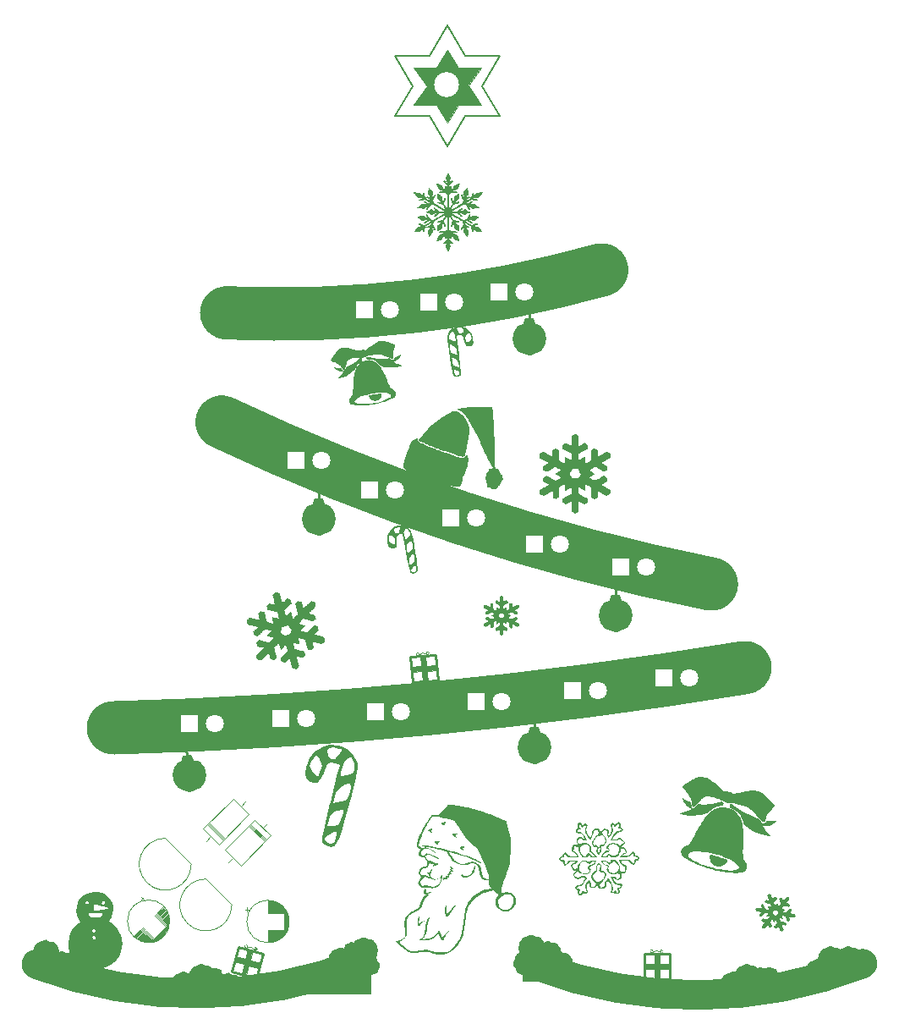
<source format=gto>
G04 #@! TF.GenerationSoftware,KiCad,Pcbnew,7.0.9*
G04 #@! TF.CreationDate,2023-11-12T20:37:04+01:00*
G04 #@! TF.ProjectId,christmas_ornament_2023,63687269-7374-46d6-9173-5f6f726e616d,1.0*
G04 #@! TF.SameCoordinates,Original*
G04 #@! TF.FileFunction,Legend,Top*
G04 #@! TF.FilePolarity,Positive*
%FSLAX46Y46*%
G04 Gerber Fmt 4.6, Leading zero omitted, Abs format (unit mm)*
G04 Created by KiCad (PCBNEW 7.0.9) date 2023-11-12 20:37:04*
%MOMM*%
%LPD*%
G01*
G04 APERTURE LIST*
G04 Aperture macros list*
%AMHorizOval*
0 Thick line with rounded ends*
0 $1 width*
0 $2 $3 position (X,Y) of the first rounded end (center of the circle)*
0 $4 $5 position (X,Y) of the second rounded end (center of the circle)*
0 Add line between two ends*
20,1,$1,$2,$3,$4,$5,0*
0 Add two circle primitives to create the rounded ends*
1,1,$1,$2,$3*
1,1,$1,$4,$5*%
%AMRotRect*
0 Rectangle, with rotation*
0 The origin of the aperture is its center*
0 $1 length*
0 $2 width*
0 $3 Rotation angle, in degrees counterclockwise*
0 Add horizontal line*
21,1,$1,$2,0,0,$3*%
G04 Aperture macros list end*
%ADD10C,0.153000*%
%ADD11C,0.200000*%
%ADD12C,0.888197*%
%ADD13C,1.345000*%
%ADD14C,5.300000*%
%ADD15C,0.973026*%
%ADD16C,1.233696*%
%ADD17C,3.000000*%
%ADD18C,0.999574*%
%ADD19C,1.039843*%
%ADD20C,0.926942*%
%ADD21C,0.100000*%
%ADD22C,0.120000*%
%ADD23C,0.240000*%
%ADD24C,1.686394*%
%ADD25C,2.500000*%
%ADD26R,1.800000X1.800000*%
%ADD27C,1.800000*%
%ADD28RotRect,1.050000X1.500000X135.000000*%
%ADD29HorizOval,1.050000X0.159099X0.159099X-0.159099X-0.159099X0*%
%ADD30RotRect,1.600000X1.600000X45.000000*%
%ADD31HorizOval,1.600000X0.000000X0.000000X0.000000X0.000000X0*%
%ADD32RotRect,1.600000X1.600000X225.000000*%
%ADD33HorizOval,1.600000X0.000000X0.000000X0.000000X0.000000X0*%
%ADD34R,1.200000X1.200000*%
%ADD35C,1.200000*%
%ADD36RotRect,1.200000X1.200000X315.000000*%
%ADD37R,1.600000X1.600000*%
%ADD38C,1.600000*%
%ADD39C,0.900000*%
G04 APERTURE END LIST*
D10*
X78740000Y-126873000D02*
X84899500Y-126873000D01*
X84899500Y-129667000D01*
X78740000Y-129667000D01*
X78740000Y-126873000D01*
G36*
X78740000Y-126873000D02*
G01*
X84899500Y-126873000D01*
X84899500Y-129667000D01*
X78740000Y-129667000D01*
X78740000Y-126873000D01*
G37*
X100266500Y-127000000D02*
X102425500Y-127000000D01*
X102425500Y-128397000D01*
X100266500Y-128397000D01*
X100266500Y-127000000D01*
G36*
X100266500Y-127000000D02*
G01*
X102425500Y-127000000D01*
X102425500Y-128397000D01*
X100266500Y-128397000D01*
X100266500Y-127000000D01*
G37*
D11*
X87376000Y-35814000D02*
X90876000Y-35814000D01*
D12*
X83502098Y-125349000D02*
G75*
G03*
X83502098Y-125349000I-444098J0D01*
G01*
D11*
X96126000Y-38845000D02*
X97876000Y-41876000D01*
D13*
X131736500Y-126238000D02*
G75*
G03*
X131736500Y-126238000I-672500J0D01*
G01*
X104558500Y-126746000D02*
G75*
G03*
X104558500Y-126746000I-672500J0D01*
G01*
X103415500Y-125730000D02*
G75*
G03*
X103415500Y-125730000I-672500J0D01*
G01*
D11*
X90876000Y-41876000D02*
X92626000Y-44907200D01*
D13*
X130466500Y-127508000D02*
G75*
G03*
X130466500Y-127508000I-672500J0D01*
G01*
D11*
X92626000Y-44907200D02*
X94376000Y-41876000D01*
D13*
X53123500Y-125603000D02*
G75*
G03*
X53123500Y-125603000I-672500J0D01*
G01*
D11*
X94376000Y-35814000D02*
X97876000Y-35814000D01*
X87376000Y-41876000D02*
X89126000Y-38845000D01*
D14*
X70054808Y-72468291D02*
G75*
G03*
X119070626Y-88679433I90219192J190578291D01*
G01*
D13*
X66966500Y-128778000D02*
G75*
G03*
X66966500Y-128778000I-672500J0D01*
G01*
D11*
X87376000Y-41876000D02*
X90876000Y-41876000D01*
D14*
X59180244Y-103059300D02*
G75*
G03*
X122428000Y-97027999I-12698244J467803400D01*
G01*
D13*
X121957500Y-128778000D02*
G75*
G03*
X121957500Y-128778000I-672500J0D01*
G01*
X123354500Y-128016000D02*
G75*
G03*
X123354500Y-128016000I-672500J0D01*
G01*
D11*
X89126000Y-38845000D02*
X87376000Y-35814000D01*
D13*
X85000500Y-125349000D02*
G75*
G03*
X85000500Y-125349000I-672500J0D01*
G01*
D11*
X94376000Y-41876000D02*
X97876000Y-41876000D01*
D13*
X71411500Y-128905000D02*
G75*
G03*
X71411500Y-128905000I-672500J0D01*
G01*
D15*
X69828513Y-128016000D02*
G75*
G03*
X69828513Y-128016000I-486513J0D01*
G01*
D16*
X101073848Y-126619000D02*
G75*
G03*
X101073848Y-126619000I-616848J0D01*
G01*
D17*
X101588987Y-126866351D02*
G75*
G03*
X134180842Y-126647722I16013013J42284351D01*
G01*
D11*
X92626000Y-32783000D02*
X94376000Y-35814000D01*
D13*
X68744500Y-128016000D02*
G75*
G03*
X68744500Y-128016000I-672500J0D01*
G01*
D11*
X97876000Y-35814000D02*
X96126000Y-38845000D01*
D18*
X124451787Y-128016000D02*
G75*
G03*
X124451787Y-128016000I-499787J0D01*
G01*
D14*
X70522507Y-61545719D02*
G75*
G03*
X108085848Y-57233396I5169493J120727719D01*
G01*
D17*
X51482146Y-126710627D02*
G75*
G03*
X84074000Y-126491999I16013014J42284347D01*
G01*
D13*
X101764500Y-125095000D02*
G75*
G03*
X101764500Y-125095000I-672500J0D01*
G01*
D19*
X125396494Y-128016000D02*
G75*
G03*
X125396494Y-128016000I-519921J0D01*
G01*
D20*
X85426471Y-126873000D02*
G75*
G03*
X85426471Y-126873000I-463471J0D01*
G01*
D21*
X93750000Y-37000000D02*
X96000000Y-37000000D01*
X94750000Y-38836600D01*
X96000000Y-40750000D01*
X93750000Y-40750000D01*
X92608400Y-42500000D01*
X91500000Y-40750000D01*
X89250000Y-40750000D01*
X90600000Y-38900000D01*
X89250000Y-37000000D01*
X91500000Y-37000000D01*
X92626000Y-35250000D01*
X93750000Y-37000000D01*
G36*
X93750000Y-37000000D02*
G01*
X96000000Y-37000000D01*
X94750000Y-38836600D01*
X96000000Y-40750000D01*
X93750000Y-40750000D01*
X92608400Y-42500000D01*
X91500000Y-40750000D01*
X89250000Y-40750000D01*
X90600000Y-38900000D01*
X89250000Y-37000000D01*
X91500000Y-37000000D01*
X92626000Y-35250000D01*
X93750000Y-37000000D01*
G37*
D11*
X90876000Y-35814000D02*
X92626000Y-32783000D01*
D13*
X133514500Y-126238000D02*
G75*
G03*
X133514500Y-126238000I-672500J0D01*
G01*
X54774500Y-126746000D02*
G75*
G03*
X54774500Y-126746000I-672500J0D01*
G01*
X82714500Y-126365000D02*
G75*
G03*
X82714500Y-126365000I-672500J0D01*
G01*
G36*
X92433425Y-112486039D02*
G01*
X92476047Y-112507997D01*
X92472742Y-112535914D01*
X92424165Y-112564481D01*
X92423741Y-112564642D01*
X92377783Y-112598113D01*
X92352857Y-112662379D01*
X92349988Y-112677870D01*
X92334227Y-112766045D01*
X92317068Y-112813124D01*
X92288402Y-112825134D01*
X92238119Y-112808105D01*
X92179461Y-112779567D01*
X92108377Y-112738660D01*
X92050181Y-112695534D01*
X92037289Y-112682991D01*
X92009156Y-112644473D01*
X92015276Y-112616201D01*
X92029845Y-112600018D01*
X92075705Y-112572256D01*
X92152304Y-112542218D01*
X92243467Y-112514471D01*
X92333021Y-112493583D01*
X92404792Y-112484122D01*
X92433425Y-112486039D01*
G37*
G36*
X91741238Y-114369593D02*
G01*
X91812035Y-114387608D01*
X91853278Y-114416860D01*
X91859339Y-114436614D01*
X91840631Y-114458074D01*
X91793773Y-114491612D01*
X91773128Y-114504283D01*
X91717308Y-114544027D01*
X91700174Y-114577989D01*
X91704323Y-114596509D01*
X91723920Y-114654630D01*
X91733422Y-114691783D01*
X91727502Y-114733400D01*
X91689130Y-114746265D01*
X91623904Y-114730767D01*
X91537419Y-114687292D01*
X91520876Y-114677065D01*
X91426806Y-114608702D01*
X91361096Y-114542932D01*
X91328622Y-114485878D01*
X91334257Y-114443662D01*
X91334640Y-114443193D01*
X91385766Y-114407116D01*
X91463151Y-114381578D01*
X91555634Y-114366719D01*
X91652050Y-114362677D01*
X91741238Y-114369593D01*
G37*
G36*
X91133292Y-113175007D02*
G01*
X91140153Y-113195784D01*
X91140471Y-113208057D01*
X91117701Y-113259775D01*
X91068584Y-113295981D01*
X91019909Y-113326166D01*
X90996962Y-113350264D01*
X90996698Y-113352019D01*
X91012526Y-113379020D01*
X91052044Y-113423441D01*
X91067732Y-113438939D01*
X91114792Y-113495415D01*
X91123015Y-113532429D01*
X91098196Y-113547979D01*
X91046129Y-113540061D01*
X90972608Y-113506674D01*
X90936364Y-113484336D01*
X90841201Y-113415637D01*
X90766772Y-113350890D01*
X90720638Y-113297280D01*
X90709150Y-113268379D01*
X90728221Y-113231656D01*
X90787370Y-113203346D01*
X90889500Y-113182391D01*
X90970451Y-113173109D01*
X91058700Y-113165779D01*
X91109561Y-113165709D01*
X91133292Y-113175007D01*
G37*
G36*
X94293546Y-114918054D02*
G01*
X94356553Y-114939672D01*
X94379219Y-114970452D01*
X94359429Y-115005786D01*
X94295072Y-115041066D01*
X94258060Y-115053629D01*
X94197982Y-115074189D01*
X94163191Y-115091050D01*
X94159717Y-115095303D01*
X94169659Y-115122842D01*
X94193872Y-115173527D01*
X94196639Y-115178913D01*
X94219982Y-115246210D01*
X94208391Y-115286607D01*
X94175237Y-115296830D01*
X94143900Y-115282223D01*
X94087725Y-115243550D01*
X94017735Y-115188533D01*
X94002925Y-115176142D01*
X93934936Y-115113678D01*
X93884528Y-115057885D01*
X93860894Y-115019171D01*
X93860188Y-115014501D01*
X93882605Y-114978276D01*
X93943777Y-114947125D01*
X94034584Y-114923911D01*
X94145908Y-114911498D01*
X94192308Y-114910206D01*
X94293546Y-114918054D01*
G37*
G36*
X93422811Y-113620477D02*
G01*
X93513127Y-113627476D01*
X93584817Y-113639341D01*
X93621976Y-113653625D01*
X93651261Y-113678762D01*
X93644004Y-113695118D01*
X93601034Y-113713531D01*
X93546711Y-113732003D01*
X93514110Y-113739283D01*
X93484213Y-113755602D01*
X93465142Y-113774827D01*
X93450631Y-113806878D01*
X93461434Y-113849945D01*
X93486448Y-113896478D01*
X93519242Y-113968026D01*
X93518889Y-114012768D01*
X93489222Y-114026830D01*
X93459980Y-114013236D01*
X93407339Y-113978372D01*
X93367711Y-113948953D01*
X93296906Y-113886451D01*
X93231108Y-113815002D01*
X93177849Y-113744642D01*
X93144661Y-113685405D01*
X93139076Y-113647326D01*
X93140000Y-113645571D01*
X93172464Y-113630892D01*
X93239245Y-113621964D01*
X93327105Y-113618566D01*
X93422811Y-113620477D01*
G37*
G36*
X90465718Y-119191494D02*
G01*
X90486067Y-119252105D01*
X90482479Y-119316747D01*
X90478436Y-119395328D01*
X90489070Y-119465994D01*
X90491367Y-119472661D01*
X90525210Y-119525737D01*
X90579542Y-119550840D01*
X90660264Y-119548527D01*
X90773280Y-119519354D01*
X90819578Y-119503605D01*
X90907495Y-119474506D01*
X90979091Y-119454691D01*
X91021665Y-119447569D01*
X91026221Y-119448150D01*
X91025497Y-119465825D01*
X90992638Y-119502225D01*
X90936084Y-119550562D01*
X90864270Y-119604049D01*
X90785634Y-119655901D01*
X90723553Y-119691607D01*
X90625877Y-119736304D01*
X90549834Y-119750397D01*
X90480497Y-119734269D01*
X90419156Y-119699419D01*
X90336362Y-119621739D01*
X90280874Y-119524263D01*
X90255847Y-119419149D01*
X90264435Y-119318556D01*
X90301214Y-119244800D01*
X90365487Y-119184744D01*
X90422923Y-119168008D01*
X90465718Y-119191494D01*
G37*
G36*
X90834952Y-116309989D02*
G01*
X90890553Y-116327626D01*
X90972836Y-116363681D01*
X91067536Y-116411671D01*
X91108164Y-116434157D01*
X91236430Y-116501025D01*
X91347274Y-116543338D01*
X91459332Y-116568108D01*
X91467597Y-116569350D01*
X91605448Y-116594482D01*
X91701218Y-116622800D01*
X91753615Y-116653333D01*
X91761347Y-116685108D01*
X91723119Y-116717155D01*
X91685613Y-116733252D01*
X91590123Y-116769620D01*
X91474118Y-116815834D01*
X91360960Y-116862474D01*
X91294964Y-116890767D01*
X91226458Y-116909142D01*
X91187554Y-116901782D01*
X91171458Y-116881701D01*
X91185023Y-116850831D01*
X91221387Y-116809534D01*
X91266343Y-116752948D01*
X91269633Y-116714917D01*
X91228977Y-116689407D01*
X91170689Y-116675307D01*
X91059407Y-116645523D01*
X90950584Y-116601015D01*
X90859551Y-116549100D01*
X90804120Y-116500364D01*
X90769623Y-116433404D01*
X90757075Y-116368765D01*
X90761031Y-116320471D01*
X90782696Y-116304676D01*
X90834952Y-116309989D01*
G37*
G36*
X91090805Y-117193844D02*
G01*
X91077001Y-117250817D01*
X91049801Y-117328979D01*
X91043230Y-117345604D01*
X90982014Y-117528995D01*
X90957759Y-117688655D01*
X90970739Y-117831685D01*
X91021228Y-117965190D01*
X91070169Y-118044427D01*
X91122316Y-118126665D01*
X91140436Y-118176684D01*
X91124588Y-118193955D01*
X91074829Y-118177952D01*
X91056603Y-118168418D01*
X90970932Y-118106210D01*
X90892948Y-118023941D01*
X90837830Y-117938626D01*
X90826508Y-117910445D01*
X90779150Y-117774793D01*
X90734748Y-117678457D01*
X90688556Y-117613450D01*
X90635826Y-117571785D01*
X90620465Y-117563793D01*
X90564849Y-117529451D01*
X90551719Y-117504189D01*
X90575881Y-117492219D01*
X90632145Y-117497754D01*
X90683411Y-117512713D01*
X90749745Y-117531789D01*
X90797592Y-117537749D01*
X90808087Y-117535394D01*
X90829692Y-117508214D01*
X90864092Y-117450936D01*
X90898765Y-117385792D01*
X90956357Y-117285169D01*
X91011988Y-117212104D01*
X91060180Y-117172850D01*
X91088304Y-117169418D01*
X91090805Y-117193844D01*
G37*
G36*
X89847864Y-121959459D02*
G01*
X89861757Y-121967842D01*
X89866306Y-121991028D01*
X89861226Y-122036557D01*
X89846229Y-122111966D01*
X89821029Y-122224796D01*
X89813524Y-122257868D01*
X89791154Y-122374550D01*
X89778657Y-122478962D01*
X89776379Y-122562087D01*
X89784667Y-122614907D01*
X89799289Y-122629283D01*
X89829566Y-122615358D01*
X89884491Y-122578977D01*
X89947394Y-122531712D01*
X90043583Y-122461474D01*
X90136424Y-122403832D01*
X90218336Y-122362320D01*
X90281737Y-122340472D01*
X90319047Y-122341821D01*
X90325754Y-122355369D01*
X90309839Y-122374755D01*
X90266684Y-122420748D01*
X90203178Y-122486424D01*
X90126209Y-122564860D01*
X90042667Y-122649133D01*
X89959439Y-122732321D01*
X89883414Y-122807500D01*
X89821479Y-122867747D01*
X89780524Y-122906139D01*
X89767475Y-122916463D01*
X89746220Y-122905411D01*
X89733618Y-122897652D01*
X89693268Y-122847854D01*
X89660912Y-122761606D01*
X89637863Y-122649915D01*
X89625437Y-122523787D01*
X89624946Y-122394229D01*
X89637705Y-122272249D01*
X89651517Y-122209944D01*
X89690633Y-122102309D01*
X89738924Y-122019200D01*
X89790511Y-121969145D01*
X89824914Y-121958340D01*
X89847864Y-121959459D01*
G37*
G36*
X95405776Y-116868975D02*
G01*
X95422163Y-116884479D01*
X95448922Y-116925826D01*
X95438562Y-116973859D01*
X95435894Y-116979472D01*
X95417223Y-117037038D01*
X95402175Y-117116273D01*
X95398684Y-117145987D01*
X95364433Y-117298594D01*
X95294861Y-117455296D01*
X95198212Y-117604062D01*
X95082726Y-117732864D01*
X94956646Y-117829669D01*
X94914896Y-117852171D01*
X94823197Y-117898601D01*
X94729873Y-117949502D01*
X94694827Y-117969913D01*
X94587696Y-118014014D01*
X94454490Y-118039288D01*
X94314070Y-118043568D01*
X94195660Y-118027325D01*
X94096549Y-117984956D01*
X94035966Y-117916767D01*
X94016310Y-117828185D01*
X94029220Y-117743852D01*
X94062255Y-117700359D01*
X94108394Y-117699047D01*
X94160619Y-117741259D01*
X94195202Y-117793970D01*
X94237443Y-117853156D01*
X94283833Y-117891122D01*
X94295324Y-117895552D01*
X94338349Y-117894919D01*
X94416394Y-117883393D01*
X94518315Y-117862949D01*
X94631253Y-117836005D01*
X94766882Y-117798882D01*
X94861852Y-117767055D01*
X94922783Y-117737954D01*
X94955410Y-117710178D01*
X95002702Y-117638291D01*
X95060461Y-117535161D01*
X95122113Y-117414337D01*
X95181085Y-117289368D01*
X95230804Y-117173804D01*
X95264698Y-117081194D01*
X95270729Y-117060177D01*
X95296438Y-116977786D01*
X95325077Y-116911020D01*
X95344585Y-116881315D01*
X95376870Y-116857138D01*
X95405776Y-116868975D01*
G37*
G36*
X93500228Y-120763694D02*
G01*
X93493630Y-120789112D01*
X93460759Y-120845394D01*
X93405909Y-120926494D01*
X93333372Y-121026365D01*
X93247443Y-121138961D01*
X93152415Y-121258234D01*
X93127240Y-121288993D01*
X93022635Y-121420059D01*
X92927012Y-121547378D01*
X92844754Y-121664448D01*
X92780245Y-121764767D01*
X92737867Y-121841834D01*
X92722002Y-121889145D01*
X92721981Y-121890241D01*
X92701995Y-121942227D01*
X92655921Y-121977512D01*
X92631477Y-121982302D01*
X92594569Y-121966467D01*
X92543919Y-121927127D01*
X92530234Y-121914053D01*
X92472034Y-121830385D01*
X92422873Y-121711740D01*
X92384574Y-121570318D01*
X92358959Y-121418323D01*
X92347851Y-121267957D01*
X92353073Y-121131421D01*
X92376447Y-121020919D01*
X92391620Y-120986123D01*
X92436696Y-120917076D01*
X92481178Y-120872913D01*
X92516372Y-120861484D01*
X92524423Y-120866191D01*
X92530911Y-120895969D01*
X92534685Y-120962445D01*
X92535327Y-121054447D01*
X92533940Y-121120314D01*
X92533809Y-121263424D01*
X92541846Y-121392408D01*
X92556828Y-121499657D01*
X92577532Y-121577562D01*
X92602737Y-121618514D01*
X92614698Y-121622868D01*
X92645317Y-121604415D01*
X92689908Y-121556751D01*
X92725573Y-121509047D01*
X92784184Y-121431446D01*
X92862202Y-121339873D01*
X92953918Y-121239821D01*
X93053623Y-121136783D01*
X93155610Y-121036251D01*
X93254168Y-120943718D01*
X93343590Y-120864678D01*
X93418167Y-120804621D01*
X93472190Y-120769042D01*
X93499950Y-120763433D01*
X93500228Y-120763694D01*
G37*
G36*
X92942147Y-116954916D02*
G01*
X93014254Y-116974811D01*
X93071708Y-116999252D01*
X93153903Y-117048724D01*
X93189165Y-117095872D01*
X93178297Y-117142634D01*
X93144649Y-117175439D01*
X93084408Y-117220934D01*
X93147861Y-117304124D01*
X93211313Y-117387315D01*
X93155690Y-117432356D01*
X93100779Y-117465387D01*
X93056212Y-117477396D01*
X93007459Y-117491403D01*
X92996837Y-117533883D01*
X93012746Y-117582721D01*
X93024957Y-117648079D01*
X92993298Y-117696082D01*
X92917011Y-117727778D01*
X92906032Y-117730278D01*
X92838385Y-117747592D01*
X92810355Y-117770201D01*
X92814407Y-117811963D01*
X92833648Y-117863395D01*
X92855785Y-117933599D01*
X92848610Y-117975923D01*
X92805963Y-117998400D01*
X92721981Y-118009044D01*
X92614150Y-118016547D01*
X92606628Y-118121543D01*
X92599105Y-118226539D01*
X92476961Y-118212073D01*
X92400851Y-118206061D01*
X92353257Y-118214010D01*
X92315681Y-118240598D01*
X92299920Y-118256841D01*
X92243545Y-118305839D01*
X92203181Y-118312129D01*
X92183589Y-118293343D01*
X92180746Y-118258356D01*
X92189492Y-118195408D01*
X92197648Y-118158981D01*
X92216464Y-118092253D01*
X92235927Y-118061575D01*
X92267275Y-118056260D01*
X92300142Y-118061494D01*
X92387935Y-118077430D01*
X92439128Y-118080629D01*
X92464316Y-118066699D01*
X92474092Y-118031248D01*
X92477682Y-117987879D01*
X92484988Y-117887324D01*
X92603484Y-117901358D01*
X92671128Y-117906857D01*
X92714027Y-117905513D01*
X92721981Y-117901443D01*
X92710854Y-117873926D01*
X92682989Y-117821812D01*
X92670789Y-117800731D01*
X92639871Y-117734130D01*
X92645471Y-117690744D01*
X92691827Y-117662328D01*
X92749713Y-117647154D01*
X92805071Y-117628964D01*
X92824163Y-117599573D01*
X92823820Y-117577840D01*
X92815937Y-117508075D01*
X92811839Y-117471406D01*
X92815394Y-117435482D01*
X92843847Y-117412962D01*
X92907688Y-117394917D01*
X92969468Y-117378152D01*
X93005627Y-117362402D01*
X93009528Y-117357466D01*
X92993784Y-117333118D01*
X92954394Y-117290178D01*
X92937641Y-117273717D01*
X92885136Y-117218215D01*
X92869974Y-117182502D01*
X92891318Y-117157396D01*
X92925660Y-117141925D01*
X92970050Y-117117848D01*
X92985566Y-117097349D01*
X92967517Y-117069965D01*
X92925660Y-117036298D01*
X92876051Y-116995091D01*
X92866576Y-116966698D01*
X92890765Y-116952759D01*
X92942147Y-116954916D01*
G37*
G36*
X90837641Y-122018281D02*
G01*
X90838104Y-122066509D01*
X90819355Y-122121603D01*
X90773484Y-122230268D01*
X90727023Y-122375431D01*
X90682541Y-122545772D01*
X90642604Y-122729969D01*
X90609780Y-122916699D01*
X90586636Y-123094642D01*
X90579247Y-123180415D01*
X90563357Y-123346241D01*
X90538443Y-123482515D01*
X90500689Y-123607326D01*
X90475573Y-123671642D01*
X90433507Y-123756941D01*
X90374946Y-123855940D01*
X90309808Y-123953576D01*
X90248012Y-124034784D01*
X90208856Y-124076723D01*
X90164253Y-124125477D01*
X90159557Y-124158517D01*
X90196922Y-124177976D01*
X90278504Y-124185986D01*
X90319764Y-124186476D01*
X90539438Y-124168267D01*
X90763197Y-124117431D01*
X90982690Y-124038249D01*
X91189565Y-123934999D01*
X91375472Y-123811959D01*
X91532058Y-123673410D01*
X91650974Y-123523629D01*
X91667713Y-123495841D01*
X91720941Y-123413218D01*
X91766539Y-123362179D01*
X91792956Y-123348864D01*
X91833204Y-123371441D01*
X91878558Y-123438433D01*
X91927325Y-123546817D01*
X91967131Y-123659661D01*
X92011026Y-123782554D01*
X92053797Y-123877858D01*
X92091699Y-123937724D01*
X92106123Y-123950981D01*
X92133860Y-123959809D01*
X92166357Y-123947829D01*
X92209428Y-123910146D01*
X92268887Y-123841864D01*
X92334999Y-123758250D01*
X92437696Y-123630927D01*
X92536060Y-123518993D01*
X92625946Y-123426190D01*
X92703210Y-123356264D01*
X92763707Y-123312960D01*
X92803293Y-123300020D01*
X92817823Y-123321191D01*
X92817830Y-123322037D01*
X92803640Y-123350429D01*
X92766490Y-123403626D01*
X92715990Y-123468159D01*
X92648533Y-123550734D01*
X92580278Y-123634652D01*
X92539310Y-123685267D01*
X92490251Y-123754095D01*
X92434882Y-123844103D01*
X92379136Y-123943963D01*
X92328951Y-124042347D01*
X92290261Y-124127928D01*
X92269002Y-124189379D01*
X92266698Y-124205527D01*
X92249275Y-124264067D01*
X92206169Y-124293744D01*
X92152342Y-124285599D01*
X92063904Y-124217864D01*
X91974890Y-124108238D01*
X91884122Y-123954930D01*
X91790423Y-123756150D01*
X91765850Y-123697803D01*
X91737100Y-123628114D01*
X91588550Y-123785366D01*
X91388340Y-123965504D01*
X91163183Y-124111815D01*
X90920007Y-124222016D01*
X90665739Y-124293825D01*
X90407304Y-124324958D01*
X90151629Y-124313133D01*
X90044417Y-124294305D01*
X89933653Y-124267600D01*
X89868619Y-124243208D01*
X89847524Y-124217229D01*
X89868576Y-124185768D01*
X89929985Y-124144925D01*
X89966424Y-124124555D01*
X90070395Y-124055242D01*
X90154915Y-123966796D01*
X90231350Y-123846627D01*
X90250915Y-123809390D01*
X90286852Y-123729179D01*
X90318013Y-123636287D01*
X90345996Y-123523450D01*
X90372398Y-123383403D01*
X90398816Y-123208883D01*
X90422162Y-123030546D01*
X90441838Y-122886131D01*
X90463644Y-122748431D01*
X90485559Y-122628813D01*
X90505564Y-122538645D01*
X90515822Y-122503376D01*
X90566545Y-122371416D01*
X90621836Y-122251214D01*
X90678024Y-122148303D01*
X90731440Y-122068216D01*
X90778413Y-122016484D01*
X90815272Y-121998641D01*
X90837641Y-122018281D01*
G37*
G36*
X92981439Y-110748758D02*
G01*
X93146642Y-110762756D01*
X93337865Y-110785000D01*
X93549990Y-110814634D01*
X93777902Y-110850803D01*
X94016486Y-110892652D01*
X94260624Y-110939326D01*
X94505201Y-110989969D01*
X94745102Y-111043726D01*
X94975210Y-111099741D01*
X95190409Y-111157160D01*
X95384219Y-111214697D01*
X95491458Y-111249416D01*
X95582405Y-111280495D01*
X95646949Y-111304371D01*
X95674320Y-111316914D01*
X95711555Y-111331659D01*
X95775809Y-111346559D01*
X95800430Y-111350722D01*
X95862894Y-111364372D01*
X95957820Y-111390074D01*
X96072395Y-111424171D01*
X96193806Y-111463001D01*
X96195807Y-111463665D01*
X96319676Y-111504201D01*
X96439113Y-111542251D01*
X96540379Y-111573499D01*
X96608848Y-111593390D01*
X96690371Y-111619410D01*
X96807277Y-111662221D01*
X96951453Y-111718492D01*
X97114788Y-111784892D01*
X97289168Y-111858087D01*
X97466480Y-111934747D01*
X97638614Y-112011540D01*
X97736294Y-112056415D01*
X97869529Y-112115790D01*
X98007827Y-112172994D01*
X98135745Y-112221900D01*
X98237838Y-112256376D01*
X98246811Y-112259020D01*
X98343754Y-112290831D01*
X98427124Y-112325065D01*
X98482591Y-112355628D01*
X98491602Y-112363124D01*
X98519502Y-112409558D01*
X98552931Y-112495206D01*
X98588995Y-112612103D01*
X98608347Y-112684629D01*
X98638833Y-112804521D01*
X98677270Y-112955528D01*
X98719754Y-113122330D01*
X98762386Y-113289605D01*
X98785047Y-113378473D01*
X98826749Y-113550317D01*
X98869606Y-113741308D01*
X98909561Y-113932437D01*
X98942560Y-114104697D01*
X98953766Y-114169227D01*
X98978042Y-114320805D01*
X98993914Y-114438170D01*
X99002228Y-114534131D01*
X99003829Y-114621499D01*
X98999563Y-114713085D01*
X98994106Y-114780265D01*
X98987038Y-114872310D01*
X98978678Y-115002294D01*
X98969581Y-115160267D01*
X98960302Y-115336281D01*
X98951398Y-115520385D01*
X98945935Y-115642907D01*
X98934900Y-115895148D01*
X98924894Y-116105373D01*
X98915118Y-116279453D01*
X98904774Y-116423261D01*
X98893063Y-116542668D01*
X98879186Y-116643549D01*
X98862345Y-116731774D01*
X98841741Y-116813217D01*
X98816575Y-116893749D01*
X98786049Y-116979245D01*
X98752032Y-117068661D01*
X98708220Y-117185443D01*
X98653372Y-117336573D01*
X98591438Y-117510878D01*
X98526368Y-117697183D01*
X98462112Y-117884317D01*
X98427557Y-117986495D01*
X98368828Y-118158715D01*
X98309937Y-118326807D01*
X98254073Y-118482002D01*
X98204429Y-118615528D01*
X98164195Y-118718617D01*
X98142776Y-118769223D01*
X98095308Y-118885206D01*
X98064023Y-118993465D01*
X98043307Y-119116036D01*
X98034797Y-119193276D01*
X98020688Y-119342423D01*
X98013821Y-119449406D01*
X98017174Y-119519797D01*
X98033728Y-119559169D01*
X98066461Y-119573092D01*
X98118354Y-119567137D01*
X98192384Y-119546877D01*
X98219558Y-119538782D01*
X98429752Y-119497621D01*
X98637330Y-119497055D01*
X98836280Y-119534288D01*
X99020588Y-119606522D01*
X99184245Y-119710962D01*
X99321236Y-119844810D01*
X99425550Y-120005270D01*
X99472734Y-120121731D01*
X99489520Y-120216150D01*
X99493033Y-120346869D01*
X99490015Y-120416752D01*
X99478289Y-120539282D01*
X99457145Y-120636594D01*
X99420936Y-120731245D01*
X99400428Y-120774511D01*
X99319298Y-120906387D01*
X99207496Y-121043386D01*
X99077779Y-121172579D01*
X98942908Y-121281036D01*
X98836587Y-121345847D01*
X98767513Y-121378582D01*
X98708060Y-121399542D01*
X98643944Y-121411324D01*
X98560878Y-121416523D01*
X98444576Y-121417732D01*
X98440848Y-121417733D01*
X98325534Y-121416913D01*
X98242887Y-121412263D01*
X98177654Y-121400628D01*
X98114583Y-121378855D01*
X98038422Y-121343786D01*
X98005740Y-121327734D01*
X97825273Y-121214709D01*
X97668819Y-121068998D01*
X97545976Y-120900213D01*
X97509497Y-120830737D01*
X97479805Y-120761199D01*
X97461333Y-120696230D01*
X97451568Y-120620702D01*
X97447994Y-120519488D01*
X97447736Y-120459322D01*
X97449238Y-120404592D01*
X97702772Y-120404592D01*
X97708460Y-120487009D01*
X97733992Y-120621119D01*
X97777124Y-120760043D01*
X97832841Y-120893134D01*
X97896133Y-121009744D01*
X97961986Y-121099226D01*
X98019612Y-121147937D01*
X98125297Y-121196483D01*
X98257387Y-121243311D01*
X98394613Y-121281793D01*
X98515705Y-121305299D01*
X98529833Y-121306983D01*
X98566885Y-121299859D01*
X98629607Y-121278371D01*
X98666890Y-121263220D01*
X98814805Y-121176044D01*
X98951453Y-121050777D01*
X99070733Y-120896974D01*
X99166540Y-120724192D01*
X99232770Y-120541984D01*
X99263321Y-120359906D01*
X99264566Y-120327529D01*
X99254578Y-120168114D01*
X99215791Y-120037195D01*
X99143935Y-119922095D01*
X99117638Y-119891341D01*
X99020301Y-119798231D01*
X98920388Y-119737852D01*
X98804305Y-119704641D01*
X98658460Y-119693038D01*
X98632417Y-119692817D01*
X98525823Y-119694524D01*
X98447086Y-119703087D01*
X98376188Y-119723127D01*
X98293113Y-119759270D01*
X98246581Y-119781942D01*
X98098837Y-119870163D01*
X97960012Y-119980971D01*
X97841827Y-120103454D01*
X97756004Y-120226702D01*
X97744198Y-120249564D01*
X97712691Y-120328955D01*
X97702772Y-120404592D01*
X97449238Y-120404592D01*
X97451334Y-120328213D01*
X97465226Y-120223553D01*
X97494445Y-120131174D01*
X97544029Y-120036909D01*
X97619011Y-119926591D01*
X97653904Y-119879265D01*
X97702182Y-119809639D01*
X97735848Y-119751609D01*
X97747056Y-119720464D01*
X97736439Y-119698703D01*
X97702277Y-119663046D01*
X97641102Y-119610617D01*
X97549444Y-119538538D01*
X97423835Y-119443933D01*
X97330551Y-119375029D01*
X97250212Y-119331878D01*
X97179285Y-119323195D01*
X97133952Y-119344746D01*
X97102285Y-119358984D01*
X97033941Y-119379955D01*
X96939190Y-119404762D01*
X96835622Y-119428902D01*
X96616283Y-119480856D01*
X96430796Y-119533543D01*
X96265231Y-119591437D01*
X96105662Y-119659009D01*
X96075475Y-119673027D01*
X95837949Y-119801463D01*
X95603508Y-119959627D01*
X95378974Y-120140854D01*
X95171168Y-120338479D01*
X94986913Y-120545836D01*
X94833031Y-120756259D01*
X94716342Y-120963084D01*
X94687086Y-121029592D01*
X94618784Y-121227492D01*
X94556005Y-121470453D01*
X94499224Y-121755881D01*
X94448915Y-122081178D01*
X94405551Y-122443748D01*
X94380143Y-122711774D01*
X94349024Y-123032989D01*
X94312790Y-123313364D01*
X94268757Y-123559923D01*
X94214238Y-123779690D01*
X94146547Y-123979688D01*
X94063001Y-124166940D01*
X93960912Y-124348470D01*
X93837595Y-124531302D01*
X93690366Y-124722459D01*
X93544937Y-124896126D01*
X93352308Y-125109805D01*
X93174784Y-125284246D01*
X93006776Y-125423437D01*
X92842694Y-125531366D01*
X92676948Y-125612023D01*
X92503950Y-125669395D01*
X92439414Y-125684985D01*
X92288417Y-125709735D01*
X92110155Y-125725638D01*
X91921701Y-125732239D01*
X91740129Y-125729084D01*
X91582512Y-125715719D01*
X91538484Y-125708958D01*
X91446180Y-125689300D01*
X91323342Y-125658462D01*
X91184900Y-125620409D01*
X91045788Y-125579108D01*
X91023295Y-125572096D01*
X90891007Y-125531066D01*
X90790294Y-125502485D01*
X90707111Y-125484132D01*
X90627407Y-125473790D01*
X90537136Y-125469238D01*
X90422249Y-125468257D01*
X90366678Y-125468366D01*
X90148951Y-125474321D01*
X89969650Y-125491282D01*
X89851490Y-125512522D01*
X89687273Y-125542072D01*
X89508819Y-125561580D01*
X89329449Y-125570589D01*
X89162489Y-125568646D01*
X89021262Y-125555295D01*
X88959502Y-125542956D01*
X88847604Y-125510368D01*
X88741165Y-125469964D01*
X88634703Y-125418138D01*
X88522734Y-125351280D01*
X88399773Y-125265783D01*
X88260336Y-125158038D01*
X88098940Y-125024436D01*
X87910101Y-124861369D01*
X87869575Y-124825797D01*
X87729073Y-124700836D01*
X87623434Y-124602621D01*
X87550483Y-124527489D01*
X87508046Y-124471775D01*
X87493946Y-124431814D01*
X87506010Y-124403940D01*
X87542061Y-124384490D01*
X87599037Y-124369975D01*
X87732996Y-124341823D01*
X87831756Y-124316789D01*
X87907483Y-124290694D01*
X87972342Y-124259361D01*
X88037076Y-124219553D01*
X88162574Y-124126543D01*
X88270812Y-124026708D01*
X88352362Y-123929589D01*
X88391892Y-123860633D01*
X88416119Y-123761290D01*
X88423362Y-123619396D01*
X88413607Y-123434258D01*
X88386841Y-123205183D01*
X88377810Y-123143095D01*
X88344343Y-122871437D01*
X88332196Y-122636249D01*
X88342016Y-122430769D01*
X88374449Y-122248232D01*
X88430140Y-122081873D01*
X88490984Y-121957480D01*
X88584768Y-121810715D01*
X88693235Y-121685499D01*
X88825033Y-121574294D01*
X88988811Y-121469558D01*
X89145319Y-121387013D01*
X89378483Y-121261384D01*
X89568118Y-121136323D01*
X89712712Y-121012927D01*
X89796228Y-120914305D01*
X89833250Y-120846893D01*
X89874286Y-120750157D01*
X89912252Y-120641393D01*
X89923671Y-120603095D01*
X89994660Y-120383864D01*
X90074624Y-120205191D01*
X90169478Y-120059807D01*
X90285133Y-119940443D01*
X90427502Y-119839830D01*
X90602498Y-119750700D01*
X90625067Y-119740821D01*
X90696777Y-119714965D01*
X90739555Y-119714017D01*
X90754892Y-119723705D01*
X90757421Y-119744959D01*
X90734588Y-119783339D01*
X90683042Y-119843055D01*
X90599433Y-119928315D01*
X90565713Y-119961335D01*
X90460263Y-120066923D01*
X90381082Y-120156501D01*
X90321041Y-120242234D01*
X90273009Y-120336287D01*
X90229857Y-120450825D01*
X90184454Y-120598014D01*
X90176527Y-120625328D01*
X90126735Y-120779099D01*
X90069997Y-120910886D01*
X90001162Y-121025500D01*
X89915082Y-121127752D01*
X89806605Y-121222450D01*
X89670582Y-121314406D01*
X89501861Y-121408429D01*
X89295294Y-121509331D01*
X89167430Y-121567817D01*
X89010144Y-121652787D01*
X88880593Y-121757589D01*
X88764414Y-121894492D01*
X88733530Y-121938470D01*
X88653561Y-122068358D01*
X88595015Y-122195385D01*
X88556365Y-122328439D01*
X88536085Y-122476412D01*
X88532649Y-122648194D01*
X88544531Y-122852673D01*
X88556002Y-122972467D01*
X88577381Y-123195536D01*
X88589816Y-123377325D01*
X88593203Y-123523658D01*
X88587436Y-123640357D01*
X88572409Y-123733244D01*
X88548018Y-123808143D01*
X88540587Y-123824445D01*
X88478485Y-123922779D01*
X88385424Y-124033158D01*
X88272610Y-124144840D01*
X88151244Y-124247084D01*
X88032529Y-124329148D01*
X87988512Y-124353805D01*
X87895679Y-124407118D01*
X87840666Y-124451250D01*
X87826767Y-124477471D01*
X87844977Y-124512615D01*
X87895681Y-124571169D01*
X87972846Y-124648039D01*
X88070440Y-124738133D01*
X88182430Y-124836357D01*
X88302784Y-124937616D01*
X88425469Y-125036819D01*
X88544452Y-125128871D01*
X88653701Y-125208678D01*
X88747183Y-125271147D01*
X88807938Y-125305910D01*
X88886281Y-125344394D01*
X88947624Y-125369845D01*
X89005519Y-125384880D01*
X89073522Y-125392120D01*
X89165187Y-125394183D01*
X89263221Y-125393875D01*
X89470156Y-125384723D01*
X89713808Y-125360064D01*
X89959320Y-125325019D01*
X90164905Y-125294448D01*
X90334787Y-125275787D01*
X90479798Y-125269485D01*
X90610771Y-125275994D01*
X90738536Y-125295762D01*
X90873926Y-125329242D01*
X91001678Y-125368357D01*
X91193232Y-125428189D01*
X91353806Y-125472125D01*
X91496760Y-125502456D01*
X91635452Y-125521473D01*
X91783243Y-125531468D01*
X91953492Y-125534730D01*
X91972150Y-125534774D01*
X92227829Y-125526154D01*
X92442914Y-125499086D01*
X92621368Y-125452764D01*
X92767157Y-125386384D01*
X92798286Y-125367010D01*
X92858467Y-125320175D01*
X92943480Y-125244395D01*
X93046456Y-125146667D01*
X93160529Y-125033987D01*
X93278828Y-124913354D01*
X93394486Y-124791762D01*
X93500634Y-124676211D01*
X93590404Y-124573695D01*
X93653368Y-124495928D01*
X93763001Y-124342381D01*
X93856546Y-124189298D01*
X93935818Y-124030621D01*
X94002632Y-123860291D01*
X94058803Y-123672250D01*
X94106144Y-123460438D01*
X94146471Y-123218797D01*
X94181597Y-122941267D01*
X94212789Y-122627907D01*
X94243016Y-122341987D01*
X94282043Y-122053024D01*
X94328284Y-121769089D01*
X94380156Y-121498251D01*
X94436074Y-121248581D01*
X94494455Y-121028151D01*
X94553715Y-120845030D01*
X94572217Y-120796597D01*
X94602680Y-120716714D01*
X94624204Y-120653137D01*
X94631961Y-120620701D01*
X94646954Y-120579473D01*
X94687778Y-120511033D01*
X94748200Y-120423793D01*
X94821988Y-120326159D01*
X94902910Y-120226540D01*
X94984733Y-120133346D01*
X95023852Y-120091973D01*
X95178601Y-119945403D01*
X95355833Y-119797637D01*
X95541663Y-119659184D01*
X95722203Y-119540551D01*
X95842056Y-119472825D01*
X96020390Y-119387061D01*
X96197443Y-119316300D01*
X96384059Y-119257345D01*
X96591078Y-119206999D01*
X96829344Y-119162066D01*
X96974273Y-119139010D01*
X97027251Y-119124878D01*
X97051921Y-119106222D01*
X97052150Y-119104437D01*
X97037238Y-119074960D01*
X96999085Y-119024467D01*
X96968699Y-118989259D01*
X96871288Y-118858187D01*
X96813496Y-118719134D01*
X96790153Y-118558375D01*
X96789091Y-118512388D01*
X96788565Y-118338661D01*
X96647315Y-118338661D01*
X96499646Y-118325696D01*
X96351972Y-118290105D01*
X96219426Y-118236850D01*
X96117139Y-118170889D01*
X96106659Y-118161457D01*
X96056683Y-118107344D01*
X96026178Y-118060858D01*
X96021773Y-118045228D01*
X96004735Y-118000316D01*
X95985986Y-117979357D01*
X95955889Y-117934582D01*
X95921130Y-117850367D01*
X95884043Y-117734682D01*
X95846962Y-117595497D01*
X95812222Y-117440783D01*
X95784018Y-117289703D01*
X95761061Y-117164663D01*
X95735577Y-117044661D01*
X95710922Y-116944590D01*
X95693214Y-116886580D01*
X95664981Y-116819687D01*
X95631089Y-116773785D01*
X95578027Y-116735168D01*
X95506584Y-116697246D01*
X95430419Y-116661760D01*
X95365216Y-116640430D01*
X95293820Y-116629899D01*
X95199072Y-116626813D01*
X95147150Y-116626936D01*
X95022753Y-116631011D01*
X94926438Y-116644653D01*
X94839347Y-116673165D01*
X94742621Y-116721849D01*
X94679886Y-116758307D01*
X94639504Y-116779632D01*
X94597040Y-116793246D01*
X94541861Y-116800271D01*
X94463331Y-116801831D01*
X94350816Y-116799047D01*
X94308471Y-116797519D01*
X94027962Y-116772000D01*
X93771593Y-116718333D01*
X93543896Y-116638165D01*
X93349399Y-116533145D01*
X93192635Y-116404923D01*
X93173128Y-116384310D01*
X93059267Y-116248947D01*
X92946740Y-116095799D01*
X92842328Y-115935753D01*
X92752808Y-115779696D01*
X92684960Y-115638516D01*
X92651826Y-115547057D01*
X92636319Y-115512660D01*
X92608105Y-115480133D01*
X92563734Y-115448378D01*
X92499757Y-115416298D01*
X92412727Y-115382794D01*
X92299194Y-115346768D01*
X92155709Y-115307123D01*
X91978824Y-115262761D01*
X91765090Y-115212584D01*
X91511058Y-115155494D01*
X91225917Y-115093130D01*
X91018808Y-115048607D01*
X90853776Y-115014165D01*
X90726184Y-114989179D01*
X90631396Y-114973018D01*
X90564776Y-114965056D01*
X90521687Y-114964665D01*
X90497493Y-114971217D01*
X90487559Y-114984083D01*
X90486490Y-114992991D01*
X90497992Y-115030026D01*
X90536971Y-115060373D01*
X90610139Y-115087435D01*
X90724204Y-115114612D01*
X90727899Y-115115376D01*
X90887309Y-115160324D01*
X91052804Y-115227942D01*
X91212863Y-115311755D01*
X91355964Y-115405288D01*
X91470585Y-115502066D01*
X91523550Y-115562546D01*
X91561327Y-115622296D01*
X91565849Y-115651712D01*
X91540502Y-115651348D01*
X91488675Y-115621759D01*
X91413753Y-115563499D01*
X91386907Y-115540182D01*
X91188630Y-115389640D01*
X90972864Y-115277274D01*
X90736464Y-115199188D01*
X90555893Y-115162463D01*
X90408387Y-115154940D01*
X90288083Y-115177866D01*
X90189119Y-115232486D01*
X90105633Y-115320046D01*
X90094358Y-115335703D01*
X90032148Y-115456871D01*
X90010335Y-115578804D01*
X90029669Y-115692484D01*
X90059798Y-115750737D01*
X90117479Y-115816006D01*
X90180552Y-115844056D01*
X90254035Y-115834114D01*
X90342945Y-115785410D01*
X90452300Y-115697172D01*
X90461418Y-115688982D01*
X90552210Y-115606958D01*
X90776944Y-115664345D01*
X90908695Y-115702169D01*
X91048462Y-115749573D01*
X91191426Y-115804083D01*
X91332767Y-115863222D01*
X91467666Y-115924515D01*
X91591302Y-115985487D01*
X91698856Y-116043663D01*
X91785508Y-116096568D01*
X91846439Y-116141726D01*
X91876828Y-116176662D01*
X91871856Y-116198901D01*
X91831691Y-116206020D01*
X91781971Y-116194988D01*
X91701544Y-116165184D01*
X91601352Y-116121550D01*
X91492336Y-116069024D01*
X91385436Y-116012547D01*
X91322039Y-115975918D01*
X91155135Y-115886885D01*
X90991100Y-115820968D01*
X90835850Y-115778822D01*
X90695299Y-115761104D01*
X90575364Y-115768468D01*
X90481960Y-115801569D01*
X90421003Y-115861064D01*
X90413628Y-115875293D01*
X90405130Y-115904589D01*
X90411734Y-115935230D01*
X90438701Y-115975795D01*
X90491292Y-116034864D01*
X90546824Y-116092486D01*
X90675481Y-116241286D01*
X90763286Y-116381488D01*
X90808848Y-116510339D01*
X90812070Y-116617691D01*
X90764129Y-116777537D01*
X90677934Y-116910881D01*
X90557524Y-117013764D01*
X90406935Y-117082227D01*
X90316994Y-117103084D01*
X90210480Y-117137410D01*
X90105661Y-117199222D01*
X90018875Y-117277062D01*
X89972831Y-117344388D01*
X89939803Y-117462856D01*
X89947680Y-117580686D01*
X89992971Y-117686982D01*
X90072184Y-117770848D01*
X90118377Y-117798567D01*
X90170036Y-117819433D01*
X90215489Y-117821429D01*
X90276577Y-117804215D01*
X90299949Y-117795723D01*
X90380723Y-117772516D01*
X90450700Y-117772186D01*
X90522870Y-117798041D01*
X90610223Y-117853392D01*
X90654225Y-117885975D01*
X90787739Y-117973632D01*
X90936799Y-118048573D01*
X91092244Y-118108261D01*
X91244913Y-118150160D01*
X91385645Y-118171734D01*
X91505279Y-118170445D01*
X91591514Y-118145486D01*
X91651809Y-118129065D01*
X91703759Y-118128805D01*
X91735234Y-118135409D01*
X91737219Y-118146588D01*
X91704966Y-118167518D01*
X91636678Y-118201935D01*
X91496740Y-118252078D01*
X91352383Y-118264767D01*
X91193480Y-118240151D01*
X91093832Y-118209942D01*
X90916184Y-118147526D01*
X90778724Y-118096998D01*
X90675888Y-118055987D01*
X90602109Y-118022120D01*
X90551823Y-117993026D01*
X90519464Y-117966332D01*
X90517592Y-117964347D01*
X90468746Y-117924276D01*
X90424763Y-117907343D01*
X90424354Y-117907340D01*
X90388485Y-117924459D01*
X90329755Y-117970505D01*
X90255893Y-118037519D01*
X90174630Y-118117538D01*
X90093696Y-118202601D01*
X90020823Y-118284747D01*
X89963739Y-118356013D01*
X89930177Y-118408440D01*
X89925309Y-118421300D01*
X89921259Y-118468841D01*
X89933993Y-118526468D01*
X89966933Y-118605833D01*
X89998163Y-118669412D01*
X90043406Y-118752857D01*
X90084390Y-118818468D01*
X90114026Y-118855189D01*
X90119674Y-118858931D01*
X90160043Y-118858058D01*
X90223361Y-118841366D01*
X90247400Y-118832470D01*
X90351281Y-118802919D01*
X90465561Y-118796041D01*
X90598997Y-118812541D01*
X90760343Y-118853125D01*
X90848971Y-118880938D01*
X90973301Y-118920244D01*
X91066283Y-118944719D01*
X91141280Y-118956793D01*
X91211653Y-118958893D01*
X91261905Y-118956009D01*
X91439758Y-118918883D01*
X91598542Y-118838362D01*
X91736478Y-118715749D01*
X91851784Y-118552347D01*
X91876246Y-118506506D01*
X91918478Y-118413650D01*
X91956130Y-118314555D01*
X91985585Y-118221011D01*
X92003222Y-118144808D01*
X92005422Y-118097736D01*
X92003389Y-118092313D01*
X91974943Y-118083590D01*
X91918639Y-118085799D01*
X91904385Y-118087840D01*
X91816395Y-118102074D01*
X91870801Y-118054384D01*
X91928432Y-117981918D01*
X91973754Y-117886297D01*
X91995552Y-117792278D01*
X91996112Y-117777732D01*
X92006110Y-117721730D01*
X92030635Y-117703906D01*
X92061485Y-117728608D01*
X92068007Y-117739620D01*
X92097472Y-117833271D01*
X92107554Y-117958619D01*
X92099518Y-118104108D01*
X92074629Y-118258187D01*
X92034152Y-118409302D01*
X91979821Y-118544942D01*
X91874210Y-118715956D01*
X91738797Y-118865031D01*
X91584197Y-118981195D01*
X91528258Y-119011683D01*
X91402479Y-119063691D01*
X91275065Y-119093660D01*
X91135577Y-119102202D01*
X90973576Y-119089926D01*
X90778624Y-119057445D01*
X90771299Y-119055994D01*
X90644783Y-119031883D01*
X90553576Y-119017885D01*
X90486320Y-119013206D01*
X90431657Y-119017049D01*
X90378667Y-119028503D01*
X90227476Y-119056212D01*
X90100619Y-119048584D01*
X89987729Y-119003334D01*
X89878586Y-118918319D01*
X89787300Y-118810031D01*
X89724356Y-118691167D01*
X89696885Y-118575768D01*
X89696261Y-118559183D01*
X89709496Y-118492301D01*
X89745237Y-118400732D01*
X89796535Y-118297594D01*
X89856443Y-118196007D01*
X89918012Y-118109088D01*
X89958698Y-118063690D01*
X90007127Y-118008030D01*
X90030505Y-117961817D01*
X90024978Y-117934704D01*
X90011557Y-117931303D01*
X89983674Y-117916875D01*
X89933291Y-117879852D01*
X89894773Y-117848159D01*
X89809434Y-117745710D01*
X89763909Y-117622844D01*
X89758520Y-117486292D01*
X89793590Y-117342788D01*
X89864045Y-117207103D01*
X89957433Y-117101348D01*
X90078818Y-117027514D01*
X90234084Y-116982299D01*
X90276952Y-116975352D01*
X90413660Y-116945677D01*
X90510980Y-116898986D01*
X90575618Y-116831381D01*
X90597589Y-116788967D01*
X90627349Y-116676492D01*
X90623106Y-116556626D01*
X90583480Y-116423261D01*
X90507088Y-116270288D01*
X90464386Y-116199795D01*
X90366518Y-116044832D01*
X90211797Y-116032413D01*
X90055381Y-116002334D01*
X89926864Y-115942529D01*
X89830023Y-115857925D01*
X89768635Y-115753449D01*
X89746478Y-115634027D01*
X89767329Y-115504586D01*
X89780344Y-115469700D01*
X89821476Y-115388644D01*
X89872087Y-115309808D01*
X89876193Y-115304333D01*
X89913455Y-115250959D01*
X89933746Y-115213087D01*
X89935012Y-115207194D01*
X89915522Y-115185904D01*
X89865532Y-115151295D01*
X89815462Y-115121880D01*
X89732688Y-115065398D01*
X89656548Y-114995873D01*
X89627519Y-114961247D01*
X89586258Y-114897000D01*
X89568496Y-114840393D01*
X89568208Y-114785769D01*
X89743765Y-114785769D01*
X89761935Y-114834047D01*
X89820768Y-114878391D01*
X89833518Y-114885144D01*
X89909008Y-114930611D01*
X89978719Y-114984081D01*
X90031152Y-115035517D01*
X90054807Y-115074878D01*
X90055169Y-115078649D01*
X90074762Y-115099380D01*
X90124079Y-115102456D01*
X90188923Y-115089406D01*
X90255099Y-115061756D01*
X90264839Y-115056094D01*
X90322258Y-115014837D01*
X90341245Y-114980714D01*
X90319505Y-114949420D01*
X90254744Y-114916648D01*
X90175319Y-114888095D01*
X90106524Y-114857994D01*
X90070203Y-114826588D01*
X90067150Y-114816208D01*
X90075080Y-114798885D01*
X90104408Y-114788547D01*
X90163441Y-114783966D01*
X90260487Y-114783912D01*
X90282810Y-114784291D01*
X90383088Y-114792037D01*
X90524313Y-114811555D01*
X90701298Y-114841638D01*
X90908856Y-114881082D01*
X91141801Y-114928678D01*
X91394945Y-114983222D01*
X91663103Y-115043507D01*
X91941086Y-115108327D01*
X92223708Y-115176475D01*
X92505783Y-115246746D01*
X92782123Y-115317932D01*
X93047543Y-115388828D01*
X93296854Y-115458228D01*
X93524870Y-115524925D01*
X93697433Y-115578389D01*
X93910722Y-115647759D01*
X94136603Y-115723286D01*
X94367678Y-115802336D01*
X94596546Y-115882274D01*
X94815810Y-115960464D01*
X95018071Y-116034272D01*
X95195928Y-116101064D01*
X95341984Y-116158203D01*
X95437594Y-116198086D01*
X95579180Y-116263309D01*
X95714101Y-116331351D01*
X95835604Y-116398210D01*
X95936937Y-116459887D01*
X96011347Y-116512382D01*
X96052083Y-116551693D01*
X96057716Y-116565454D01*
X96041644Y-116592576D01*
X95992352Y-116592959D01*
X95908229Y-116566188D01*
X95787662Y-116511846D01*
X95722244Y-116478884D01*
X95573265Y-116405498D01*
X95401051Y-116326352D01*
X95218194Y-116246758D01*
X95037288Y-116172026D01*
X94870926Y-116107467D01*
X94731700Y-116058393D01*
X94705264Y-116049985D01*
X94366944Y-115945244D01*
X94071559Y-115853881D01*
X93816253Y-115775133D01*
X93598169Y-115708238D01*
X93414454Y-115652432D01*
X93262250Y-115606953D01*
X93138701Y-115571037D01*
X93040953Y-115543921D01*
X92966149Y-115524842D01*
X92911433Y-115513038D01*
X92873950Y-115507745D01*
X92850843Y-115508200D01*
X92839257Y-115513640D01*
X92836337Y-115523302D01*
X92839226Y-115536423D01*
X92845069Y-115552240D01*
X92845372Y-115553048D01*
X92884083Y-115634135D01*
X92946271Y-115739023D01*
X93025556Y-115859156D01*
X93115560Y-115985974D01*
X93209906Y-116110918D01*
X93302215Y-116225432D01*
X93386109Y-116320956D01*
X93455209Y-116388933D01*
X93485608Y-116412120D01*
X93566364Y-116457817D01*
X93670211Y-116509080D01*
X93786410Y-116561460D01*
X93904222Y-116610512D01*
X94012908Y-116651787D01*
X94101731Y-116680838D01*
X94159951Y-116693218D01*
X94164697Y-116693371D01*
X94223999Y-116683642D01*
X94307315Y-116658724D01*
X94386941Y-116627995D01*
X94538794Y-116573196D01*
X94718281Y-116525110D01*
X94905168Y-116488127D01*
X95079221Y-116466636D01*
X95146547Y-116463218D01*
X95222939Y-116463016D01*
X95284548Y-116468728D01*
X95344337Y-116484138D01*
X95415266Y-116513035D01*
X95510297Y-116559203D01*
X95558202Y-116583477D01*
X95676708Y-116646963D01*
X95769562Y-116707132D01*
X95841690Y-116771660D01*
X95898017Y-116848220D01*
X95943469Y-116944487D01*
X95982972Y-117068137D01*
X96021449Y-117226842D01*
X96046584Y-117344446D01*
X96090747Y-117546169D01*
X96132435Y-117706914D01*
X96175442Y-117833220D01*
X96223564Y-117931621D01*
X96280593Y-118008654D01*
X96350324Y-118070856D01*
X96436550Y-118124763D01*
X96524980Y-118168636D01*
X96621893Y-118211858D01*
X96685342Y-118233827D01*
X96724659Y-118234861D01*
X96749176Y-118215279D01*
X96767633Y-118176916D01*
X96777248Y-118118173D01*
X96777532Y-118026130D01*
X96769841Y-117914202D01*
X96755532Y-117795807D01*
X96735960Y-117684361D01*
X96712484Y-117593281D01*
X96707043Y-117577615D01*
X96675818Y-117492698D01*
X96645238Y-117408641D01*
X96643611Y-117404133D01*
X96613148Y-117324230D01*
X96582043Y-117249005D01*
X96581768Y-117248378D01*
X96558098Y-117192370D01*
X96523411Y-117107714D01*
X96484229Y-117010365D01*
X96474049Y-116984793D01*
X96445961Y-116919844D01*
X96399071Y-116818246D01*
X96336311Y-116686064D01*
X96260611Y-116529362D01*
X96174903Y-116354205D01*
X96082120Y-116166656D01*
X95985192Y-115972780D01*
X95976222Y-115954944D01*
X95554508Y-115116794D01*
X95338848Y-114891711D01*
X95231521Y-114783142D01*
X95104400Y-114659820D01*
X94974346Y-114537860D01*
X94871305Y-114444849D01*
X94729084Y-114313190D01*
X94608500Y-114185208D01*
X94493507Y-114043019D01*
X94417036Y-113938554D01*
X94339219Y-113830132D01*
X94265857Y-113729667D01*
X94203958Y-113646638D01*
X94160529Y-113590520D01*
X94152214Y-113580424D01*
X94108889Y-113524624D01*
X94045120Y-113436386D01*
X93966249Y-113323664D01*
X93877621Y-113194416D01*
X93784580Y-113056595D01*
X93692469Y-112918158D01*
X93606633Y-112787061D01*
X93532415Y-112671258D01*
X93475160Y-112578706D01*
X93448310Y-112532511D01*
X93408451Y-112462779D01*
X93371891Y-112410332D01*
X93330247Y-112369900D01*
X93275139Y-112336214D01*
X93198184Y-112304004D01*
X93091000Y-112268000D01*
X92966046Y-112229309D01*
X92783003Y-112179071D01*
X92562144Y-112127982D01*
X92313503Y-112077855D01*
X92047115Y-112030504D01*
X91773014Y-111987741D01*
X91501234Y-111951378D01*
X91307160Y-111929621D01*
X91234845Y-111924304D01*
X91178677Y-111929036D01*
X91131500Y-111949584D01*
X91086156Y-111991718D01*
X91035487Y-112061205D01*
X90972335Y-112163815D01*
X90932572Y-112231518D01*
X90876487Y-112325083D01*
X90802295Y-112445304D01*
X90718323Y-112578862D01*
X90632898Y-112712438D01*
X90603124Y-112758381D01*
X90518465Y-112890772D01*
X90445945Y-113010535D01*
X90381265Y-113126410D01*
X90320129Y-113247140D01*
X90258238Y-113381465D01*
X90191297Y-113538128D01*
X90115006Y-113725871D01*
X90062702Y-113857718D01*
X89978467Y-114074738D01*
X89904750Y-114271531D01*
X89843066Y-114443684D01*
X89794932Y-114586786D01*
X89761864Y-114696423D01*
X89745379Y-114768185D01*
X89743765Y-114785769D01*
X89568208Y-114785769D01*
X89568113Y-114767644D01*
X89570441Y-114739444D01*
X89592669Y-114606234D01*
X89636467Y-114439161D01*
X89698877Y-114245532D01*
X89776944Y-114032659D01*
X89867711Y-113807850D01*
X89968221Y-113578415D01*
X90075519Y-113351663D01*
X90186647Y-113134904D01*
X90298650Y-112935447D01*
X90303203Y-112927769D01*
X90435103Y-112707312D01*
X90551708Y-112515372D01*
X90651369Y-112354575D01*
X90732436Y-112227549D01*
X90793260Y-112136920D01*
X90832190Y-112085313D01*
X90832900Y-112084510D01*
X90880580Y-112023783D01*
X90930721Y-111949756D01*
X90940100Y-111934443D01*
X90985895Y-111870844D01*
X91033762Y-111823218D01*
X91045754Y-111815152D01*
X91093475Y-111801927D01*
X91181213Y-111790998D01*
X91301082Y-111783141D01*
X91405030Y-111779778D01*
X91712533Y-111773534D01*
X91944181Y-111529825D01*
X92053598Y-111417583D01*
X92176276Y-111296314D01*
X92296588Y-111181241D01*
X92391490Y-111094163D01*
X92478467Y-111013922D01*
X92553361Y-110939582D01*
X92607887Y-110879710D01*
X92633195Y-110844217D01*
X92665543Y-110791797D01*
X92693101Y-110764791D01*
X92749552Y-110748920D01*
X92847370Y-110743861D01*
X92981439Y-110748758D01*
G37*
D22*
X89563735Y-95798991D02*
X89815354Y-95765162D01*
X89666700Y-95523197D02*
X89815354Y-95765162D01*
X90543356Y-95474135D02*
X90536265Y-95819872D01*
X90767161Y-95544700D02*
X90536265Y-95819872D01*
D23*
X88940806Y-95969160D02*
X91471141Y-95747784D01*
X91471141Y-95747784D02*
X91692516Y-98278119D01*
X91692516Y-98278119D02*
X89162182Y-98499495D01*
X89162182Y-98499495D02*
X88940806Y-95969160D01*
D22*
X89029356Y-96981294D02*
X90041490Y-96892744D01*
X90041490Y-96892744D02*
X90085765Y-97398810D01*
X90085765Y-97398810D02*
X89073631Y-97487361D01*
X89073631Y-97487361D02*
X89029356Y-96981294D01*
G36*
X89029356Y-96981294D02*
G01*
X90041490Y-96892744D01*
X90085765Y-97398810D01*
X89073631Y-97487361D01*
X89029356Y-96981294D01*
G37*
X89952940Y-95880610D02*
X90459007Y-95836335D01*
X90459007Y-95836335D02*
X90680382Y-98366669D01*
X90680382Y-98366669D02*
X90174315Y-98410944D01*
X90174315Y-98410944D02*
X89952940Y-95880610D01*
G36*
X89952940Y-95880610D02*
G01*
X90459007Y-95836335D01*
X90680382Y-98366669D01*
X90174315Y-98410944D01*
X89952940Y-95880610D01*
G37*
X90547557Y-96848468D02*
X91559691Y-96759918D01*
X91559691Y-96759918D02*
X91603966Y-97265985D01*
X91603966Y-97265985D02*
X90591832Y-97354535D01*
X90591832Y-97354535D02*
X90547557Y-96848468D01*
G36*
X90547557Y-96848468D02*
G01*
X91559691Y-96759918D01*
X91603966Y-97265985D01*
X90591832Y-97354535D01*
X90547557Y-96848468D01*
G37*
X89666700Y-95523196D02*
G75*
G03*
X89563735Y-95798990I-1293J-156635D01*
G01*
X90574455Y-95698749D02*
G75*
G03*
X89815354Y-95765162I-346344J-412758D01*
G01*
X90767139Y-95544702D02*
G75*
G03*
X90543356Y-95474135I-126497J-11034D01*
G01*
G36*
X93458929Y-71354005D02*
G01*
X93534784Y-71370184D01*
X93619220Y-71402979D01*
X93708363Y-71446099D01*
X93898123Y-71557502D01*
X94073671Y-71690407D01*
X94228868Y-71839291D01*
X94357575Y-71998633D01*
X94406019Y-72073627D01*
X94450606Y-72148220D01*
X94502042Y-72233757D01*
X94545894Y-72306284D01*
X94588778Y-72384856D01*
X94638025Y-72487840D01*
X94689577Y-72605684D01*
X94739377Y-72728840D01*
X94783364Y-72847756D01*
X94809609Y-72926837D01*
X94825745Y-73002458D01*
X94834207Y-73091422D01*
X94834134Y-73153139D01*
X94822826Y-73320704D01*
X94807510Y-73496094D01*
X94789227Y-73669906D01*
X94769019Y-73832738D01*
X94747924Y-73975188D01*
X94735080Y-74047985D01*
X94714616Y-74154812D01*
X94692455Y-74270298D01*
X94671641Y-74378599D01*
X94658758Y-74445504D01*
X94644126Y-74524833D01*
X94625942Y-74628623D01*
X94606023Y-74746219D01*
X94586187Y-74866967D01*
X94575324Y-74934947D01*
X94542462Y-75131786D01*
X94509191Y-75309503D01*
X94476245Y-75464873D01*
X94444363Y-75594666D01*
X94414277Y-75695656D01*
X94386724Y-75764616D01*
X94385808Y-75766424D01*
X94331825Y-75840627D01*
X94259261Y-75897350D01*
X94177802Y-75930634D01*
X94109798Y-75936138D01*
X93997949Y-75918624D01*
X93868234Y-75886533D01*
X93733183Y-75843674D01*
X93605325Y-75793858D01*
X93536413Y-75761781D01*
X93472462Y-75730012D01*
X93415882Y-75703273D01*
X93360060Y-75678963D01*
X93298382Y-75654481D01*
X93224235Y-75627226D01*
X93131004Y-75594598D01*
X93012077Y-75553996D01*
X92982470Y-75543960D01*
X92897937Y-75514939D01*
X92822584Y-75488358D01*
X92764541Y-75467135D01*
X92731937Y-75454181D01*
X92731661Y-75454054D01*
X92683705Y-75436577D01*
X92610579Y-75415274D01*
X92522106Y-75392447D01*
X92428110Y-75370396D01*
X92338412Y-75351426D01*
X92262836Y-75337837D01*
X92211205Y-75331932D01*
X92210413Y-75331905D01*
X92132682Y-75321476D01*
X92045126Y-75297337D01*
X91959561Y-75263977D01*
X91887803Y-75225881D01*
X91847421Y-75194114D01*
X91812053Y-75162909D01*
X91773190Y-75146970D01*
X91720475Y-75139667D01*
X91632547Y-75123555D01*
X91528579Y-75091598D01*
X91421561Y-75048430D01*
X91324482Y-74998680D01*
X91323601Y-74998163D01*
X91256803Y-74965067D01*
X91167168Y-74931796D01*
X91049126Y-74896339D01*
X91018369Y-74887931D01*
X90922997Y-74861465D01*
X90853880Y-74839805D01*
X90802690Y-74819622D01*
X90761102Y-74797587D01*
X90720791Y-74770368D01*
X90716474Y-74767207D01*
X90664533Y-74732232D01*
X90602223Y-74697069D01*
X90524126Y-74659135D01*
X90424823Y-74615848D01*
X90298897Y-74564628D01*
X90254761Y-74547188D01*
X90186819Y-74519098D01*
X90131552Y-74493677D01*
X90097417Y-74474924D01*
X90091297Y-74469848D01*
X90066697Y-74456911D01*
X90018923Y-74443614D01*
X89978669Y-74436111D01*
X89916618Y-74424128D01*
X89873653Y-74406462D01*
X89833394Y-74375397D01*
X89816869Y-74359893D01*
X89775308Y-74316501D01*
X89753421Y-74279898D01*
X89752435Y-74243422D01*
X89773577Y-74200414D01*
X89818073Y-74144215D01*
X89866445Y-74090555D01*
X89920147Y-74030903D01*
X89989638Y-73951724D01*
X90068103Y-73860893D01*
X90148724Y-73766285D01*
X90202414Y-73702479D01*
X90440145Y-73425012D01*
X90665304Y-73176498D01*
X90880865Y-72953948D01*
X91089805Y-72754373D01*
X91295098Y-72574783D01*
X91445480Y-72453722D01*
X91542811Y-72378215D01*
X91650035Y-72295063D01*
X91755210Y-72213528D01*
X91846394Y-72142868D01*
X91860252Y-72132132D01*
X91973622Y-72048883D01*
X92105242Y-71959868D01*
X92249839Y-71868036D01*
X92402140Y-71776337D01*
X92556870Y-71687719D01*
X92708755Y-71605132D01*
X92852522Y-71531523D01*
X92982896Y-71469843D01*
X93094604Y-71423039D01*
X93178351Y-71395116D01*
X93291161Y-71367477D01*
X93381205Y-71353439D01*
X93458929Y-71354005D01*
G37*
G36*
X89648377Y-74093949D02*
G01*
X89655422Y-74124174D01*
X89643836Y-74174105D01*
X89640170Y-74184589D01*
X89634701Y-74226365D01*
X89638949Y-74279605D01*
X89639898Y-74284620D01*
X89657854Y-74333788D01*
X89694897Y-74374001D01*
X89726644Y-74396645D01*
X89807158Y-74445135D01*
X89913813Y-74503438D01*
X90039719Y-74568285D01*
X90177991Y-74636404D01*
X90321741Y-74704524D01*
X90464081Y-74769373D01*
X90598125Y-74827682D01*
X90716986Y-74876178D01*
X90803828Y-74908235D01*
X90890337Y-74939828D01*
X90974110Y-74973899D01*
X91043318Y-75005480D01*
X91074317Y-75021973D01*
X91112751Y-75041250D01*
X91179381Y-75070936D01*
X91269151Y-75108935D01*
X91377002Y-75153152D01*
X91497881Y-75201489D01*
X91626730Y-75251852D01*
X91657376Y-75263661D01*
X91810585Y-75322148D01*
X91935566Y-75368861D01*
X92037011Y-75405370D01*
X92119617Y-75433247D01*
X92188078Y-75454060D01*
X92247088Y-75469381D01*
X92301341Y-75480779D01*
X92312546Y-75482818D01*
X92380398Y-75498508D01*
X92474995Y-75525516D01*
X92590215Y-75561675D01*
X92719937Y-75604816D01*
X92858039Y-75652773D01*
X92998401Y-75703379D01*
X93134900Y-75754465D01*
X93261417Y-75803865D01*
X93371832Y-75849410D01*
X93460019Y-75888934D01*
X93461520Y-75889650D01*
X93557147Y-75929013D01*
X93669058Y-75964881D01*
X93789468Y-75995754D01*
X93910588Y-76020139D01*
X94024631Y-76036540D01*
X94123810Y-76043462D01*
X94200338Y-76039406D01*
X94219707Y-76035292D01*
X94258504Y-76016458D01*
X94313345Y-75979650D01*
X94374672Y-75931519D01*
X94399061Y-75910423D01*
X94470697Y-75849381D01*
X94523816Y-75812555D01*
X94564037Y-75798101D01*
X94596979Y-75804169D01*
X94628262Y-75828911D01*
X94632675Y-75833593D01*
X94658420Y-75873550D01*
X94687941Y-75937153D01*
X94717274Y-76013376D01*
X94742452Y-76091197D01*
X94759512Y-76159588D01*
X94764658Y-76200564D01*
X94760735Y-76235102D01*
X94749475Y-76296439D01*
X94732430Y-76376981D01*
X94711154Y-76469133D01*
X94702034Y-76506624D01*
X94677924Y-76608899D01*
X94656086Y-76709985D01*
X94638591Y-76799693D01*
X94627512Y-76867834D01*
X94625961Y-76880558D01*
X94614461Y-76957774D01*
X94595762Y-77018590D01*
X94563673Y-77082114D01*
X94556851Y-77093860D01*
X94500842Y-77201585D01*
X94458889Y-77307639D01*
X94434838Y-77401608D01*
X94431038Y-77434350D01*
X94420610Y-77508411D01*
X94396253Y-77579827D01*
X94354028Y-77657203D01*
X94289993Y-77749143D01*
X94282087Y-77759670D01*
X94179347Y-77895745D01*
X94169702Y-78017341D01*
X94160244Y-78090771D01*
X94143282Y-78182376D01*
X94121865Y-78276410D01*
X94112844Y-78310776D01*
X94074157Y-78451429D01*
X94043443Y-78561983D01*
X94019248Y-78646592D01*
X94000117Y-78709409D01*
X93984598Y-78754584D01*
X93971236Y-78786273D01*
X93958576Y-78808626D01*
X93945167Y-78825798D01*
X93929552Y-78841939D01*
X93925455Y-78845984D01*
X93861375Y-78889024D01*
X93770949Y-78921624D01*
X93662387Y-78941579D01*
X93549996Y-78946816D01*
X93464002Y-78940867D01*
X93353578Y-78926721D01*
X93228415Y-78906071D01*
X93098206Y-78880612D01*
X92972638Y-78852038D01*
X92900492Y-78833259D01*
X92813562Y-78811594D01*
X92721318Y-78792280D01*
X92642555Y-78779222D01*
X92636890Y-78778502D01*
X92595825Y-78771879D01*
X92547334Y-78760628D01*
X92487379Y-78743420D01*
X92411919Y-78718922D01*
X92316915Y-78685803D01*
X92198327Y-78642731D01*
X92052113Y-78588376D01*
X91995536Y-78567143D01*
X91800233Y-78495014D01*
X91612887Y-78428335D01*
X91439824Y-78369269D01*
X91287368Y-78319977D01*
X91171860Y-78285438D01*
X90974412Y-78229339D01*
X90804422Y-78180257D01*
X90655047Y-78135985D01*
X90519441Y-78094309D01*
X90390759Y-78053021D01*
X90262156Y-78009911D01*
X90126786Y-77962766D01*
X89977804Y-77909378D01*
X89808366Y-77847536D01*
X89754948Y-77827898D01*
X89561260Y-77756018D01*
X89396788Y-77693606D01*
X89257064Y-77638851D01*
X89137616Y-77589944D01*
X89033977Y-77545075D01*
X88941676Y-77502433D01*
X88894514Y-77479468D01*
X88703574Y-77379056D01*
X88545986Y-77283367D01*
X88420108Y-77191028D01*
X88324293Y-77100669D01*
X88256896Y-77010915D01*
X88216275Y-76920394D01*
X88213660Y-76911387D01*
X88207117Y-76863101D01*
X88210181Y-76797239D01*
X88223426Y-76711202D01*
X88247420Y-76602391D01*
X88282735Y-76468203D01*
X88329939Y-76306042D01*
X88386651Y-76122650D01*
X88425425Y-75998038D01*
X88463017Y-75873874D01*
X88497195Y-75757779D01*
X88525728Y-75657377D01*
X88546386Y-75580289D01*
X88551649Y-75558933D01*
X88572621Y-75475628D01*
X88591715Y-75416079D01*
X88613520Y-75369109D01*
X88642626Y-75323543D01*
X88655787Y-75305313D01*
X88680180Y-75269928D01*
X88702051Y-75231815D01*
X88723792Y-75185176D01*
X88747788Y-75124211D01*
X88776429Y-75043122D01*
X88812103Y-74936107D01*
X88828422Y-74886141D01*
X88880932Y-74730552D01*
X88929099Y-74604499D01*
X88976826Y-74502961D01*
X89028020Y-74420921D01*
X89086586Y-74353359D01*
X89156430Y-74295259D01*
X89241455Y-74241600D01*
X89345568Y-74187365D01*
X89388105Y-74166907D01*
X89492566Y-74119911D01*
X89569238Y-74091979D01*
X89620412Y-74083271D01*
X89648377Y-74093949D01*
G37*
G36*
X96247279Y-70949593D02*
G01*
X96274884Y-70950716D01*
X96404285Y-70956094D01*
X96536244Y-70961504D01*
X96661487Y-70966573D01*
X96770733Y-70970923D01*
X96854708Y-70974182D01*
X96861466Y-70974437D01*
X96944077Y-70978231D01*
X97014772Y-70982745D01*
X97065262Y-70987370D01*
X97086057Y-70990920D01*
X97109307Y-71013296D01*
X97129046Y-71063397D01*
X97145661Y-71143125D01*
X97159541Y-71254382D01*
X97171073Y-71399070D01*
X97171838Y-71411055D01*
X97178516Y-71509130D01*
X97185517Y-71597954D01*
X97192168Y-71669902D01*
X97197798Y-71717345D01*
X97199770Y-71728451D01*
X97205023Y-71763897D01*
X97212043Y-71829832D01*
X97220467Y-71921278D01*
X97229934Y-72033261D01*
X97240084Y-72160809D01*
X97250553Y-72298946D01*
X97260981Y-72442698D01*
X97271006Y-72587092D01*
X97280267Y-72727152D01*
X97288403Y-72857905D01*
X97295050Y-72974376D01*
X97299849Y-73071591D01*
X97302312Y-73139418D01*
X97304962Y-73233073D01*
X97308726Y-73352673D01*
X97313279Y-73488668D01*
X97318303Y-73631506D01*
X97323471Y-73771639D01*
X97324906Y-73809218D01*
X97329753Y-73946647D01*
X97334005Y-74089269D01*
X97337433Y-74227590D01*
X97339809Y-74352116D01*
X97340905Y-74453353D01*
X97340951Y-74476634D01*
X97340876Y-74592216D01*
X97340820Y-74719462D01*
X97340788Y-74842020D01*
X97340784Y-74933570D01*
X97341561Y-75043693D01*
X97343631Y-75166434D01*
X97346632Y-75283082D01*
X97348630Y-75339913D01*
X97350983Y-75441061D01*
X97351174Y-75560634D01*
X97349286Y-75681606D01*
X97346635Y-75761141D01*
X97341696Y-75888052D01*
X97337388Y-76024399D01*
X97333772Y-76165189D01*
X97330910Y-76305430D01*
X97328864Y-76440133D01*
X97327695Y-76564307D01*
X97327466Y-76672959D01*
X97328239Y-76761100D01*
X97330075Y-76823738D01*
X97333037Y-76855882D01*
X97333050Y-76855942D01*
X97353651Y-76902418D01*
X97388082Y-76948947D01*
X97390839Y-76951808D01*
X97428200Y-77002433D01*
X97455517Y-77061041D01*
X97456454Y-77064095D01*
X97471327Y-77104971D01*
X97492322Y-77127511D01*
X97531343Y-77141631D01*
X97556676Y-77147593D01*
X97615195Y-77159368D01*
X97665424Y-77167281D01*
X97678106Y-77168570D01*
X97703982Y-77177572D01*
X97729823Y-77204780D01*
X97760698Y-77256342D01*
X97777719Y-77289402D01*
X97808647Y-77347462D01*
X97835634Y-77391570D01*
X97853401Y-77413196D01*
X97854755Y-77413910D01*
X97880446Y-77437393D01*
X97907838Y-77482785D01*
X97930724Y-77537364D01*
X97942896Y-77588403D01*
X97943447Y-77595668D01*
X97949832Y-77638561D01*
X97969146Y-77671570D01*
X98008215Y-77702197D01*
X98072172Y-77737090D01*
X98151967Y-77777266D01*
X98142446Y-77881578D01*
X98139970Y-77949417D01*
X98150270Y-78000098D01*
X98177437Y-78050914D01*
X98185308Y-78062691D01*
X98213499Y-78110638D01*
X98228459Y-78149498D01*
X98228884Y-78163682D01*
X98209902Y-78188222D01*
X98172437Y-78221608D01*
X98154181Y-78235468D01*
X98120225Y-78262539D01*
X98095503Y-78291604D01*
X98074370Y-78332093D01*
X98051179Y-78393435D01*
X98039942Y-78426279D01*
X98020723Y-78481345D01*
X98002192Y-78527022D01*
X97980433Y-78569495D01*
X97951533Y-78614949D01*
X97911578Y-78669567D01*
X97856654Y-78739535D01*
X97787059Y-78825836D01*
X97746159Y-78877655D01*
X97697423Y-78941257D01*
X97666000Y-78983211D01*
X97613269Y-79044664D01*
X97547186Y-79108594D01*
X97498035Y-79148903D01*
X97444180Y-79187367D01*
X97407294Y-79207193D01*
X97376242Y-79211477D01*
X97339894Y-79203313D01*
X97322652Y-79197683D01*
X97254655Y-79180043D01*
X97180262Y-79167885D01*
X97163836Y-79166357D01*
X97120546Y-79161552D01*
X97085111Y-79151247D01*
X97047810Y-79130555D01*
X96998920Y-79094589D01*
X96960756Y-79064267D01*
X96841239Y-78968280D01*
X96741463Y-78981601D01*
X96680345Y-78989517D01*
X96644944Y-78990945D01*
X96625669Y-78983313D01*
X96612928Y-78964050D01*
X96603914Y-78944732D01*
X96595135Y-78901091D01*
X96596793Y-78842012D01*
X96600917Y-78816052D01*
X96614498Y-78735833D01*
X96614982Y-78679333D01*
X96600930Y-78636717D01*
X96570903Y-78598145D01*
X96568694Y-78595880D01*
X96538043Y-78554440D01*
X96524984Y-78515700D01*
X96525261Y-78509289D01*
X96532384Y-78467060D01*
X96542359Y-78412674D01*
X96543547Y-78406458D01*
X96544664Y-78345293D01*
X96519875Y-78284661D01*
X96512101Y-78272148D01*
X96460435Y-78187187D01*
X96430971Y-78119976D01*
X96423448Y-78060742D01*
X96437608Y-77999712D01*
X96473192Y-77927110D01*
X96501693Y-77878885D01*
X96531262Y-77827801D01*
X96544869Y-77790204D01*
X96545117Y-77750435D01*
X96534615Y-77692832D01*
X96533515Y-77687586D01*
X96522514Y-77630673D01*
X96516203Y-77588830D01*
X96515682Y-77573468D01*
X96532585Y-77560410D01*
X96571839Y-77538325D01*
X96605503Y-77521437D01*
X96691428Y-77480111D01*
X96747906Y-77324939D01*
X96784256Y-77233236D01*
X96814401Y-77175226D01*
X96836439Y-77151016D01*
X96867752Y-77141064D01*
X96924571Y-77130215D01*
X96996975Y-77120217D01*
X97033360Y-77116330D01*
X97124373Y-77105187D01*
X97182211Y-77089738D01*
X97209221Y-77065529D01*
X97207750Y-77028104D01*
X97180148Y-76973008D01*
X97140592Y-76912870D01*
X97048645Y-76772381D01*
X96946194Y-76603639D01*
X96835753Y-76411445D01*
X96719839Y-76200601D01*
X96600964Y-75975906D01*
X96481644Y-75742161D01*
X96364393Y-75504167D01*
X96251728Y-75266725D01*
X96146162Y-75034634D01*
X96092625Y-74912366D01*
X96034469Y-74779446D01*
X95968061Y-74630933D01*
X95895267Y-74470747D01*
X95817953Y-74302815D01*
X95737989Y-74131060D01*
X95657240Y-73959409D01*
X95577575Y-73791785D01*
X95500860Y-73632111D01*
X95428963Y-73484314D01*
X95363752Y-73352317D01*
X95307094Y-73240045D01*
X95260856Y-73151422D01*
X95226906Y-73090373D01*
X95221074Y-73080713D01*
X95178757Y-73011051D01*
X95125102Y-72920930D01*
X95066279Y-72820802D01*
X95008458Y-72721119D01*
X94994541Y-72696898D01*
X94944451Y-72609991D01*
X94898138Y-72530484D01*
X94859573Y-72465138D01*
X94832732Y-72420712D01*
X94825268Y-72408938D01*
X94802877Y-72372299D01*
X94769228Y-72314053D01*
X94729866Y-72243887D01*
X94708262Y-72204587D01*
X94636510Y-72075276D01*
X94575519Y-71971350D01*
X94520681Y-71886165D01*
X94467392Y-71813077D01*
X94411043Y-71745444D01*
X94347027Y-71676621D01*
X94330189Y-71659369D01*
X94234475Y-71564912D01*
X94150843Y-71490386D01*
X94069039Y-71428093D01*
X93978809Y-71370339D01*
X93869904Y-71309427D01*
X93849654Y-71298659D01*
X93763728Y-71251406D01*
X93707427Y-71215506D01*
X93677741Y-71188285D01*
X93671657Y-71167066D01*
X93683606Y-71151099D01*
X93718940Y-71135167D01*
X93785086Y-71116990D01*
X93877465Y-71097419D01*
X93991498Y-71077306D01*
X94122608Y-71057502D01*
X94266217Y-71038858D01*
X94321251Y-71032465D01*
X94741477Y-70990179D01*
X95136518Y-70961071D01*
X95514049Y-70944817D01*
X95881744Y-70941099D01*
X96247279Y-70949593D01*
G37*
G36*
X124814693Y-119671206D02*
G01*
X124824936Y-119672630D01*
X124833348Y-119674082D01*
X124846877Y-119676741D01*
X124862712Y-119680070D01*
X124880188Y-119683910D01*
X124898644Y-119688099D01*
X124917413Y-119692477D01*
X124935833Y-119696883D01*
X124953242Y-119701158D01*
X124968974Y-119705140D01*
X124982366Y-119708671D01*
X124992754Y-119711588D01*
X124999475Y-119713730D01*
X125001798Y-119714810D01*
X125003099Y-119717578D01*
X125006018Y-119724714D01*
X125010436Y-119735901D01*
X125016228Y-119750820D01*
X125023275Y-119769153D01*
X125031455Y-119790581D01*
X125040648Y-119814785D01*
X125050730Y-119841448D01*
X125061581Y-119870249D01*
X125073080Y-119900873D01*
X125085105Y-119932999D01*
X125093115Y-119954451D01*
X125105383Y-119987311D01*
X125117174Y-120018829D01*
X125128370Y-120048691D01*
X125138851Y-120076584D01*
X125148498Y-120102195D01*
X125157194Y-120125209D01*
X125164818Y-120145312D01*
X125171255Y-120162192D01*
X125176382Y-120175535D01*
X125180084Y-120185026D01*
X125182240Y-120190352D01*
X125182760Y-120191434D01*
X125183993Y-120190777D01*
X125186796Y-120188216D01*
X125191335Y-120183567D01*
X125197773Y-120176646D01*
X125206273Y-120167269D01*
X125217000Y-120155254D01*
X125230118Y-120140414D01*
X125245789Y-120122568D01*
X125264179Y-120101532D01*
X125285449Y-120077121D01*
X125309766Y-120049151D01*
X125317284Y-120040494D01*
X125333246Y-120022181D01*
X125348389Y-120004944D01*
X125362364Y-119989171D01*
X125374823Y-119975248D01*
X125385417Y-119963563D01*
X125393798Y-119954503D01*
X125399617Y-119948454D01*
X125402526Y-119945805D01*
X125402537Y-119945797D01*
X125405004Y-119944968D01*
X125408960Y-119944737D01*
X125414754Y-119945180D01*
X125422733Y-119946369D01*
X125433242Y-119948378D01*
X125446627Y-119951283D01*
X125463237Y-119955154D01*
X125483417Y-119960068D01*
X125507513Y-119966098D01*
X125535873Y-119973317D01*
X125555853Y-119978449D01*
X125591815Y-119987711D01*
X125621918Y-120070420D01*
X125652022Y-120153129D01*
X125614984Y-120195731D01*
X125605295Y-120206915D01*
X125592927Y-120221248D01*
X125578444Y-120238076D01*
X125562410Y-120256743D01*
X125545386Y-120276594D01*
X125527939Y-120296971D01*
X125510627Y-120317219D01*
X125502412Y-120326841D01*
X125484484Y-120347835D01*
X125465399Y-120370161D01*
X125445857Y-120393003D01*
X125426558Y-120415542D01*
X125408202Y-120436960D01*
X125391492Y-120456439D01*
X125377125Y-120473162D01*
X125373593Y-120477269D01*
X125360586Y-120492439D01*
X125348541Y-120506598D01*
X125337872Y-120519249D01*
X125328993Y-120529897D01*
X125322316Y-120538046D01*
X125318257Y-120543203D01*
X125317262Y-120544636D01*
X125316684Y-120545901D01*
X125316392Y-120547506D01*
X125316508Y-120549815D01*
X125317156Y-120553185D01*
X125318460Y-120557980D01*
X125320542Y-120564557D01*
X125323527Y-120573278D01*
X125327537Y-120584505D01*
X125332696Y-120598595D01*
X125339129Y-120615911D01*
X125346957Y-120636813D01*
X125356305Y-120661662D01*
X125367296Y-120690817D01*
X125367596Y-120691611D01*
X125377246Y-120717123D01*
X125386479Y-120741387D01*
X125395126Y-120763971D01*
X125403022Y-120784447D01*
X125409997Y-120802384D01*
X125415886Y-120817352D01*
X125420520Y-120828922D01*
X125423734Y-120836661D01*
X125425346Y-120840122D01*
X125429718Y-120847103D01*
X125454737Y-120817163D01*
X125462021Y-120808361D01*
X125471901Y-120796291D01*
X125483858Y-120781597D01*
X125497371Y-120764922D01*
X125511918Y-120746907D01*
X125526979Y-120728196D01*
X125542035Y-120709431D01*
X125543560Y-120707527D01*
X125564707Y-120681196D01*
X125582992Y-120658621D01*
X125598597Y-120639590D01*
X125611705Y-120623890D01*
X125622499Y-120611312D01*
X125631160Y-120601644D01*
X125637872Y-120594674D01*
X125642816Y-120590193D01*
X125646176Y-120587988D01*
X125647111Y-120587696D01*
X125651764Y-120589470D01*
X125656493Y-120595795D01*
X125658305Y-120599714D01*
X125661734Y-120607850D01*
X125666602Y-120619754D01*
X125672731Y-120634978D01*
X125679941Y-120653072D01*
X125688052Y-120673587D01*
X125696886Y-120696075D01*
X125706264Y-120720086D01*
X125713478Y-120738649D01*
X125723367Y-120764094D01*
X125733014Y-120788820D01*
X125742218Y-120812312D01*
X125750772Y-120834051D01*
X125758473Y-120853521D01*
X125765116Y-120870203D01*
X125770496Y-120883581D01*
X125774409Y-120893137D01*
X125776029Y-120896960D01*
X125786589Y-120921219D01*
X125832760Y-120868989D01*
X125845937Y-120854068D01*
X125861595Y-120836320D01*
X125878914Y-120816670D01*
X125897076Y-120796049D01*
X125915264Y-120775385D01*
X125932660Y-120755607D01*
X125941292Y-120745786D01*
X126003654Y-120674813D01*
X125991287Y-120636476D01*
X125988490Y-120628005D01*
X125984192Y-120615267D01*
X125978550Y-120598713D01*
X125971718Y-120578795D01*
X125963854Y-120555962D01*
X125955112Y-120530667D01*
X125945647Y-120503359D01*
X125935618Y-120474491D01*
X125925177Y-120444512D01*
X125914482Y-120413876D01*
X125912069Y-120406975D01*
X125901442Y-120376550D01*
X125891114Y-120346902D01*
X125881229Y-120318456D01*
X125871934Y-120291636D01*
X125863376Y-120266866D01*
X125855701Y-120244571D01*
X125849056Y-120225176D01*
X125843585Y-120209105D01*
X125839437Y-120196781D01*
X125836757Y-120188630D01*
X125836285Y-120187137D01*
X125827352Y-120158463D01*
X125887518Y-120095977D01*
X125901729Y-120081287D01*
X125914947Y-120067755D01*
X125926747Y-120055804D01*
X125936709Y-120045858D01*
X125944407Y-120038339D01*
X125949421Y-120033670D01*
X125951228Y-120032266D01*
X125953426Y-120031866D01*
X125957436Y-120031682D01*
X125963718Y-120031732D01*
X125972736Y-120032035D01*
X125984951Y-120032610D01*
X126000825Y-120033474D01*
X126020819Y-120034647D01*
X126042108Y-120035945D01*
X126061905Y-120037203D01*
X126077445Y-120038306D01*
X126089466Y-120039347D01*
X126098705Y-120040417D01*
X126105900Y-120041613D01*
X126111787Y-120043025D01*
X126117104Y-120044748D01*
X126119823Y-120045771D01*
X126124089Y-120047379D01*
X126127781Y-120048843D01*
X126131068Y-120050511D01*
X126134121Y-120052733D01*
X126137109Y-120055857D01*
X126140203Y-120060233D01*
X126143571Y-120066209D01*
X126147384Y-120074132D01*
X126151813Y-120084354D01*
X126157026Y-120097222D01*
X126163194Y-120113085D01*
X126170486Y-120132293D01*
X126179072Y-120155193D01*
X126189122Y-120182134D01*
X126198536Y-120207377D01*
X126208143Y-120233060D01*
X126217271Y-120257327D01*
X126225765Y-120279776D01*
X126233470Y-120300008D01*
X126240234Y-120317620D01*
X126245898Y-120332211D01*
X126250313Y-120343378D01*
X126253321Y-120350721D01*
X126254769Y-120353838D01*
X126254844Y-120353916D01*
X126255912Y-120353486D01*
X126258200Y-120351607D01*
X126261864Y-120348112D01*
X126267056Y-120342831D01*
X126273929Y-120335597D01*
X126282639Y-120326239D01*
X126293339Y-120314590D01*
X126306182Y-120300481D01*
X126321321Y-120283743D01*
X126338913Y-120264209D01*
X126359108Y-120241708D01*
X126382062Y-120216072D01*
X126407929Y-120187132D01*
X126436861Y-120154722D01*
X126456161Y-120133084D01*
X126476667Y-120110101D01*
X126496472Y-120087930D01*
X126515283Y-120066896D01*
X126532810Y-120047324D01*
X126548759Y-120029540D01*
X126562838Y-120013867D01*
X126574758Y-120000632D01*
X126584223Y-119990162D01*
X126590944Y-119982778D01*
X126594599Y-119978840D01*
X126607397Y-119965488D01*
X126623998Y-119968246D01*
X126631655Y-119969616D01*
X126643323Y-119971828D01*
X126658117Y-119974703D01*
X126675152Y-119978066D01*
X126693544Y-119981734D01*
X126712409Y-119985533D01*
X126730863Y-119989285D01*
X126748021Y-119992809D01*
X126762998Y-119995929D01*
X126774911Y-119998466D01*
X126782324Y-120000116D01*
X126791265Y-120002858D01*
X126798712Y-120006318D01*
X126802317Y-120009037D01*
X126804460Y-120012949D01*
X126808083Y-120021336D01*
X126813080Y-120033927D01*
X126819349Y-120050454D01*
X126826787Y-120070646D01*
X126835288Y-120094234D01*
X126838413Y-120103008D01*
X126846624Y-120126198D01*
X126853272Y-120145157D01*
X126858501Y-120160351D01*
X126862457Y-120172247D01*
X126865283Y-120181313D01*
X126867127Y-120188016D01*
X126868131Y-120192823D01*
X126868443Y-120196202D01*
X126868206Y-120198618D01*
X126868169Y-120198777D01*
X126867286Y-120201151D01*
X126865458Y-120204491D01*
X126862512Y-120209014D01*
X126858273Y-120214931D01*
X126852569Y-120222460D01*
X126845222Y-120231814D01*
X126836062Y-120243207D01*
X126824910Y-120256855D01*
X126811595Y-120272971D01*
X126795943Y-120291770D01*
X126777777Y-120313468D01*
X126756925Y-120338277D01*
X126733211Y-120366413D01*
X126706462Y-120398090D01*
X126700275Y-120405411D01*
X126672746Y-120438010D01*
X126648335Y-120466981D01*
X126626903Y-120492496D01*
X126608310Y-120514723D01*
X126592418Y-120533832D01*
X126579088Y-120549992D01*
X126568182Y-120563372D01*
X126559562Y-120574139D01*
X126553088Y-120582465D01*
X126548622Y-120588517D01*
X126546025Y-120592464D01*
X126545159Y-120594478D01*
X126545159Y-120594544D01*
X126545773Y-120595329D01*
X126547757Y-120596244D01*
X126551441Y-120597349D01*
X126557155Y-120598705D01*
X126565234Y-120600376D01*
X126576006Y-120602421D01*
X126589803Y-120604901D01*
X126606959Y-120607881D01*
X126627802Y-120611418D01*
X126652663Y-120615576D01*
X126681876Y-120620416D01*
X126707555Y-120624648D01*
X126731159Y-120628543D01*
X126753779Y-120632296D01*
X126774821Y-120635808D01*
X126793693Y-120638979D01*
X126809804Y-120641710D01*
X126822561Y-120643899D01*
X126831374Y-120645449D01*
X126834775Y-120646080D01*
X126850902Y-120649233D01*
X126879654Y-120723238D01*
X126887059Y-120742291D01*
X126894201Y-120760656D01*
X126900792Y-120777594D01*
X126906544Y-120792365D01*
X126911171Y-120804232D01*
X126914384Y-120812454D01*
X126915168Y-120814452D01*
X126921928Y-120831661D01*
X126907438Y-120850325D01*
X126901457Y-120857798D01*
X126892900Y-120868179D01*
X126882483Y-120880611D01*
X126870925Y-120894244D01*
X126858940Y-120908220D01*
X126854540Y-120913311D01*
X126843596Y-120925994D01*
X126833741Y-120937516D01*
X126825455Y-120947309D01*
X126819216Y-120954806D01*
X126815502Y-120959439D01*
X126814686Y-120960604D01*
X126809960Y-120964669D01*
X126800838Y-120966757D01*
X126787526Y-120966836D01*
X126778355Y-120965994D01*
X126771352Y-120965099D01*
X126763165Y-120963920D01*
X126753416Y-120962389D01*
X126741723Y-120960437D01*
X126727704Y-120957999D01*
X126710981Y-120955004D01*
X126691171Y-120951385D01*
X126667894Y-120947074D01*
X126640769Y-120942004D01*
X126609414Y-120936105D01*
X126581576Y-120930847D01*
X126556616Y-120926144D01*
X126528153Y-120920809D01*
X126497599Y-120915105D01*
X126466371Y-120909296D01*
X126435884Y-120903643D01*
X126407550Y-120898414D01*
X126393854Y-120895896D01*
X126296131Y-120877964D01*
X126277350Y-120901077D01*
X126262190Y-120919946D01*
X126244706Y-120942076D01*
X126225503Y-120966679D01*
X126205188Y-120992969D01*
X126184370Y-121020157D01*
X126163656Y-121047453D01*
X126143653Y-121074072D01*
X126134384Y-121086510D01*
X126088162Y-121148720D01*
X126100079Y-121153067D01*
X126105386Y-121154628D01*
X126114909Y-121157037D01*
X126127969Y-121160137D01*
X126143882Y-121163773D01*
X126161970Y-121167787D01*
X126181549Y-121172024D01*
X126194107Y-121174687D01*
X126227641Y-121181822D01*
X126259797Y-121188821D01*
X126290064Y-121195568D01*
X126317931Y-121201941D01*
X126342886Y-121207825D01*
X126364420Y-121213099D01*
X126382018Y-121217646D01*
X126394132Y-121221036D01*
X126403536Y-121223899D01*
X126408991Y-121225985D01*
X126411347Y-121227922D01*
X126411453Y-121230334D01*
X126410479Y-121233055D01*
X126407388Y-121238689D01*
X126401411Y-121247665D01*
X126392901Y-121259520D01*
X126382212Y-121273787D01*
X126369701Y-121290004D01*
X126355720Y-121307705D01*
X126340624Y-121326425D01*
X126324767Y-121345700D01*
X126322516Y-121348405D01*
X126299767Y-121375812D01*
X126279155Y-121400871D01*
X126260895Y-121423314D01*
X126245205Y-121442873D01*
X126232300Y-121459279D01*
X126222397Y-121472265D01*
X126220014Y-121475493D01*
X126208385Y-121491416D01*
X126251485Y-121498495D01*
X126283967Y-121503672D01*
X126317090Y-121508620D01*
X126351780Y-121513466D01*
X126388962Y-121518336D01*
X126429560Y-121523355D01*
X126460386Y-121527013D01*
X126536485Y-121535907D01*
X126544756Y-121527369D01*
X126548031Y-121523782D01*
X126554207Y-121516815D01*
X126562928Y-121506879D01*
X126573833Y-121494385D01*
X126586567Y-121479744D01*
X126600768Y-121463368D01*
X126616081Y-121445666D01*
X126632148Y-121427051D01*
X126632222Y-121426966D01*
X126665291Y-121388632D01*
X126695264Y-121353946D01*
X126722282Y-121322746D01*
X126746492Y-121294872D01*
X126768034Y-121270164D01*
X126787054Y-121248459D01*
X126803693Y-121229599D01*
X126818097Y-121213422D01*
X126830407Y-121199766D01*
X126840769Y-121188472D01*
X126849324Y-121179378D01*
X126856217Y-121172325D01*
X126861591Y-121167151D01*
X126865588Y-121163696D01*
X126868354Y-121161798D01*
X126869139Y-121161441D01*
X126876039Y-121160049D01*
X126885410Y-121160029D01*
X126897609Y-121161452D01*
X126912991Y-121164388D01*
X126931913Y-121168904D01*
X126954731Y-121175073D01*
X126981801Y-121182964D01*
X126986449Y-121184359D01*
X127005785Y-121190431D01*
X127020861Y-121195798D01*
X127032311Y-121200785D01*
X127040766Y-121205718D01*
X127046860Y-121210922D01*
X127051227Y-121216724D01*
X127052014Y-121218103D01*
X127054747Y-121224013D01*
X127058611Y-121233595D01*
X127063360Y-121246125D01*
X127068746Y-121260878D01*
X127074522Y-121277131D01*
X127080439Y-121294159D01*
X127086252Y-121311239D01*
X127091710Y-121327647D01*
X127096570Y-121342658D01*
X127100579Y-121355548D01*
X127103493Y-121365593D01*
X127105064Y-121372070D01*
X127105266Y-121373851D01*
X127104200Y-121378042D01*
X127101217Y-121384035D01*
X127096136Y-121392061D01*
X127088780Y-121402355D01*
X127078967Y-121415148D01*
X127066519Y-121430678D01*
X127051255Y-121449176D01*
X127032997Y-121470876D01*
X127011563Y-121496012D01*
X127009316Y-121498631D01*
X126987032Y-121524727D01*
X126968047Y-121547215D01*
X126952296Y-121566177D01*
X126939709Y-121581700D01*
X126930217Y-121593868D01*
X126923755Y-121602766D01*
X126920253Y-121608480D01*
X126919573Y-121610962D01*
X126921774Y-121612142D01*
X126927823Y-121613949D01*
X126937841Y-121616408D01*
X126951950Y-121619543D01*
X126970272Y-121623381D01*
X126992928Y-121627947D01*
X127020041Y-121633264D01*
X127051731Y-121639359D01*
X127088122Y-121646256D01*
X127123674Y-121652925D01*
X127151126Y-121658056D01*
X127180476Y-121663549D01*
X127210638Y-121669199D01*
X127240532Y-121674806D01*
X127269075Y-121680164D01*
X127295182Y-121685071D01*
X127317773Y-121689324D01*
X127323549Y-121690413D01*
X127407886Y-121706319D01*
X127435520Y-121780021D01*
X127445796Y-121807939D01*
X127454745Y-121833298D01*
X127462266Y-121855771D01*
X127468259Y-121875031D01*
X127472622Y-121890750D01*
X127475255Y-121902602D01*
X127476058Y-121910259D01*
X127475964Y-121911455D01*
X127474058Y-121915430D01*
X127469032Y-121922146D01*
X127460798Y-121931702D01*
X127449265Y-121944193D01*
X127434340Y-121959719D01*
X127415934Y-121978377D01*
X127393957Y-122000262D01*
X127384267Y-122009822D01*
X127369020Y-122024814D01*
X127356898Y-122036653D01*
X127347468Y-122045702D01*
X127340297Y-122052324D01*
X127334954Y-122056879D01*
X127331007Y-122059732D01*
X127328021Y-122061243D01*
X127325568Y-122061776D01*
X127323213Y-122061692D01*
X127322474Y-122061602D01*
X127318470Y-122060993D01*
X127309941Y-122059622D01*
X127297298Y-122057560D01*
X127280946Y-122054873D01*
X127261294Y-122051628D01*
X127238748Y-122047895D01*
X127213718Y-122043742D01*
X127186611Y-122039234D01*
X127157834Y-122034441D01*
X127127795Y-122029430D01*
X127096901Y-122024270D01*
X127065560Y-122019028D01*
X127034180Y-122013772D01*
X127003169Y-122008569D01*
X126972932Y-122003488D01*
X126947834Y-121999262D01*
X126927348Y-121995829D01*
X126908310Y-121992672D01*
X126891313Y-121989890D01*
X126876944Y-121987576D01*
X126865795Y-121985825D01*
X126858455Y-121984732D01*
X126855594Y-121984391D01*
X126854336Y-121984750D01*
X126853778Y-121986239D01*
X126854059Y-121989401D01*
X126855317Y-121994786D01*
X126857696Y-122002938D01*
X126861332Y-122014405D01*
X126866368Y-122029732D01*
X126870058Y-122040822D01*
X126883379Y-122080797D01*
X126895177Y-122116259D01*
X126905527Y-122147436D01*
X126914502Y-122174552D01*
X126922176Y-122197835D01*
X126928622Y-122217510D01*
X126933915Y-122233802D01*
X126938128Y-122246939D01*
X126941335Y-122257147D01*
X126943611Y-122264650D01*
X126945029Y-122269676D01*
X126945520Y-122271695D01*
X126946276Y-122280773D01*
X126943696Y-122288453D01*
X126942449Y-122290513D01*
X126939093Y-122294975D01*
X126932913Y-122302518D01*
X126924451Y-122312528D01*
X126914246Y-122324390D01*
X126902844Y-122337491D01*
X126890785Y-122351216D01*
X126878614Y-122364950D01*
X126866870Y-122378081D01*
X126856097Y-122389992D01*
X126846839Y-122400070D01*
X126839636Y-122407701D01*
X126835031Y-122412270D01*
X126834650Y-122412609D01*
X126828956Y-122417156D01*
X126824182Y-122419315D01*
X126817944Y-122419916D01*
X126813728Y-122419895D01*
X126801908Y-122419234D01*
X126786879Y-122417671D01*
X126769536Y-122415367D01*
X126750775Y-122412485D01*
X126731489Y-122409185D01*
X126712574Y-122405629D01*
X126694925Y-122401980D01*
X126679437Y-122398398D01*
X126667004Y-122395045D01*
X126658522Y-122392084D01*
X126657723Y-122391721D01*
X126654277Y-122390028D01*
X126651195Y-122388210D01*
X126648315Y-122385910D01*
X126645472Y-122382768D01*
X126642503Y-122378424D01*
X126639244Y-122372518D01*
X126635532Y-122364689D01*
X126631202Y-122354581D01*
X126626092Y-122341829D01*
X126620038Y-122326079D01*
X126612875Y-122306968D01*
X126604440Y-122284137D01*
X126594571Y-122257226D01*
X126586549Y-122235300D01*
X126576124Y-122206813D01*
X126565179Y-122176930D01*
X126554021Y-122146493D01*
X126542960Y-122116343D01*
X126532305Y-122087322D01*
X126522365Y-122060271D01*
X126513448Y-122036032D01*
X126505865Y-122015449D01*
X126504286Y-122011169D01*
X126472259Y-121924390D01*
X126321390Y-121899058D01*
X126286311Y-121893171D01*
X126255838Y-121888066D01*
X126229648Y-121883691D01*
X126207417Y-121879996D01*
X126188821Y-121876930D01*
X126173536Y-121874443D01*
X126161239Y-121872483D01*
X126151607Y-121870999D01*
X126144313Y-121869942D01*
X126139038Y-121869259D01*
X126135454Y-121868902D01*
X126133239Y-121868817D01*
X126132069Y-121868954D01*
X126131620Y-121869265D01*
X126131612Y-121869280D01*
X126131876Y-121872780D01*
X126133712Y-121880519D01*
X126136975Y-121892038D01*
X126141514Y-121906881D01*
X126147182Y-121924593D01*
X126153830Y-121944717D01*
X126161309Y-121966796D01*
X126169473Y-121990375D01*
X126178171Y-122014996D01*
X126186613Y-122038437D01*
X126196539Y-122066051D01*
X126205496Y-122091590D01*
X126213375Y-122114707D01*
X126220061Y-122135050D01*
X126225446Y-122152269D01*
X126229416Y-122166014D01*
X126231861Y-122175936D01*
X126232671Y-122181684D01*
X126232503Y-122182754D01*
X126229598Y-122183336D01*
X126222123Y-122182912D01*
X126210395Y-122181534D01*
X126194732Y-122179255D01*
X126175450Y-122176128D01*
X126152865Y-122172209D01*
X126127296Y-122167550D01*
X126099058Y-122162204D01*
X126068467Y-122156226D01*
X126035842Y-122149668D01*
X126030742Y-122148628D01*
X125999258Y-122142268D01*
X125972410Y-122137016D01*
X125949963Y-122132835D01*
X125931686Y-122129691D01*
X125917343Y-122127546D01*
X125906704Y-122126366D01*
X125899534Y-122126114D01*
X125895602Y-122126754D01*
X125894650Y-122127715D01*
X125895292Y-122130799D01*
X125897440Y-122138108D01*
X125900929Y-122149153D01*
X125905593Y-122163447D01*
X125911266Y-122180502D01*
X125917778Y-122199832D01*
X125924968Y-122220946D01*
X125932665Y-122243360D01*
X125940704Y-122266584D01*
X125948918Y-122290133D01*
X125957143Y-122313517D01*
X125965210Y-122336250D01*
X125972953Y-122357843D01*
X125977637Y-122370770D01*
X125997549Y-122425479D01*
X126009997Y-122428614D01*
X126017316Y-122430225D01*
X126029405Y-122432581D01*
X126046099Y-122435656D01*
X126067228Y-122439419D01*
X126092624Y-122443842D01*
X126122119Y-122448897D01*
X126155546Y-122454555D01*
X126192735Y-122460787D01*
X126233520Y-122467566D01*
X126277731Y-122474863D01*
X126325202Y-122482647D01*
X126375762Y-122490893D01*
X126396329Y-122494235D01*
X126419432Y-122498084D01*
X126438203Y-122501491D01*
X126453266Y-122504660D01*
X126465245Y-122507789D01*
X126474768Y-122511083D01*
X126482459Y-122514742D01*
X126488944Y-122518967D01*
X126494847Y-122523961D01*
X126497943Y-122526977D01*
X126500674Y-122529813D01*
X126503061Y-122532666D01*
X126505339Y-122536087D01*
X126507746Y-122540624D01*
X126510517Y-122546826D01*
X126513890Y-122555242D01*
X126518103Y-122566423D01*
X126523392Y-122580916D01*
X126529992Y-122599270D01*
X126534221Y-122611076D01*
X126542205Y-122633473D01*
X126548579Y-122651718D01*
X126553449Y-122666359D01*
X126556920Y-122677941D01*
X126559101Y-122687009D01*
X126560095Y-122694108D01*
X126560012Y-122699785D01*
X126558954Y-122704585D01*
X126557030Y-122709053D01*
X126554345Y-122713736D01*
X126554238Y-122713911D01*
X126549041Y-122721361D01*
X126541267Y-122731130D01*
X126531478Y-122742629D01*
X126520235Y-122755269D01*
X126508100Y-122768460D01*
X126495635Y-122781614D01*
X126483401Y-122794139D01*
X126471961Y-122805448D01*
X126461875Y-122814951D01*
X126453706Y-122822057D01*
X126448015Y-122826179D01*
X126446625Y-122826839D01*
X126441800Y-122827887D01*
X126434997Y-122828349D01*
X126425912Y-122828186D01*
X126414240Y-122827363D01*
X126399680Y-122825842D01*
X126381927Y-122823582D01*
X126360680Y-122820549D01*
X126335634Y-122816704D01*
X126306486Y-122812011D01*
X126272934Y-122806430D01*
X126248101Y-122802220D01*
X126227678Y-122798768D01*
X126207818Y-122795469D01*
X126189333Y-122792452D01*
X126173034Y-122789849D01*
X126159731Y-122787790D01*
X126150233Y-122786405D01*
X126147782Y-122786082D01*
X126126500Y-122783422D01*
X126139036Y-122823305D01*
X126141847Y-122831946D01*
X126146177Y-122844853D01*
X126151871Y-122861577D01*
X126158775Y-122881673D01*
X126166733Y-122904694D01*
X126175592Y-122930193D01*
X126185194Y-122957724D01*
X126195387Y-122986840D01*
X126206015Y-123017095D01*
X126216922Y-123048042D01*
X126220734Y-123058832D01*
X126233321Y-123094413D01*
X126244350Y-123125592D01*
X126253909Y-123152687D01*
X126262087Y-123176017D01*
X126268971Y-123195901D01*
X126274647Y-123212658D01*
X126279206Y-123226606D01*
X126282732Y-123238064D01*
X126285316Y-123247352D01*
X126287042Y-123254788D01*
X126288001Y-123260691D01*
X126288279Y-123265378D01*
X126287963Y-123269172D01*
X126287142Y-123272389D01*
X126285904Y-123275349D01*
X126284334Y-123278370D01*
X126282523Y-123281770D01*
X126282186Y-123282430D01*
X126278830Y-123288028D01*
X126273003Y-123296604D01*
X126265136Y-123307605D01*
X126255658Y-123320479D01*
X126244997Y-123334677D01*
X126233581Y-123349645D01*
X126221838Y-123364832D01*
X126210197Y-123379686D01*
X126199088Y-123393657D01*
X126188938Y-123406191D01*
X126180174Y-123416738D01*
X126173227Y-123424746D01*
X126168524Y-123429663D01*
X126166813Y-123430966D01*
X126163949Y-123430777D01*
X126157198Y-123429892D01*
X126147603Y-123428457D01*
X126137430Y-123426822D01*
X126126479Y-123424841D01*
X126111860Y-123421949D01*
X126094767Y-123418397D01*
X126076397Y-123414435D01*
X126057945Y-123410312D01*
X126052502Y-123409065D01*
X126035436Y-123405141D01*
X126019199Y-123401429D01*
X126004693Y-123398132D01*
X125992826Y-123395457D01*
X125984502Y-123393609D01*
X125982089Y-123393088D01*
X125973445Y-123390581D01*
X125966174Y-123387308D01*
X125963412Y-123385369D01*
X125962126Y-123383514D01*
X125960150Y-123379622D01*
X125957389Y-123373456D01*
X125953757Y-123364788D01*
X125949161Y-123353381D01*
X125943513Y-123339008D01*
X125936721Y-123321432D01*
X125928695Y-123300423D01*
X125919346Y-123275748D01*
X125908583Y-123247174D01*
X125896316Y-123214470D01*
X125882455Y-123177403D01*
X125876082Y-123160331D01*
X125864092Y-123128258D01*
X125852473Y-123097278D01*
X125841356Y-123067744D01*
X125830879Y-123040010D01*
X125821175Y-123014428D01*
X125812378Y-122991352D01*
X125804625Y-122971135D01*
X125798049Y-122954129D01*
X125792784Y-122940688D01*
X125788966Y-122931167D01*
X125786730Y-122925916D01*
X125786508Y-122925457D01*
X125779101Y-122910760D01*
X125740663Y-122954999D01*
X125729831Y-122967498D01*
X125716438Y-122983005D01*
X125701168Y-123000723D01*
X125684705Y-123019859D01*
X125667735Y-123039616D01*
X125650941Y-123059198D01*
X125638046Y-123074258D01*
X125623869Y-123090782D01*
X125610658Y-123106090D01*
X125598775Y-123119768D01*
X125588581Y-123131405D01*
X125580440Y-123140588D01*
X125574713Y-123146903D01*
X125571759Y-123149940D01*
X125571477Y-123150148D01*
X125567986Y-123150122D01*
X125560309Y-123149287D01*
X125549173Y-123147763D01*
X125535305Y-123145672D01*
X125519430Y-123143137D01*
X125502276Y-123140278D01*
X125484568Y-123137216D01*
X125467035Y-123134075D01*
X125450401Y-123130976D01*
X125435395Y-123128039D01*
X125422741Y-123125387D01*
X125420020Y-123124780D01*
X125393202Y-123118711D01*
X125360114Y-123027804D01*
X125327027Y-122936897D01*
X125340324Y-122920435D01*
X125343991Y-122915985D01*
X125350620Y-122908038D01*
X125359939Y-122896917D01*
X125371679Y-122882943D01*
X125385571Y-122866434D01*
X125401343Y-122847713D01*
X125418726Y-122827099D01*
X125437451Y-122804914D01*
X125457245Y-122781479D01*
X125477841Y-122757112D01*
X125487543Y-122745639D01*
X125508417Y-122720951D01*
X125528615Y-122697044D01*
X125547866Y-122674239D01*
X125565902Y-122652857D01*
X125582449Y-122633219D01*
X125597241Y-122615645D01*
X125610006Y-122600456D01*
X125620474Y-122587973D01*
X125628376Y-122578517D01*
X125633442Y-122572407D01*
X125634749Y-122570806D01*
X125648032Y-122554306D01*
X125593073Y-122403308D01*
X125538115Y-122252310D01*
X125530715Y-122260253D01*
X125525704Y-122266049D01*
X125517779Y-122275799D01*
X125506994Y-122289433D01*
X125493405Y-122306880D01*
X125477066Y-122328072D01*
X125458030Y-122352937D01*
X125436353Y-122381406D01*
X125426023Y-122395016D01*
X125401909Y-122426583D01*
X125380588Y-122454010D01*
X125362056Y-122477301D01*
X125346311Y-122496461D01*
X125333348Y-122511491D01*
X125323164Y-122522399D01*
X125315756Y-122529186D01*
X125311760Y-122531678D01*
X125310513Y-122531681D01*
X125309035Y-122530641D01*
X125307207Y-122528267D01*
X125304908Y-122524265D01*
X125302016Y-122518342D01*
X125298412Y-122510205D01*
X125293974Y-122499562D01*
X125288581Y-122486119D01*
X125282113Y-122469585D01*
X125274448Y-122449665D01*
X125265466Y-122426068D01*
X125255047Y-122398500D01*
X125243067Y-122366670D01*
X125237064Y-122350685D01*
X125227463Y-122325157D01*
X125218374Y-122301080D01*
X125209948Y-122278850D01*
X125202338Y-122258865D01*
X125195695Y-122241524D01*
X125190174Y-122227223D01*
X125185924Y-122216360D01*
X125183101Y-122209334D01*
X125181856Y-122206542D01*
X125181817Y-122206511D01*
X125179834Y-122208073D01*
X125175887Y-122212134D01*
X125169787Y-122218907D01*
X125161350Y-122228607D01*
X125150388Y-122241451D01*
X125136715Y-122257653D01*
X125120144Y-122277429D01*
X125112648Y-122286408D01*
X125097242Y-122304839D01*
X125080357Y-122324986D01*
X125062931Y-122345731D01*
X125045903Y-122365957D01*
X125030212Y-122384549D01*
X125017024Y-122400123D01*
X124973429Y-122451478D01*
X124988410Y-122497813D01*
X124991654Y-122507637D01*
X124996393Y-122521700D01*
X125002467Y-122539527D01*
X125009708Y-122560639D01*
X125017952Y-122584563D01*
X125027036Y-122610822D01*
X125036795Y-122638938D01*
X125047063Y-122668435D01*
X125057676Y-122698839D01*
X125068471Y-122729670D01*
X125069905Y-122733757D01*
X125081967Y-122768159D01*
X125092471Y-122798157D01*
X125101517Y-122824063D01*
X125109207Y-122846189D01*
X125115642Y-122864848D01*
X125120924Y-122880350D01*
X125125156Y-122893009D01*
X125128439Y-122903136D01*
X125130874Y-122911043D01*
X125132563Y-122917042D01*
X125133607Y-122921447D01*
X125134109Y-122924567D01*
X125134171Y-122926715D01*
X125133894Y-122928205D01*
X125133549Y-122929029D01*
X125130071Y-122934715D01*
X125124027Y-122943328D01*
X125115860Y-122954324D01*
X125106010Y-122967162D01*
X125094921Y-122981301D01*
X125083032Y-122996195D01*
X125070787Y-123011306D01*
X125058625Y-123026091D01*
X125046990Y-123040006D01*
X125036322Y-123052510D01*
X125027065Y-123063062D01*
X125019658Y-123071118D01*
X125014543Y-123076138D01*
X125012547Y-123077560D01*
X125009187Y-123078417D01*
X125004843Y-123078720D01*
X124999016Y-123078380D01*
X124991205Y-123077305D01*
X124980910Y-123075409D01*
X124967631Y-123072600D01*
X124950868Y-123068790D01*
X124930121Y-123063888D01*
X124912504Y-123059649D01*
X124842192Y-123042648D01*
X124792362Y-122911372D01*
X124782873Y-122886440D01*
X124773698Y-122862460D01*
X124765029Y-122839923D01*
X124757057Y-122819320D01*
X124749973Y-122801144D01*
X124743968Y-122785886D01*
X124739234Y-122774036D01*
X124735961Y-122766088D01*
X124734808Y-122763457D01*
X124727085Y-122746818D01*
X124703950Y-122770970D01*
X124698678Y-122776517D01*
X124693203Y-122782379D01*
X124687275Y-122788845D01*
X124680637Y-122796208D01*
X124673041Y-122804753D01*
X124664231Y-122814772D01*
X124653956Y-122826556D01*
X124641963Y-122840394D01*
X124627999Y-122856574D01*
X124611813Y-122875388D01*
X124593150Y-122897124D01*
X124571759Y-122922074D01*
X124547386Y-122950525D01*
X124546291Y-122951804D01*
X124519301Y-122983225D01*
X124495284Y-123010978D01*
X124474049Y-123035268D01*
X124455407Y-123056300D01*
X124439171Y-123074283D01*
X124425152Y-123089420D01*
X124413161Y-123101919D01*
X124403008Y-123111984D01*
X124394507Y-123119823D01*
X124387466Y-123125642D01*
X124386383Y-123126459D01*
X124383378Y-123128539D01*
X124380284Y-123130051D01*
X124376355Y-123131040D01*
X124370851Y-123131554D01*
X124363026Y-123131637D01*
X124352138Y-123131337D01*
X124337445Y-123130698D01*
X124326545Y-123130175D01*
X124306577Y-123129135D01*
X124284167Y-123127852D01*
X124261325Y-123126450D01*
X124240064Y-123125050D01*
X124227243Y-123124140D01*
X124210463Y-123122853D01*
X124197908Y-123121720D01*
X124188814Y-123120596D01*
X124182417Y-123119336D01*
X124177951Y-123117792D01*
X124174651Y-123115821D01*
X124172119Y-123113630D01*
X124167753Y-123108668D01*
X124163116Y-123101738D01*
X124158030Y-123092447D01*
X124152320Y-123080398D01*
X124145808Y-123065197D01*
X124138319Y-123046449D01*
X124129675Y-123023757D01*
X124119700Y-122996728D01*
X124118880Y-122994483D01*
X124091726Y-122919930D01*
X124098669Y-122910960D01*
X124105300Y-122902671D01*
X124115004Y-122890947D01*
X124127526Y-122876083D01*
X124142606Y-122858374D01*
X124159990Y-122838115D01*
X124179422Y-122815600D01*
X124200644Y-122791125D01*
X124223400Y-122764985D01*
X124247433Y-122737475D01*
X124272487Y-122708890D01*
X124298307Y-122679524D01*
X124324634Y-122649673D01*
X124351212Y-122619632D01*
X124377786Y-122589696D01*
X124387711Y-122578540D01*
X124401419Y-122563080D01*
X124414007Y-122548759D01*
X124425101Y-122536010D01*
X124434326Y-122525271D01*
X124441309Y-122516976D01*
X124445675Y-122511561D01*
X124447058Y-122509491D01*
X124444631Y-122508814D01*
X124437647Y-122507635D01*
X124426519Y-122506009D01*
X124411659Y-122503989D01*
X124393480Y-122501628D01*
X124372395Y-122498979D01*
X124348815Y-122496094D01*
X124323154Y-122493029D01*
X124295824Y-122489835D01*
X124285264Y-122488619D01*
X124123535Y-122470075D01*
X124117070Y-122458079D01*
X124114660Y-122452803D01*
X124110866Y-122443477D01*
X124105938Y-122430770D01*
X124100133Y-122415356D01*
X124093703Y-122397905D01*
X124086907Y-122379091D01*
X124083174Y-122368605D01*
X124055742Y-122291126D01*
X124063450Y-122277026D01*
X124068251Y-122269246D01*
X124075283Y-122259108D01*
X124083517Y-122248045D01*
X124090285Y-122239488D01*
X124098971Y-122229143D01*
X124109401Y-122217199D01*
X124121012Y-122204252D01*
X124133242Y-122190899D01*
X124145529Y-122177736D01*
X124157310Y-122165360D01*
X124168023Y-122154369D01*
X124177106Y-122145359D01*
X124183997Y-122138927D01*
X124188058Y-122135713D01*
X124190142Y-122134696D01*
X124192769Y-122133914D01*
X124196187Y-122133409D01*
X124200646Y-122133216D01*
X124206395Y-122133376D01*
X124213686Y-122133926D01*
X124222768Y-122134906D01*
X124233889Y-122136352D01*
X124247300Y-122138306D01*
X124263252Y-122140804D01*
X124281992Y-122143886D01*
X124303771Y-122147588D01*
X124328840Y-122151951D01*
X124357447Y-122157013D01*
X124389842Y-122162813D01*
X124426277Y-122169388D01*
X124466998Y-122176777D01*
X124512258Y-122185021D01*
X124537484Y-122189623D01*
X124566951Y-122194978D01*
X124591901Y-122199450D01*
X124612724Y-122203098D01*
X124629816Y-122205980D01*
X124643566Y-122208154D01*
X124654369Y-122209676D01*
X124662617Y-122210604D01*
X124668704Y-122210997D01*
X124673020Y-122210911D01*
X124675958Y-122210407D01*
X124676811Y-122210110D01*
X124684136Y-122206212D01*
X124692925Y-122199843D01*
X124703361Y-122190810D01*
X124715627Y-122178923D01*
X124729902Y-122163990D01*
X124746370Y-122145821D01*
X124765212Y-122124223D01*
X124786612Y-122099004D01*
X124810750Y-122069974D01*
X124815184Y-122064592D01*
X124832904Y-122043045D01*
X124847695Y-122025029D01*
X124859811Y-122010216D01*
X124869507Y-121998286D01*
X124877038Y-121988908D01*
X124882659Y-121981762D01*
X124886622Y-121976519D01*
X124889184Y-121972856D01*
X124890599Y-121970447D01*
X124891121Y-121968967D01*
X124891005Y-121968091D01*
X124890885Y-121967898D01*
X124888143Y-121966612D01*
X124881290Y-121964698D01*
X124870221Y-121962136D01*
X124854830Y-121958907D01*
X124835006Y-121954986D01*
X124810646Y-121950356D01*
X124781642Y-121944991D01*
X124747887Y-121938873D01*
X124719850Y-121933859D01*
X124687190Y-121928019D01*
X124659114Y-121922935D01*
X124635278Y-121918537D01*
X124615337Y-121914759D01*
X124598943Y-121911529D01*
X124585752Y-121908780D01*
X124575417Y-121906442D01*
X124567592Y-121904445D01*
X124561933Y-121902722D01*
X124559769Y-121901927D01*
X124553275Y-121899346D01*
X124551378Y-121898592D01*
X124557025Y-121888523D01*
X124561999Y-121880535D01*
X124570055Y-121868821D01*
X124581207Y-121853360D01*
X124595469Y-121834134D01*
X124612855Y-121811125D01*
X124633380Y-121784312D01*
X124657057Y-121753678D01*
X124682754Y-121720672D01*
X124697169Y-121702174D01*
X124710609Y-121684854D01*
X124722767Y-121669111D01*
X124733335Y-121655352D01*
X124736765Y-121650850D01*
X125224144Y-121650850D01*
X125224447Y-121655059D01*
X125225672Y-121657749D01*
X125226756Y-121658919D01*
X125230368Y-121661828D01*
X125237530Y-121667268D01*
X125247722Y-121674864D01*
X125260427Y-121684238D01*
X125275126Y-121695014D01*
X125291302Y-121706817D01*
X125308437Y-121719267D01*
X125326011Y-121731990D01*
X125343508Y-121744606D01*
X125360410Y-121756742D01*
X125376196Y-121768021D01*
X125390352Y-121778064D01*
X125399108Y-121784226D01*
X125442849Y-121814864D01*
X125575884Y-121765701D01*
X125708921Y-121716539D01*
X125711543Y-121709125D01*
X125712635Y-121704838D01*
X125714472Y-121696245D01*
X125716940Y-121683972D01*
X125719926Y-121668638D01*
X125723314Y-121650865D01*
X125726993Y-121631276D01*
X125730848Y-121610492D01*
X125734766Y-121589135D01*
X125738632Y-121567827D01*
X125742335Y-121547189D01*
X125745758Y-121527844D01*
X125748790Y-121510413D01*
X125751316Y-121495518D01*
X125753223Y-121483781D01*
X125754396Y-121475823D01*
X125754712Y-121472966D01*
X125755515Y-121461077D01*
X125668744Y-121387844D01*
X125650078Y-121372131D01*
X125631896Y-121356901D01*
X125614700Y-121342568D01*
X125598992Y-121329547D01*
X125585269Y-121318254D01*
X125574037Y-121309102D01*
X125565794Y-121302504D01*
X125562320Y-121299816D01*
X125542668Y-121285020D01*
X125411146Y-121332890D01*
X125279624Y-121380760D01*
X125275392Y-121397598D01*
X125273891Y-121404056D01*
X125271561Y-121414711D01*
X125268551Y-121428854D01*
X125265010Y-121445777D01*
X125261084Y-121464774D01*
X125256923Y-121485135D01*
X125253800Y-121500568D01*
X125249375Y-121522488D01*
X125244927Y-121544452D01*
X125240636Y-121565574D01*
X125236683Y-121584964D01*
X125233249Y-121601739D01*
X125230516Y-121615010D01*
X125229325Y-121620738D01*
X125226526Y-121634526D01*
X125224818Y-121644284D01*
X125224144Y-121650850D01*
X124736765Y-121650850D01*
X124742001Y-121643979D01*
X124748457Y-121635397D01*
X124752394Y-121630007D01*
X124753527Y-121628247D01*
X124751241Y-121627254D01*
X124744350Y-121625527D01*
X124733191Y-121623126D01*
X124718096Y-121620112D01*
X124699397Y-121616546D01*
X124677429Y-121612491D01*
X124652526Y-121608008D01*
X124625019Y-121603157D01*
X124595242Y-121598001D01*
X124563531Y-121592600D01*
X124530216Y-121587017D01*
X124522651Y-121585760D01*
X124499910Y-121582009D01*
X124481567Y-121579052D01*
X124467091Y-121576843D01*
X124455947Y-121575341D01*
X124447607Y-121574500D01*
X124441537Y-121574276D01*
X124437205Y-121574626D01*
X124434081Y-121575505D01*
X124431632Y-121576870D01*
X124430027Y-121578098D01*
X124426803Y-121581020D01*
X124422319Y-121585598D01*
X124416384Y-121592059D01*
X124408800Y-121600630D01*
X124399377Y-121611539D01*
X124387920Y-121625014D01*
X124374234Y-121641284D01*
X124358127Y-121660574D01*
X124339403Y-121683113D01*
X124317871Y-121709127D01*
X124299128Y-121731824D01*
X124270106Y-121766923D01*
X124244033Y-121798296D01*
X124220740Y-121826130D01*
X124200064Y-121850615D01*
X124181840Y-121871937D01*
X124165902Y-121890284D01*
X124152084Y-121905845D01*
X124140222Y-121918806D01*
X124130150Y-121929356D01*
X124121704Y-121937681D01*
X124114717Y-121943972D01*
X124109026Y-121948414D01*
X124107745Y-121949285D01*
X124103480Y-121950512D01*
X124095382Y-121951035D01*
X124083287Y-121950844D01*
X124067032Y-121949925D01*
X124046455Y-121948270D01*
X124021391Y-121945866D01*
X123991678Y-121942703D01*
X123965337Y-121939722D01*
X123918384Y-121934295D01*
X123888173Y-121846189D01*
X123881279Y-121825935D01*
X123874902Y-121806919D01*
X123869229Y-121789718D01*
X123864447Y-121774910D01*
X123860741Y-121763074D01*
X123858300Y-121754787D01*
X123857308Y-121750628D01*
X123857302Y-121750573D01*
X123857831Y-121745489D01*
X123860646Y-121739456D01*
X123866289Y-121731473D01*
X123870208Y-121726594D01*
X123877059Y-121718386D01*
X123886798Y-121706871D01*
X123899030Y-121692510D01*
X123913356Y-121675767D01*
X123929381Y-121657104D01*
X123946707Y-121636981D01*
X123964937Y-121615860D01*
X123983674Y-121594204D01*
X124002521Y-121572475D01*
X124019145Y-121553354D01*
X124031134Y-121539468D01*
X124041853Y-121526824D01*
X124050914Y-121515903D01*
X124057927Y-121507180D01*
X124062502Y-121501135D01*
X124064250Y-121498244D01*
X124064206Y-121498073D01*
X124061453Y-121497560D01*
X124054124Y-121496377D01*
X124042586Y-121494582D01*
X124027213Y-121492231D01*
X124008370Y-121489377D01*
X123986433Y-121486078D01*
X123961768Y-121482389D01*
X123934746Y-121478367D01*
X123905738Y-121474065D01*
X123875112Y-121469541D01*
X123858232Y-121467054D01*
X123825416Y-121462219D01*
X123792940Y-121457422D01*
X123761302Y-121452740D01*
X123730998Y-121448244D01*
X123702529Y-121444010D01*
X123676393Y-121440111D01*
X123653088Y-121436622D01*
X123633113Y-121433618D01*
X123616964Y-121431172D01*
X123605143Y-121429360D01*
X123602953Y-121429020D01*
X123551473Y-121420977D01*
X123513708Y-121317219D01*
X123475943Y-121213460D01*
X123491369Y-121195540D01*
X123500952Y-121184551D01*
X123512195Y-121171891D01*
X123524600Y-121158101D01*
X123537670Y-121143716D01*
X123550908Y-121129275D01*
X123563815Y-121115316D01*
X123575896Y-121102376D01*
X123586651Y-121090993D01*
X123595586Y-121081705D01*
X123602201Y-121075050D01*
X123606000Y-121071564D01*
X123606080Y-121071503D01*
X123608594Y-121069581D01*
X123610935Y-121067909D01*
X123613417Y-121066525D01*
X123616350Y-121065465D01*
X123620049Y-121064764D01*
X123624827Y-121064460D01*
X123630993Y-121064588D01*
X123638862Y-121065184D01*
X123648746Y-121066286D01*
X123660958Y-121067929D01*
X123675809Y-121070148D01*
X123693612Y-121072981D01*
X123714681Y-121076463D01*
X123739326Y-121080632D01*
X123767861Y-121085522D01*
X123800599Y-121091171D01*
X123837851Y-121097615D01*
X123850963Y-121099882D01*
X123877809Y-121104491D01*
X123905334Y-121109156D01*
X123933090Y-121113805D01*
X123960627Y-121118365D01*
X123987497Y-121122767D01*
X124013253Y-121126938D01*
X124037445Y-121130806D01*
X124059625Y-121134302D01*
X124079345Y-121137352D01*
X124096156Y-121139885D01*
X124109610Y-121141831D01*
X124119259Y-121143118D01*
X124124652Y-121143674D01*
X124125619Y-121143653D01*
X124126455Y-121142599D01*
X124126582Y-121140050D01*
X124125895Y-121135661D01*
X124124287Y-121129090D01*
X124121654Y-121119992D01*
X124117888Y-121108025D01*
X124112884Y-121092845D01*
X124106537Y-121074108D01*
X124098742Y-121051471D01*
X124089390Y-121024591D01*
X124085852Y-121014464D01*
X124073970Y-120980402D01*
X124063692Y-120950750D01*
X124054927Y-120925209D01*
X124047582Y-120903488D01*
X124041565Y-120885292D01*
X124036782Y-120870324D01*
X124033141Y-120858291D01*
X124030549Y-120848898D01*
X124028914Y-120841849D01*
X124028144Y-120836851D01*
X124028145Y-120833608D01*
X124028568Y-120832199D01*
X124030638Y-120829068D01*
X124035282Y-120822428D01*
X124042120Y-120812804D01*
X124050775Y-120800729D01*
X124060870Y-120786726D01*
X124072029Y-120771325D01*
X124077832Y-120763342D01*
X124091854Y-120744191D01*
X124103296Y-120728846D01*
X124112408Y-120716994D01*
X124119443Y-120708321D01*
X124124653Y-120702514D01*
X124128293Y-120699261D01*
X124130320Y-120698272D01*
X124134244Y-120698468D01*
X124142380Y-120699493D01*
X124154033Y-120701239D01*
X124168504Y-120703594D01*
X124185096Y-120706450D01*
X124203112Y-120709697D01*
X124204213Y-120709900D01*
X124223749Y-120713492D01*
X124243220Y-120717051D01*
X124261624Y-120720390D01*
X124277957Y-120723332D01*
X124291219Y-120725693D01*
X124299247Y-120727095D01*
X124326207Y-120731724D01*
X124414361Y-120970272D01*
X124502516Y-121208820D01*
X124664113Y-121236163D01*
X124825710Y-121263505D01*
X124823307Y-121251972D01*
X124822042Y-121247396D01*
X124819315Y-121238588D01*
X124815287Y-121226042D01*
X124810123Y-121210254D01*
X124803985Y-121191718D01*
X124797038Y-121170930D01*
X124789443Y-121148385D01*
X124781366Y-121124578D01*
X124778912Y-121117380D01*
X124767063Y-121082474D01*
X124756864Y-121052007D01*
X124748242Y-121025723D01*
X124741126Y-121003366D01*
X124735443Y-120984677D01*
X124731121Y-120969404D01*
X124728090Y-120957289D01*
X124726277Y-120948075D01*
X124725610Y-120941508D01*
X124726017Y-120937331D01*
X124727426Y-120935288D01*
X124727762Y-120935133D01*
X124731356Y-120935046D01*
X124739404Y-120935621D01*
X124751416Y-120936797D01*
X124766898Y-120938511D01*
X124785358Y-120940703D01*
X124806303Y-120943313D01*
X124829242Y-120946281D01*
X124853681Y-120949542D01*
X124879130Y-120953038D01*
X124905095Y-120956708D01*
X124923358Y-120959354D01*
X124944229Y-120962371D01*
X124965480Y-120965373D01*
X124986048Y-120968214D01*
X125004871Y-120970750D01*
X125020880Y-120972835D01*
X125033013Y-120974323D01*
X125033048Y-120974327D01*
X125068790Y-120978473D01*
X125065729Y-120964362D01*
X125064323Y-120959453D01*
X125061359Y-120950318D01*
X125057001Y-120937420D01*
X125051411Y-120921227D01*
X125044753Y-120902207D01*
X125037188Y-120880822D01*
X125028880Y-120857543D01*
X125019994Y-120832833D01*
X125012336Y-120811684D01*
X124962006Y-120673119D01*
X124902520Y-120663182D01*
X124867677Y-120657342D01*
X124831975Y-120651320D01*
X124795897Y-120645201D01*
X124759920Y-120639066D01*
X124724524Y-120633000D01*
X124690190Y-120627084D01*
X124657397Y-120621404D01*
X124626626Y-120616040D01*
X124598357Y-120611078D01*
X124573068Y-120606600D01*
X124551241Y-120602688D01*
X124533355Y-120599427D01*
X124519890Y-120596900D01*
X124519185Y-120596764D01*
X124467679Y-120586821D01*
X124463634Y-120574997D01*
X124461861Y-120569780D01*
X124458720Y-120560489D01*
X124454434Y-120547788D01*
X124449226Y-120532341D01*
X124443319Y-120514812D01*
X124436938Y-120495866D01*
X124432993Y-120484143D01*
X124406398Y-120405115D01*
X124412812Y-120396513D01*
X124419143Y-120388302D01*
X124427555Y-120377811D01*
X124437559Y-120365606D01*
X124448670Y-120352259D01*
X124460401Y-120338337D01*
X124472266Y-120324408D01*
X124483777Y-120311042D01*
X124494450Y-120298808D01*
X124503796Y-120288273D01*
X124511329Y-120280007D01*
X124516563Y-120274578D01*
X124518770Y-120272659D01*
X124520815Y-120271647D01*
X124523366Y-120270918D01*
X124526803Y-120270517D01*
X124531509Y-120270494D01*
X124537865Y-120270897D01*
X124546252Y-120271771D01*
X124557050Y-120273166D01*
X124570643Y-120275129D01*
X124587413Y-120277708D01*
X124607738Y-120280951D01*
X124632002Y-120284905D01*
X124660587Y-120289617D01*
X124679925Y-120292823D01*
X124701476Y-120296386D01*
X124723431Y-120299996D01*
X124744772Y-120303485D01*
X124764473Y-120306687D01*
X124781517Y-120309436D01*
X124794881Y-120311566D01*
X124797293Y-120311944D01*
X124835382Y-120317913D01*
X124767795Y-120126718D01*
X124756825Y-120095644D01*
X124745981Y-120064856D01*
X124735434Y-120034838D01*
X124725351Y-120006074D01*
X124715902Y-119979046D01*
X124707254Y-119954236D01*
X124699578Y-119932131D01*
X124693039Y-119913211D01*
X124687810Y-119897961D01*
X124684057Y-119886863D01*
X124683610Y-119885521D01*
X124667011Y-119835520D01*
X124698404Y-119794064D01*
X124717865Y-119768619D01*
X124735882Y-119745569D01*
X124752252Y-119725151D01*
X124766774Y-119707604D01*
X124779248Y-119693167D01*
X124789470Y-119682077D01*
X124797240Y-119674574D01*
X124802356Y-119670895D01*
X124802748Y-119670734D01*
X124806887Y-119670529D01*
X124814693Y-119671206D01*
G37*
G36*
X98055078Y-89836223D02*
G01*
X98062182Y-89839529D01*
X98071320Y-89844370D01*
X98078728Y-89848612D01*
X98090532Y-89855738D01*
X98104273Y-89864282D01*
X98119382Y-89873867D01*
X98135292Y-89884116D01*
X98151432Y-89894649D01*
X98167234Y-89905090D01*
X98182131Y-89915061D01*
X98195552Y-89924184D01*
X98206929Y-89932082D01*
X98215693Y-89938376D01*
X98221276Y-89942688D01*
X98223089Y-89944497D01*
X98223365Y-89947543D01*
X98223668Y-89955247D01*
X98223993Y-89967270D01*
X98224333Y-89983271D01*
X98224685Y-90002908D01*
X98225043Y-90025842D01*
X98225403Y-90051730D01*
X98225758Y-90080233D01*
X98226104Y-90111009D01*
X98226435Y-90143719D01*
X98226747Y-90178020D01*
X98226937Y-90200918D01*
X98227227Y-90235992D01*
X98227527Y-90269642D01*
X98227834Y-90301533D01*
X98228143Y-90331328D01*
X98228449Y-90358694D01*
X98228749Y-90383294D01*
X98229038Y-90404793D01*
X98229313Y-90422856D01*
X98229568Y-90437148D01*
X98229800Y-90447333D01*
X98230004Y-90453075D01*
X98230123Y-90454270D01*
X98231506Y-90454074D01*
X98235016Y-90452626D01*
X98240872Y-90449810D01*
X98249288Y-90445508D01*
X98260483Y-90439604D01*
X98274673Y-90431982D01*
X98292075Y-90422524D01*
X98312905Y-90411114D01*
X98337380Y-90397636D01*
X98365717Y-90381972D01*
X98398133Y-90364006D01*
X98408159Y-90358442D01*
X98429422Y-90346693D01*
X98449547Y-90335675D01*
X98468074Y-90325633D01*
X98484543Y-90316811D01*
X98498495Y-90309454D01*
X98509469Y-90303806D01*
X98517006Y-90300113D01*
X98520646Y-90298618D01*
X98520659Y-90298615D01*
X98523260Y-90298679D01*
X98527057Y-90299815D01*
X98532350Y-90302213D01*
X98539441Y-90306059D01*
X98548629Y-90311541D01*
X98560214Y-90318849D01*
X98574498Y-90328168D01*
X98591780Y-90339687D01*
X98612361Y-90353595D01*
X98636541Y-90370078D01*
X98653561Y-90381735D01*
X98684186Y-90402738D01*
X98684186Y-90490755D01*
X98684186Y-90578772D01*
X98634811Y-90606137D01*
X98621881Y-90613332D01*
X98605357Y-90622571D01*
X98585992Y-90633431D01*
X98564540Y-90645488D01*
X98541754Y-90658319D01*
X98518389Y-90671500D01*
X98495196Y-90684606D01*
X98484186Y-90690838D01*
X98460159Y-90704434D01*
X98434589Y-90718886D01*
X98408413Y-90733667D01*
X98382569Y-90748246D01*
X98357995Y-90762094D01*
X98335630Y-90774683D01*
X98316410Y-90785484D01*
X98311686Y-90788135D01*
X98294275Y-90797942D01*
X98278114Y-90807127D01*
X98263761Y-90815366D01*
X98251776Y-90822335D01*
X98242715Y-90827709D01*
X98237137Y-90831167D01*
X98235711Y-90832173D01*
X98234736Y-90833164D01*
X98233912Y-90834573D01*
X98233232Y-90836782D01*
X98232688Y-90840171D01*
X98232273Y-90845122D01*
X98231980Y-90852015D01*
X98231802Y-90861231D01*
X98231731Y-90873152D01*
X98231760Y-90888157D01*
X98231882Y-90906629D01*
X98232089Y-90928948D01*
X98232375Y-90955495D01*
X98232731Y-90986651D01*
X98232741Y-90987500D01*
X98233084Y-91014774D01*
X98233461Y-91040732D01*
X98233863Y-91064912D01*
X98234279Y-91086854D01*
X98234699Y-91106095D01*
X98235113Y-91122174D01*
X98235511Y-91134631D01*
X98235884Y-91143003D01*
X98236215Y-91146806D01*
X98237936Y-91154862D01*
X98271686Y-91135284D01*
X98281541Y-91129504D01*
X98294954Y-91121541D01*
X98311215Y-91111823D01*
X98329616Y-91100775D01*
X98349447Y-91088822D01*
X98370000Y-91076391D01*
X98390566Y-91063907D01*
X98392650Y-91062639D01*
X98421527Y-91045129D01*
X98446431Y-91030169D01*
X98467604Y-91017623D01*
X98485291Y-91007353D01*
X98499736Y-90999226D01*
X98511181Y-90993103D01*
X98519872Y-90988849D01*
X98526051Y-90986329D01*
X98529962Y-90985406D01*
X98530941Y-90985452D01*
X98534706Y-90988710D01*
X98536987Y-90996271D01*
X98537349Y-91000573D01*
X98537789Y-91009392D01*
X98538292Y-91022243D01*
X98538844Y-91038644D01*
X98539431Y-91058113D01*
X98540036Y-91080165D01*
X98540646Y-91104318D01*
X98541246Y-91130089D01*
X98541676Y-91150000D01*
X98542266Y-91177292D01*
X98542875Y-91203827D01*
X98543489Y-91229050D01*
X98544092Y-91252404D01*
X98544669Y-91273333D01*
X98545206Y-91291281D01*
X98545686Y-91305693D01*
X98546095Y-91316011D01*
X98546309Y-91320157D01*
X98547936Y-91346565D01*
X98609186Y-91313276D01*
X98626671Y-91303762D01*
X98647455Y-91292439D01*
X98670450Y-91279898D01*
X98694570Y-91266732D01*
X98718729Y-91253535D01*
X98741840Y-91240900D01*
X98753311Y-91234623D01*
X98836186Y-91189260D01*
X98837677Y-91149005D01*
X98837946Y-91140088D01*
X98838263Y-91126648D01*
X98838623Y-91109163D01*
X98839016Y-91088109D01*
X98839435Y-91063964D01*
X98839872Y-91037204D01*
X98840318Y-91008306D01*
X98840767Y-90977749D01*
X98841209Y-90946007D01*
X98841637Y-90913560D01*
X98841730Y-90906250D01*
X98842150Y-90874025D01*
X98842585Y-90842633D01*
X98843025Y-90812522D01*
X98843464Y-90784140D01*
X98843894Y-90757937D01*
X98844307Y-90734362D01*
X98844696Y-90713863D01*
X98845052Y-90696890D01*
X98845369Y-90683891D01*
X98845638Y-90675315D01*
X98845705Y-90673750D01*
X98847118Y-90643750D01*
X98925027Y-90605611D01*
X98943406Y-90596667D01*
X98960454Y-90588472D01*
X98975630Y-90581278D01*
X98988393Y-90575339D01*
X98998199Y-90570906D01*
X99004507Y-90568233D01*
X99006686Y-90567532D01*
X99008888Y-90567908D01*
X99012719Y-90569107D01*
X99018605Y-90571302D01*
X99026975Y-90574671D01*
X99038257Y-90579389D01*
X99052878Y-90585630D01*
X99071265Y-90593571D01*
X99090826Y-90602072D01*
X99108999Y-90610025D01*
X99123225Y-90616377D01*
X99134165Y-90621466D01*
X99142481Y-90625632D01*
X99148833Y-90629216D01*
X99153882Y-90632557D01*
X99158289Y-90635994D01*
X99160494Y-90637886D01*
X99163953Y-90640856D01*
X99166921Y-90643494D01*
X99169440Y-90646186D01*
X99171549Y-90649318D01*
X99173288Y-90653276D01*
X99174698Y-90658446D01*
X99175820Y-90665213D01*
X99176693Y-90673963D01*
X99177358Y-90685083D01*
X99177856Y-90698958D01*
X99178226Y-90715974D01*
X99178509Y-90736517D01*
X99178745Y-90760973D01*
X99178975Y-90789727D01*
X99179187Y-90816667D01*
X99179431Y-90844087D01*
X99179709Y-90870012D01*
X99180012Y-90894013D01*
X99180333Y-90915660D01*
X99180665Y-90934523D01*
X99180998Y-90950171D01*
X99181327Y-90962175D01*
X99181642Y-90970104D01*
X99181937Y-90973528D01*
X99181980Y-90973627D01*
X99183131Y-90973588D01*
X99185924Y-90972605D01*
X99190562Y-90970574D01*
X99197247Y-90967387D01*
X99206180Y-90962940D01*
X99217565Y-90957126D01*
X99231604Y-90949839D01*
X99248498Y-90940973D01*
X99268449Y-90930423D01*
X99291661Y-90918083D01*
X99318334Y-90903846D01*
X99348672Y-90887607D01*
X99382877Y-90869260D01*
X99421149Y-90848699D01*
X99446686Y-90834967D01*
X99473815Y-90820384D01*
X99500009Y-90806324D01*
X99524880Y-90792992D01*
X99548043Y-90780595D01*
X99569113Y-90769338D01*
X99587704Y-90759426D01*
X99603431Y-90751066D01*
X99615907Y-90744464D01*
X99624748Y-90739825D01*
X99629529Y-90737374D01*
X99646122Y-90729204D01*
X99660779Y-90737474D01*
X99667505Y-90741380D01*
X99677713Y-90747449D01*
X99690631Y-90755211D01*
X99705489Y-90764197D01*
X99721517Y-90773935D01*
X99737945Y-90783957D01*
X99754003Y-90793794D01*
X99768921Y-90802974D01*
X99781928Y-90811028D01*
X99792254Y-90817487D01*
X99798656Y-90821572D01*
X99806120Y-90827207D01*
X99811935Y-90833006D01*
X99814392Y-90836793D01*
X99815068Y-90841203D01*
X99815604Y-90850323D01*
X99815993Y-90863864D01*
X99816232Y-90881538D01*
X99816315Y-90903056D01*
X99816236Y-90928129D01*
X99816171Y-90937443D01*
X99815956Y-90962043D01*
X99815719Y-90982132D01*
X99815436Y-90998198D01*
X99815084Y-91010730D01*
X99814639Y-91020216D01*
X99814079Y-91027145D01*
X99813379Y-91032006D01*
X99812516Y-91035287D01*
X99811467Y-91037477D01*
X99811378Y-91037614D01*
X99809736Y-91039542D01*
X99806876Y-91042056D01*
X99802561Y-91045298D01*
X99796554Y-91049409D01*
X99788619Y-91054533D01*
X99778516Y-91060810D01*
X99766011Y-91068383D01*
X99750864Y-91077394D01*
X99732840Y-91087984D01*
X99711702Y-91100296D01*
X99687211Y-91114472D01*
X99659131Y-91130653D01*
X99627224Y-91148981D01*
X99591254Y-91169599D01*
X99582936Y-91174363D01*
X99545918Y-91195580D01*
X99513071Y-91214455D01*
X99484204Y-91231101D01*
X99459130Y-91245629D01*
X99437661Y-91258150D01*
X99419608Y-91268776D01*
X99404784Y-91277619D01*
X99393001Y-91284789D01*
X99384070Y-91290398D01*
X99377803Y-91294558D01*
X99374013Y-91297379D01*
X99372510Y-91298975D01*
X99372488Y-91299037D01*
X99372796Y-91299985D01*
X99374347Y-91301523D01*
X99377431Y-91303821D01*
X99382337Y-91307050D01*
X99389357Y-91311383D01*
X99398780Y-91316989D01*
X99410897Y-91324039D01*
X99425999Y-91332706D01*
X99444375Y-91343159D01*
X99466315Y-91355569D01*
X99492111Y-91370109D01*
X99514794Y-91382868D01*
X99535642Y-91394601D01*
X99555614Y-91405864D01*
X99574186Y-91416361D01*
X99590835Y-91425796D01*
X99605041Y-91433872D01*
X99616280Y-91440293D01*
X99624031Y-91444763D01*
X99627011Y-91446519D01*
X99641087Y-91454998D01*
X99642794Y-91534374D01*
X99643236Y-91554810D01*
X99643666Y-91574511D01*
X99644067Y-91592681D01*
X99644420Y-91608529D01*
X99644709Y-91621263D01*
X99644916Y-91630088D01*
X99644969Y-91632233D01*
X99645436Y-91650717D01*
X99625436Y-91663299D01*
X99617260Y-91668276D01*
X99605669Y-91675104D01*
X99591628Y-91683224D01*
X99576104Y-91692081D01*
X99560062Y-91701116D01*
X99554186Y-91704395D01*
X99539564Y-91712570D01*
X99526363Y-91720026D01*
X99515227Y-91726395D01*
X99506800Y-91731306D01*
X99501725Y-91734389D01*
X99500560Y-91735204D01*
X99494729Y-91737408D01*
X99485443Y-91736250D01*
X99472907Y-91731771D01*
X99464577Y-91727844D01*
X99458302Y-91724607D01*
X99451012Y-91720699D01*
X99442375Y-91715926D01*
X99432054Y-91710093D01*
X99419715Y-91703007D01*
X99405025Y-91694473D01*
X99387647Y-91684297D01*
X99367248Y-91672285D01*
X99343493Y-91658243D01*
X99316047Y-91641976D01*
X99291686Y-91627514D01*
X99269840Y-91614558D01*
X99244918Y-91599809D01*
X99218158Y-91583999D01*
X99190800Y-91567860D01*
X99164084Y-91552121D01*
X99139248Y-91537516D01*
X99127239Y-91530466D01*
X99041542Y-91480192D01*
X99015989Y-91495488D01*
X98995290Y-91508034D01*
X98971291Y-91522849D01*
X98944831Y-91539401D01*
X98916750Y-91557157D01*
X98887889Y-91575585D01*
X98859088Y-91594151D01*
X98831187Y-91612323D01*
X98818223Y-91620840D01*
X98753511Y-91663490D01*
X98763223Y-91671651D01*
X98767676Y-91674932D01*
X98775801Y-91680453D01*
X98787013Y-91687833D01*
X98800723Y-91696692D01*
X98816347Y-91706651D01*
X98833296Y-91717329D01*
X98844186Y-91724126D01*
X98873257Y-91742300D01*
X98901080Y-91759875D01*
X98927214Y-91776567D01*
X98951221Y-91792087D01*
X98972659Y-91806151D01*
X98991090Y-91818472D01*
X99006072Y-91828764D01*
X99016296Y-91836093D01*
X99024154Y-91841999D01*
X99028566Y-91845825D01*
X99030117Y-91848451D01*
X99029392Y-91850754D01*
X99027546Y-91852978D01*
X99022715Y-91857215D01*
X99014028Y-91863605D01*
X99001977Y-91871835D01*
X98987053Y-91881586D01*
X98969750Y-91892546D01*
X98950558Y-91904397D01*
X98929970Y-91916825D01*
X98908477Y-91929514D01*
X98905436Y-91931286D01*
X98874685Y-91949260D01*
X98846745Y-91965758D01*
X98821911Y-91980602D01*
X98800477Y-91993615D01*
X98782739Y-92004618D01*
X98768992Y-92013434D01*
X98765649Y-92015652D01*
X98749275Y-92026637D01*
X98787355Y-92048031D01*
X98816107Y-92064005D01*
X98845541Y-92079983D01*
X98876481Y-92096402D01*
X98909755Y-92113695D01*
X98946188Y-92132297D01*
X98973904Y-92146277D01*
X99042372Y-92180662D01*
X99053064Y-92175468D01*
X99057368Y-92173217D01*
X99065555Y-92168783D01*
X99077148Y-92162429D01*
X99091669Y-92154418D01*
X99108642Y-92145015D01*
X99127588Y-92134484D01*
X99148032Y-92123087D01*
X99169496Y-92111090D01*
X99169595Y-92111035D01*
X99213781Y-92086323D01*
X99253809Y-92063980D01*
X99289869Y-92043903D01*
X99322152Y-92025990D01*
X99350846Y-92010140D01*
X99376142Y-91996249D01*
X99398229Y-91984217D01*
X99417297Y-91973942D01*
X99433535Y-91965320D01*
X99447135Y-91958251D01*
X99458284Y-91952632D01*
X99467174Y-91948362D01*
X99473993Y-91945338D01*
X99478931Y-91943458D01*
X99482179Y-91942620D01*
X99483039Y-91942554D01*
X99489999Y-91943605D01*
X99498812Y-91946792D01*
X99509788Y-91952301D01*
X99523239Y-91960321D01*
X99539475Y-91971037D01*
X99558807Y-91984638D01*
X99581546Y-92001311D01*
X99585436Y-92004212D01*
X99601529Y-92016531D01*
X99613860Y-92026730D01*
X99622914Y-92035333D01*
X99629172Y-92042860D01*
X99633119Y-92049835D01*
X99635238Y-92056780D01*
X99635506Y-92058346D01*
X99636052Y-92064834D01*
X99636406Y-92075159D01*
X99636583Y-92088558D01*
X99636599Y-92104264D01*
X99636467Y-92121512D01*
X99636204Y-92139537D01*
X99635824Y-92157575D01*
X99635342Y-92174860D01*
X99634774Y-92190628D01*
X99634133Y-92204112D01*
X99633436Y-92214548D01*
X99632697Y-92221171D01*
X99632277Y-92222914D01*
X99629842Y-92226488D01*
X99624989Y-92231099D01*
X99617470Y-92236903D01*
X99607037Y-92244060D01*
X99593440Y-92252726D01*
X99576431Y-92263062D01*
X99555761Y-92275223D01*
X99531182Y-92289370D01*
X99502444Y-92305659D01*
X99499437Y-92307352D01*
X99469571Y-92324253D01*
X99444040Y-92338891D01*
X99422753Y-92351322D01*
X99405616Y-92361604D01*
X99392535Y-92369792D01*
X99383419Y-92375943D01*
X99378174Y-92380115D01*
X99376686Y-92382215D01*
X99378351Y-92384076D01*
X99383417Y-92387843D01*
X99391990Y-92393580D01*
X99404176Y-92401352D01*
X99420080Y-92411225D01*
X99439808Y-92423264D01*
X99463467Y-92437534D01*
X99491162Y-92454100D01*
X99522999Y-92473027D01*
X99554126Y-92491453D01*
X99578168Y-92505664D01*
X99603869Y-92520864D01*
X99630280Y-92536490D01*
X99656453Y-92551983D01*
X99681442Y-92566780D01*
X99704297Y-92580320D01*
X99724071Y-92592043D01*
X99729126Y-92595042D01*
X99802936Y-92638834D01*
X99803696Y-92717542D01*
X99803804Y-92747291D01*
X99803540Y-92774182D01*
X99802921Y-92797872D01*
X99801965Y-92818020D01*
X99800689Y-92834283D01*
X99799110Y-92846321D01*
X99797245Y-92853791D01*
X99796748Y-92854883D01*
X99793597Y-92857966D01*
X99786578Y-92862558D01*
X99775572Y-92868721D01*
X99760462Y-92876515D01*
X99741127Y-92886000D01*
X99717450Y-92897237D01*
X99689313Y-92910286D01*
X99676938Y-92915955D01*
X99657483Y-92924828D01*
X99642042Y-92931807D01*
X99630086Y-92937085D01*
X99621083Y-92940855D01*
X99614504Y-92943308D01*
X99609819Y-92944639D01*
X99606497Y-92945038D01*
X99604009Y-92944700D01*
X99601825Y-92943815D01*
X99601161Y-92943478D01*
X99597607Y-92941536D01*
X99590061Y-92937331D01*
X99578886Y-92931069D01*
X99564439Y-92922951D01*
X99547082Y-92913181D01*
X99527173Y-92901962D01*
X99505073Y-92889498D01*
X99481142Y-92875991D01*
X99455740Y-92861645D01*
X99429226Y-92846662D01*
X99401960Y-92831247D01*
X99374302Y-92815602D01*
X99346613Y-92799930D01*
X99319251Y-92784434D01*
X99292576Y-92769318D01*
X99270436Y-92756763D01*
X99252360Y-92746530D01*
X99235550Y-92737053D01*
X99220530Y-92728625D01*
X99207819Y-92721536D01*
X99197941Y-92716078D01*
X99191417Y-92712540D01*
X99188845Y-92711241D01*
X99187541Y-92711148D01*
X99186507Y-92712356D01*
X99185689Y-92715424D01*
X99185030Y-92720914D01*
X99184477Y-92729388D01*
X99183972Y-92741407D01*
X99183462Y-92757532D01*
X99183136Y-92769216D01*
X99181982Y-92811336D01*
X99180940Y-92848695D01*
X99180003Y-92881531D01*
X99179162Y-92910082D01*
X99178410Y-92934585D01*
X99177738Y-92955278D01*
X99177139Y-92972398D01*
X99176605Y-92986184D01*
X99176128Y-92996873D01*
X99175700Y-93004702D01*
X99175313Y-93009910D01*
X99175084Y-93011975D01*
X99172690Y-93020764D01*
X99167639Y-93027098D01*
X99165762Y-93028608D01*
X99161083Y-93031653D01*
X99152696Y-93036627D01*
X99141320Y-93043139D01*
X99127674Y-93050796D01*
X99112479Y-93059207D01*
X99096453Y-93067980D01*
X99080318Y-93076723D01*
X99064792Y-93085045D01*
X99050595Y-93092553D01*
X99038448Y-93098857D01*
X99029069Y-93103564D01*
X99023179Y-93106283D01*
X99022705Y-93106471D01*
X99015800Y-93108796D01*
X99010575Y-93109192D01*
X99004508Y-93107624D01*
X99000553Y-93106162D01*
X98989672Y-93101498D01*
X98976084Y-93094889D01*
X98960575Y-93086792D01*
X98943931Y-93077667D01*
X98926937Y-93067970D01*
X98910379Y-93058160D01*
X98895042Y-93048694D01*
X98881713Y-93040031D01*
X98871177Y-93032628D01*
X98864219Y-93026944D01*
X98863593Y-93026330D01*
X98860933Y-93023560D01*
X98858659Y-93020798D01*
X98856739Y-93017652D01*
X98855142Y-93013727D01*
X98853838Y-93008629D01*
X98852796Y-93001965D01*
X98851985Y-92993339D01*
X98851374Y-92982359D01*
X98850933Y-92968629D01*
X98850631Y-92951758D01*
X98850436Y-92931349D01*
X98850319Y-92907010D01*
X98850249Y-92878347D01*
X98850210Y-92855000D01*
X98850157Y-92824665D01*
X98850092Y-92792841D01*
X98850017Y-92760423D01*
X98849935Y-92728308D01*
X98849849Y-92697393D01*
X98849760Y-92668574D01*
X98849671Y-92642747D01*
X98849585Y-92620811D01*
X98849565Y-92616250D01*
X98849150Y-92523750D01*
X98716043Y-92448346D01*
X98685093Y-92430816D01*
X98658204Y-92415596D01*
X98635090Y-92402528D01*
X98615463Y-92391452D01*
X98599037Y-92382211D01*
X98585525Y-92374646D01*
X98574640Y-92368599D01*
X98566096Y-92363910D01*
X98559604Y-92360422D01*
X98554880Y-92357976D01*
X98551635Y-92356414D01*
X98549582Y-92355577D01*
X98548436Y-92355306D01*
X98547908Y-92355444D01*
X98547895Y-92355456D01*
X98546946Y-92358835D01*
X98546025Y-92366735D01*
X98545151Y-92378675D01*
X98544340Y-92394176D01*
X98543608Y-92412758D01*
X98542972Y-92433942D01*
X98542449Y-92457248D01*
X98542056Y-92482197D01*
X98541809Y-92508308D01*
X98541724Y-92533223D01*
X98541607Y-92562566D01*
X98541289Y-92589629D01*
X98540786Y-92614046D01*
X98540111Y-92635449D01*
X98539282Y-92653471D01*
X98538312Y-92667745D01*
X98537216Y-92677905D01*
X98536011Y-92683583D01*
X98535487Y-92684531D01*
X98532558Y-92684085D01*
X98525679Y-92681130D01*
X98515130Y-92675824D01*
X98501191Y-92668325D01*
X98484141Y-92658792D01*
X98464259Y-92647385D01*
X98441825Y-92634261D01*
X98417118Y-92619580D01*
X98390417Y-92603500D01*
X98362002Y-92586179D01*
X98357566Y-92583457D01*
X98330156Y-92566713D01*
X98306723Y-92552595D01*
X98287060Y-92540989D01*
X98270960Y-92531783D01*
X98258216Y-92524862D01*
X98248622Y-92520114D01*
X98241971Y-92517425D01*
X98238057Y-92516682D01*
X98236834Y-92517259D01*
X98236382Y-92520377D01*
X98235901Y-92527980D01*
X98235402Y-92539552D01*
X98234896Y-92554579D01*
X98234393Y-92572546D01*
X98233902Y-92592937D01*
X98233436Y-92615237D01*
X98233003Y-92638932D01*
X98232614Y-92663505D01*
X98232279Y-92688443D01*
X98232010Y-92713230D01*
X98231815Y-92737351D01*
X98231706Y-92760290D01*
X98231686Y-92774039D01*
X98231686Y-92832259D01*
X98242311Y-92839463D01*
X98248637Y-92843480D01*
X98259192Y-92849829D01*
X98273827Y-92858428D01*
X98292395Y-92869190D01*
X98314747Y-92882033D01*
X98340734Y-92896871D01*
X98370210Y-92913620D01*
X98403025Y-92932196D01*
X98439031Y-92952515D01*
X98478081Y-92974493D01*
X98520026Y-92998044D01*
X98564717Y-93023085D01*
X98582900Y-93033260D01*
X98603294Y-93044778D01*
X98619767Y-93054400D01*
X98632838Y-93062529D01*
X98643025Y-93069567D01*
X98650847Y-93075919D01*
X98656823Y-93081988D01*
X98661471Y-93088176D01*
X98665310Y-93094888D01*
X98667188Y-93098781D01*
X98668785Y-93102380D01*
X98670052Y-93105878D01*
X98671022Y-93109871D01*
X98671732Y-93114958D01*
X98672215Y-93121734D01*
X98672506Y-93130796D01*
X98672641Y-93142743D01*
X98672654Y-93158171D01*
X98672579Y-93177676D01*
X98672515Y-93190216D01*
X98672357Y-93213993D01*
X98672106Y-93233318D01*
X98671675Y-93248742D01*
X98670976Y-93260812D01*
X98669924Y-93270079D01*
X98668430Y-93277090D01*
X98666410Y-93282396D01*
X98663774Y-93286545D01*
X98660438Y-93290086D01*
X98656313Y-93293568D01*
X98656153Y-93293696D01*
X98648721Y-93298919D01*
X98638075Y-93305440D01*
X98624943Y-93312897D01*
X98610055Y-93320930D01*
X98594140Y-93329175D01*
X98577928Y-93337272D01*
X98562148Y-93344858D01*
X98547530Y-93351572D01*
X98534802Y-93357052D01*
X98524695Y-93360936D01*
X98517938Y-93362863D01*
X98516406Y-93363007D01*
X98511514Y-93362342D01*
X98504963Y-93360449D01*
X98496481Y-93357189D01*
X98485795Y-93352424D01*
X98472633Y-93346014D01*
X98456724Y-93337819D01*
X98437795Y-93327702D01*
X98415575Y-93315523D01*
X98389790Y-93301143D01*
X98360170Y-93284423D01*
X98338275Y-93271974D01*
X98320264Y-93261745D01*
X98302730Y-93251852D01*
X98286392Y-93242695D01*
X98271966Y-93234675D01*
X98260169Y-93228190D01*
X98251718Y-93223640D01*
X98249525Y-93222498D01*
X98230436Y-93212720D01*
X98228576Y-93254485D01*
X98228262Y-93263566D01*
X98227916Y-93277176D01*
X98227547Y-93294839D01*
X98227161Y-93316084D01*
X98226766Y-93340439D01*
X98226369Y-93367430D01*
X98225976Y-93396585D01*
X98225596Y-93427431D01*
X98225235Y-93459496D01*
X98224900Y-93492307D01*
X98224792Y-93503750D01*
X98224450Y-93541490D01*
X98224150Y-93574561D01*
X98223866Y-93603292D01*
X98223571Y-93628012D01*
X98223239Y-93649051D01*
X98222842Y-93666739D01*
X98222355Y-93681405D01*
X98221750Y-93693378D01*
X98221001Y-93702989D01*
X98220080Y-93710567D01*
X98218962Y-93716442D01*
X98217620Y-93720942D01*
X98216026Y-93724399D01*
X98214154Y-93727141D01*
X98211978Y-93729499D01*
X98209470Y-93731801D01*
X98206605Y-93734377D01*
X98206063Y-93734882D01*
X98200994Y-93738994D01*
X98192586Y-93745060D01*
X98181431Y-93752707D01*
X98168121Y-93761563D01*
X98153247Y-93771258D01*
X98137400Y-93781419D01*
X98121171Y-93791674D01*
X98105152Y-93801651D01*
X98089934Y-93810979D01*
X98076109Y-93819286D01*
X98064267Y-93826200D01*
X98055000Y-93831349D01*
X98048899Y-93834361D01*
X98046845Y-93835000D01*
X98044218Y-93833843D01*
X98038177Y-93830702D01*
X98029652Y-93826072D01*
X98020652Y-93821056D01*
X98011039Y-93815449D01*
X97998290Y-93807732D01*
X97983443Y-93798548D01*
X97967536Y-93788542D01*
X97951607Y-93778356D01*
X97946919Y-93775323D01*
X97932224Y-93765799D01*
X97918236Y-93756757D01*
X97905732Y-93748698D01*
X97895496Y-93742125D01*
X97888306Y-93737542D01*
X97886216Y-93736227D01*
X97878951Y-93730915D01*
X97873238Y-93725352D01*
X97871306Y-93722585D01*
X97870732Y-93720403D01*
X97870206Y-93716069D01*
X97869721Y-93709331D01*
X97869272Y-93699943D01*
X97868855Y-93687653D01*
X97868463Y-93672214D01*
X97868092Y-93653375D01*
X97867736Y-93630888D01*
X97867390Y-93604504D01*
X97867049Y-93573972D01*
X97866707Y-93539045D01*
X97866360Y-93499472D01*
X97866210Y-93481250D01*
X97865913Y-93447011D01*
X97865590Y-93413925D01*
X97865245Y-93382370D01*
X97864885Y-93352725D01*
X97864516Y-93325367D01*
X97864142Y-93300674D01*
X97863771Y-93279024D01*
X97863408Y-93260795D01*
X97863058Y-93246364D01*
X97862727Y-93236111D01*
X97862421Y-93230412D01*
X97862370Y-93229905D01*
X97860436Y-93213561D01*
X97809186Y-93241985D01*
X97794732Y-93250026D01*
X97776843Y-93260017D01*
X97756434Y-93271444D01*
X97734419Y-93283795D01*
X97711715Y-93296556D01*
X97689236Y-93309213D01*
X97671968Y-93318955D01*
X97652994Y-93329634D01*
X97635345Y-93339500D01*
X97619500Y-93348289D01*
X97605941Y-93355738D01*
X97595150Y-93361582D01*
X97587608Y-93365558D01*
X97583794Y-93367401D01*
X97583458Y-93367500D01*
X97580186Y-93366282D01*
X97573258Y-93362872D01*
X97563315Y-93357631D01*
X97550998Y-93350923D01*
X97536948Y-93343111D01*
X97521806Y-93334557D01*
X97506213Y-93325624D01*
X97490812Y-93316675D01*
X97476241Y-93308074D01*
X97463144Y-93300182D01*
X97452160Y-93293362D01*
X97449811Y-93291861D01*
X97426686Y-93276985D01*
X97426686Y-93180244D01*
X97426686Y-93083503D01*
X97444811Y-93072582D01*
X97449779Y-93069654D01*
X97458726Y-93064454D01*
X97471287Y-93057191D01*
X97487099Y-93048075D01*
X97505799Y-93037313D01*
X97527023Y-93025115D01*
X97550408Y-93011690D01*
X97575591Y-92997247D01*
X97602207Y-92981995D01*
X97629895Y-92966142D01*
X97642936Y-92958679D01*
X97670995Y-92942619D01*
X97698151Y-92927062D01*
X97724041Y-92912217D01*
X97748302Y-92898293D01*
X97770568Y-92885499D01*
X97790479Y-92874044D01*
X97807669Y-92864137D01*
X97821775Y-92855987D01*
X97832435Y-92849804D01*
X97839285Y-92845795D01*
X97841061Y-92844737D01*
X97859186Y-92833775D01*
X97859186Y-92673087D01*
X97859186Y-92512398D01*
X97849516Y-92517331D01*
X97842825Y-92521064D01*
X97832043Y-92527515D01*
X97817246Y-92536638D01*
X97798509Y-92548386D01*
X97775907Y-92562711D01*
X97749515Y-92579566D01*
X97719408Y-92598904D01*
X97705046Y-92608160D01*
X97671590Y-92629576D01*
X97642174Y-92648057D01*
X97616794Y-92663605D01*
X97595445Y-92676224D01*
X97578123Y-92685914D01*
X97564823Y-92692681D01*
X97555540Y-92696525D01*
X97550933Y-92697500D01*
X97549760Y-92697076D01*
X97548727Y-92695594D01*
X97547821Y-92692738D01*
X97547029Y-92688191D01*
X97546338Y-92681636D01*
X97545734Y-92672757D01*
X97545204Y-92661238D01*
X97544734Y-92646761D01*
X97544311Y-92629012D01*
X97543921Y-92607672D01*
X97543551Y-92582426D01*
X97543189Y-92552957D01*
X97542819Y-92518949D01*
X97542645Y-92501875D01*
X97542354Y-92474603D01*
X97542048Y-92448869D01*
X97541733Y-92425098D01*
X97541417Y-92403715D01*
X97541106Y-92385148D01*
X97540809Y-92369821D01*
X97540531Y-92358160D01*
X97540281Y-92350592D01*
X97540066Y-92347542D01*
X97540040Y-92347500D01*
X97537642Y-92348290D01*
X97532544Y-92350756D01*
X97524496Y-92355034D01*
X97513250Y-92361263D01*
X97498556Y-92369583D01*
X97480166Y-92380132D01*
X97457831Y-92393048D01*
X97447716Y-92398921D01*
X97426935Y-92410972D01*
X97404178Y-92424129D01*
X97380708Y-92437663D01*
X97357789Y-92450845D01*
X97336685Y-92462949D01*
X97318966Y-92473073D01*
X97260436Y-92506421D01*
X97258666Y-92555085D01*
X97258354Y-92565426D01*
X97257998Y-92580262D01*
X97257608Y-92599091D01*
X97257191Y-92621407D01*
X97256756Y-92646708D01*
X97256311Y-92674490D01*
X97255865Y-92704248D01*
X97255425Y-92735478D01*
X97255000Y-92767678D01*
X97254599Y-92800342D01*
X97254548Y-92804673D01*
X97254117Y-92841126D01*
X97253728Y-92872907D01*
X97253367Y-92900345D01*
X97253026Y-92923767D01*
X97252691Y-92943501D01*
X97252353Y-92959875D01*
X97252000Y-92973218D01*
X97251621Y-92983857D01*
X97251205Y-92992120D01*
X97250740Y-92998335D01*
X97250215Y-93002831D01*
X97249620Y-93005935D01*
X97248943Y-93007975D01*
X97248173Y-93009280D01*
X97247567Y-93009936D01*
X97242354Y-93014090D01*
X97233729Y-93020116D01*
X97222294Y-93027656D01*
X97208647Y-93036351D01*
X97193391Y-93045844D01*
X97177125Y-93055774D01*
X97160450Y-93065786D01*
X97143965Y-93075519D01*
X97128272Y-93084616D01*
X97113971Y-93092717D01*
X97101663Y-93099466D01*
X97091947Y-93104503D01*
X97085424Y-93107471D01*
X97083062Y-93108125D01*
X97079611Y-93107781D01*
X97075426Y-93106580D01*
X97070067Y-93104267D01*
X97063094Y-93100586D01*
X97054068Y-93095283D01*
X97042551Y-93088102D01*
X97028102Y-93078788D01*
X97010283Y-93067086D01*
X96995178Y-93057077D01*
X96934921Y-93017053D01*
X96932995Y-92876651D01*
X96932606Y-92849978D01*
X96932186Y-92824306D01*
X96931748Y-92800163D01*
X96931303Y-92778076D01*
X96930863Y-92758573D01*
X96930439Y-92742181D01*
X96930043Y-92729427D01*
X96929686Y-92720839D01*
X96929502Y-92717972D01*
X96927936Y-92699695D01*
X96897936Y-92714478D01*
X96891084Y-92717887D01*
X96883935Y-92721523D01*
X96876152Y-92725572D01*
X96867397Y-92730220D01*
X96857336Y-92735652D01*
X96845631Y-92742054D01*
X96831945Y-92749613D01*
X96815943Y-92758514D01*
X96797287Y-92768943D01*
X96775642Y-92781086D01*
X96750670Y-92795128D01*
X96722036Y-92811257D01*
X96689402Y-92829656D01*
X96687936Y-92830484D01*
X96651827Y-92850779D01*
X96619766Y-92868644D01*
X96591504Y-92884206D01*
X96566793Y-92897594D01*
X96545386Y-92908939D01*
X96527035Y-92918368D01*
X96511492Y-92926012D01*
X96498509Y-92931998D01*
X96487839Y-92936457D01*
X96479233Y-92939517D01*
X96477936Y-92939914D01*
X96474401Y-92940841D01*
X96470976Y-92941203D01*
X96466946Y-92940789D01*
X96461598Y-92939389D01*
X96454216Y-92936791D01*
X96444088Y-92932785D01*
X96430499Y-92927159D01*
X96420436Y-92922940D01*
X96402028Y-92915133D01*
X96381408Y-92906263D01*
X96360423Y-92897133D01*
X96340923Y-92888546D01*
X96329186Y-92883306D01*
X96313858Y-92876357D01*
X96302448Y-92870998D01*
X96294287Y-92866832D01*
X96288707Y-92863460D01*
X96285038Y-92860482D01*
X96282611Y-92857501D01*
X96280981Y-92854576D01*
X96278576Y-92848420D01*
X96276588Y-92840322D01*
X96274987Y-92829852D01*
X96273742Y-92816576D01*
X96272822Y-92800065D01*
X96272197Y-92779886D01*
X96271835Y-92755606D01*
X96271706Y-92726796D01*
X96271704Y-92724406D01*
X96271686Y-92645062D01*
X96281278Y-92639007D01*
X96290344Y-92633486D01*
X96303473Y-92625788D01*
X96320323Y-92616103D01*
X96340551Y-92604620D01*
X96363816Y-92591528D01*
X96389776Y-92577017D01*
X96418089Y-92561277D01*
X96448413Y-92544496D01*
X96480406Y-92526865D01*
X96513726Y-92508573D01*
X96548032Y-92489809D01*
X96582981Y-92470762D01*
X96618231Y-92451623D01*
X96653441Y-92432581D01*
X96666583Y-92425493D01*
X96684752Y-92415654D01*
X96701479Y-92406501D01*
X96716264Y-92398316D01*
X96728606Y-92391380D01*
X96738005Y-92385973D01*
X96743959Y-92382378D01*
X96745967Y-92380906D01*
X96743918Y-92379439D01*
X96737758Y-92375943D01*
X96727858Y-92370609D01*
X96714585Y-92363628D01*
X96698310Y-92355192D01*
X96679402Y-92345491D01*
X96658231Y-92334716D01*
X96635166Y-92323059D01*
X96610576Y-92310710D01*
X96601069Y-92305956D01*
X96455436Y-92233215D01*
X96453464Y-92219732D01*
X96453004Y-92213950D01*
X96452628Y-92203888D01*
X96452343Y-92190262D01*
X96452160Y-92173792D01*
X96452087Y-92155195D01*
X96452135Y-92135191D01*
X96452214Y-92124061D01*
X96452936Y-92041872D01*
X96465001Y-92031258D01*
X96472174Y-92025590D01*
X96482249Y-92018468D01*
X96493770Y-92010888D01*
X96503057Y-92005162D01*
X96514757Y-91998412D01*
X96528643Y-91990756D01*
X96543982Y-91982561D01*
X96560041Y-91974196D01*
X96576089Y-91966029D01*
X96591393Y-91958429D01*
X96605219Y-91951765D01*
X96616836Y-91946405D01*
X96625511Y-91942717D01*
X96630426Y-91941086D01*
X96632733Y-91940843D01*
X96635468Y-91941007D01*
X96638853Y-91941701D01*
X96643109Y-91943045D01*
X96648457Y-91945162D01*
X96655120Y-91948172D01*
X96663319Y-91952199D01*
X96673275Y-91957362D01*
X96685209Y-91963785D01*
X96699344Y-91971588D01*
X96715900Y-91980893D01*
X96735100Y-91991821D01*
X96757165Y-92004495D01*
X96782315Y-92019036D01*
X96810773Y-92035566D01*
X96842761Y-92054206D01*
X96878499Y-92075077D01*
X96918210Y-92098303D01*
X96940341Y-92111256D01*
X96966200Y-92126366D01*
X96988115Y-92139102D01*
X97006435Y-92149652D01*
X97021510Y-92158206D01*
X97033688Y-92164951D01*
X97043319Y-92170076D01*
X97050752Y-92173769D01*
X97056337Y-92176220D01*
X97060422Y-92177616D01*
X97063356Y-92178147D01*
X97064259Y-92178160D01*
X97072475Y-92177002D01*
X97082913Y-92174023D01*
X97095809Y-92169104D01*
X97111400Y-92162129D01*
X97129922Y-92152979D01*
X97151611Y-92141538D01*
X97176704Y-92127687D01*
X97205438Y-92111308D01*
X97238049Y-92092285D01*
X97244057Y-92088744D01*
X97268078Y-92074557D01*
X97288139Y-92062686D01*
X97304590Y-92052911D01*
X97317782Y-92045016D01*
X97328066Y-92038780D01*
X97335792Y-92033987D01*
X97341309Y-92030416D01*
X97344970Y-92027850D01*
X97347123Y-92026070D01*
X97348120Y-92024858D01*
X97348311Y-92023995D01*
X97348264Y-92023773D01*
X97346127Y-92021626D01*
X97340342Y-92017484D01*
X97330817Y-92011291D01*
X97317458Y-92002992D01*
X97300171Y-91992528D01*
X97278864Y-91979845D01*
X97253444Y-91964884D01*
X97223817Y-91947590D01*
X97199186Y-91933289D01*
X97170492Y-91916631D01*
X97145848Y-91902251D01*
X97124954Y-91889966D01*
X97107508Y-91879595D01*
X97093207Y-91870953D01*
X97081752Y-91863858D01*
X97072840Y-91858126D01*
X97066170Y-91853574D01*
X97061442Y-91850019D01*
X97059680Y-91848532D01*
X97054460Y-91843885D01*
X97768707Y-91843885D01*
X97768938Y-91846832D01*
X97769556Y-91848302D01*
X97771956Y-91852271D01*
X97776825Y-91859832D01*
X97783804Y-91870456D01*
X97792537Y-91883610D01*
X97802664Y-91898764D01*
X97813828Y-91915387D01*
X97825671Y-91932947D01*
X97837834Y-91950913D01*
X97849961Y-91968753D01*
X97861692Y-91985938D01*
X97872669Y-92001936D01*
X97882536Y-92016215D01*
X97888657Y-92025000D01*
X97919281Y-92068750D01*
X98061108Y-92068053D01*
X98202936Y-92067357D01*
X98207936Y-92061287D01*
X98210428Y-92057632D01*
X98215093Y-92050186D01*
X98221610Y-92039497D01*
X98229660Y-92026109D01*
X98238923Y-92010567D01*
X98249080Y-91993417D01*
X98259811Y-91975205D01*
X98270797Y-91956476D01*
X98281718Y-91937775D01*
X98292256Y-91919648D01*
X98302089Y-91902641D01*
X98310900Y-91887298D01*
X98318368Y-91874165D01*
X98324174Y-91863788D01*
X98327998Y-91856711D01*
X98329272Y-91854135D01*
X98334093Y-91843237D01*
X98277602Y-91744743D01*
X98265436Y-91723594D01*
X98253560Y-91703064D01*
X98242303Y-91683714D01*
X98231995Y-91666106D01*
X98222963Y-91650800D01*
X98215538Y-91638358D01*
X98210049Y-91629339D01*
X98207704Y-91625625D01*
X98194298Y-91605000D01*
X98054335Y-91605000D01*
X97914372Y-91605000D01*
X97904636Y-91619375D01*
X97901017Y-91624930D01*
X97895183Y-91634146D01*
X97887518Y-91646406D01*
X97878402Y-91661098D01*
X97868216Y-91677606D01*
X97857342Y-91695316D01*
X97849129Y-91708750D01*
X97837473Y-91727835D01*
X97825781Y-91746953D01*
X97814525Y-91765333D01*
X97804179Y-91782202D01*
X97795215Y-91796791D01*
X97788107Y-91808327D01*
X97785029Y-91813302D01*
X97777683Y-91825301D01*
X97772741Y-91833887D01*
X97769862Y-91839826D01*
X97768707Y-91843885D01*
X97054460Y-91843885D01*
X97052936Y-91842528D01*
X97061686Y-91834998D01*
X97069092Y-91829193D01*
X97080669Y-91820940D01*
X97096436Y-91810226D01*
X97116414Y-91797037D01*
X97140621Y-91781362D01*
X97169078Y-91763186D01*
X97201805Y-91742498D01*
X97237241Y-91720271D01*
X97257113Y-91707819D01*
X97275667Y-91696140D01*
X97292476Y-91685505D01*
X97307112Y-91676190D01*
X97319145Y-91668467D01*
X97328147Y-91662610D01*
X97333690Y-91658892D01*
X97335357Y-91657626D01*
X97333548Y-91655911D01*
X97327664Y-91651931D01*
X97317999Y-91645858D01*
X97304845Y-91637863D01*
X97288493Y-91628117D01*
X97269237Y-91616793D01*
X97247369Y-91604063D01*
X97223180Y-91590097D01*
X97196963Y-91575067D01*
X97169011Y-91559146D01*
X97139615Y-91542505D01*
X97132936Y-91538737D01*
X97112849Y-91527434D01*
X97096624Y-91518382D01*
X97083776Y-91511355D01*
X97073818Y-91506132D01*
X97066269Y-91502489D01*
X97060641Y-91500203D01*
X97056451Y-91499050D01*
X97053215Y-91498808D01*
X97050447Y-91499253D01*
X97048518Y-91499858D01*
X97044489Y-91501501D01*
X97038710Y-91504269D01*
X97030923Y-91508310D01*
X97020865Y-91513771D01*
X97008279Y-91520799D01*
X96992904Y-91529543D01*
X96974479Y-91540151D01*
X96952746Y-91552768D01*
X96927443Y-91567544D01*
X96898312Y-91584625D01*
X96872936Y-91599543D01*
X96833660Y-91622599D01*
X96798429Y-91643162D01*
X96767021Y-91661351D01*
X96739218Y-91677288D01*
X96714800Y-91691091D01*
X96693548Y-91702880D01*
X96675241Y-91712777D01*
X96659662Y-91720899D01*
X96646589Y-91727368D01*
X96635805Y-91732303D01*
X96627088Y-91735824D01*
X96620221Y-91738052D01*
X96618719Y-91738432D01*
X96614291Y-91738127D01*
X96606503Y-91735849D01*
X96595203Y-91731532D01*
X96580242Y-91725109D01*
X96561472Y-91716516D01*
X96538742Y-91705685D01*
X96511903Y-91692550D01*
X96488170Y-91680740D01*
X96445905Y-91659581D01*
X96447650Y-91566456D01*
X96448099Y-91545065D01*
X96448610Y-91525015D01*
X96449162Y-91506911D01*
X96449733Y-91491361D01*
X96450299Y-91478971D01*
X96450839Y-91470349D01*
X96451330Y-91466101D01*
X96451343Y-91466048D01*
X96453579Y-91461451D01*
X96458288Y-91456745D01*
X96466321Y-91451173D01*
X96471672Y-91447929D01*
X96480917Y-91442559D01*
X96494007Y-91435069D01*
X96510413Y-91425758D01*
X96529602Y-91414925D01*
X96551043Y-91402868D01*
X96574207Y-91389884D01*
X96598561Y-91376272D01*
X96623575Y-91362331D01*
X96648717Y-91348358D01*
X96670879Y-91336076D01*
X96686894Y-91327128D01*
X96701291Y-91318913D01*
X96713541Y-91311749D01*
X96723114Y-91305951D01*
X96729481Y-91301835D01*
X96732112Y-91299716D01*
X96732129Y-91299541D01*
X96729718Y-91298117D01*
X96723235Y-91294499D01*
X96713007Y-91288866D01*
X96699365Y-91281398D01*
X96682635Y-91272272D01*
X96663149Y-91261669D01*
X96641233Y-91249767D01*
X96617217Y-91236745D01*
X96591429Y-91222781D01*
X96564198Y-91208055D01*
X96549186Y-91199945D01*
X96520003Y-91184178D01*
X96491126Y-91168563D01*
X96462997Y-91153342D01*
X96436059Y-91138753D01*
X96410755Y-91125037D01*
X96387529Y-91112434D01*
X96366822Y-91101185D01*
X96349079Y-91091530D01*
X96334741Y-91083709D01*
X96324252Y-91077963D01*
X96322311Y-91076894D01*
X96276686Y-91051729D01*
X96276686Y-90941312D01*
X96276686Y-90830894D01*
X96297311Y-90819331D01*
X96310075Y-90812282D01*
X96324969Y-90804231D01*
X96341343Y-90795515D01*
X96358545Y-90786468D01*
X96375923Y-90777425D01*
X96392826Y-90768723D01*
X96408604Y-90760695D01*
X96422604Y-90753677D01*
X96434177Y-90748005D01*
X96442669Y-90744014D01*
X96447431Y-90742038D01*
X96447527Y-90742008D01*
X96450547Y-90741061D01*
X96453319Y-90740291D01*
X96456124Y-90739839D01*
X96459243Y-90739846D01*
X96462959Y-90740453D01*
X96467552Y-90741801D01*
X96473303Y-90744030D01*
X96480493Y-90747282D01*
X96489404Y-90751698D01*
X96500318Y-90757418D01*
X96513514Y-90764583D01*
X96529275Y-90773334D01*
X96547882Y-90783812D01*
X96569615Y-90796159D01*
X96594757Y-90810514D01*
X96623588Y-90827019D01*
X96656390Y-90845815D01*
X96667936Y-90852430D01*
X96691586Y-90865943D01*
X96715856Y-90879741D01*
X96740348Y-90893602D01*
X96764665Y-90907306D01*
X96788409Y-90920632D01*
X96811185Y-90933361D01*
X96832595Y-90945270D01*
X96852242Y-90956141D01*
X96869729Y-90965752D01*
X96884660Y-90973882D01*
X96896637Y-90980312D01*
X96905264Y-90984821D01*
X96910142Y-90987188D01*
X96911057Y-90987499D01*
X96912203Y-90986795D01*
X96913195Y-90984443D01*
X96914050Y-90980084D01*
X96914787Y-90973359D01*
X96915424Y-90963909D01*
X96915978Y-90951376D01*
X96916468Y-90935400D01*
X96916912Y-90915622D01*
X96917329Y-90891684D01*
X96917735Y-90863227D01*
X96917874Y-90852500D01*
X96918358Y-90816428D01*
X96918842Y-90785049D01*
X96919341Y-90758051D01*
X96919868Y-90735128D01*
X96920437Y-90715971D01*
X96921062Y-90700270D01*
X96921756Y-90687717D01*
X96922533Y-90678004D01*
X96923408Y-90670821D01*
X96924393Y-90665861D01*
X96925503Y-90662814D01*
X96926383Y-90661635D01*
X96929399Y-90659401D01*
X96936034Y-90654749D01*
X96945751Y-90648045D01*
X96958014Y-90639658D01*
X96972290Y-90629952D01*
X96988043Y-90619296D01*
X96996226Y-90613780D01*
X97015953Y-90600580D01*
X97031953Y-90590073D01*
X97044569Y-90582052D01*
X97054146Y-90576309D01*
X97061028Y-90572634D01*
X97065561Y-90570822D01*
X97067804Y-90570586D01*
X97071424Y-90572112D01*
X97078719Y-90575858D01*
X97089072Y-90581484D01*
X97101865Y-90588646D01*
X97116480Y-90597005D01*
X97132299Y-90606218D01*
X97133264Y-90606785D01*
X97150393Y-90616843D01*
X97167473Y-90626846D01*
X97183625Y-90636279D01*
X97197967Y-90644629D01*
X97209621Y-90651384D01*
X97216686Y-90655447D01*
X97240436Y-90669018D01*
X97241686Y-90923330D01*
X97242936Y-91177642D01*
X97385436Y-91258606D01*
X97527936Y-91339569D01*
X97529622Y-91327909D01*
X97529999Y-91323177D01*
X97530449Y-91313967D01*
X97530955Y-91300800D01*
X97531502Y-91284198D01*
X97532074Y-91264680D01*
X97532656Y-91242770D01*
X97533230Y-91218987D01*
X97533782Y-91193853D01*
X97533938Y-91186250D01*
X97534742Y-91149397D01*
X97535578Y-91117279D01*
X97536466Y-91089631D01*
X97537426Y-91066188D01*
X97538477Y-91046683D01*
X97539640Y-91030853D01*
X97540935Y-91018431D01*
X97542383Y-91009153D01*
X97544002Y-91002754D01*
X97545813Y-90998968D01*
X97547836Y-90997530D01*
X97548205Y-90997500D01*
X97551612Y-90998647D01*
X97558978Y-91001940D01*
X97569863Y-91007153D01*
X97583825Y-91014059D01*
X97600422Y-91022433D01*
X97619211Y-91032049D01*
X97639752Y-91042683D01*
X97661602Y-91054107D01*
X97684320Y-91066096D01*
X97707464Y-91078425D01*
X97723721Y-91087158D01*
X97742301Y-91097131D01*
X97761244Y-91107220D01*
X97779600Y-91116925D01*
X97796420Y-91125745D01*
X97810751Y-91133180D01*
X97821643Y-91138728D01*
X97821675Y-91138744D01*
X97853843Y-91154864D01*
X97855793Y-91140557D01*
X97856151Y-91135464D01*
X97856490Y-91125866D01*
X97856806Y-91112255D01*
X97857091Y-91095127D01*
X97857340Y-91074976D01*
X97857545Y-91052294D01*
X97857701Y-91027577D01*
X97857802Y-91001318D01*
X97857839Y-90978826D01*
X97857936Y-90831403D01*
X97805436Y-90801720D01*
X97774692Y-90784315D01*
X97743203Y-90766446D01*
X97711393Y-90748356D01*
X97679684Y-90730286D01*
X97648498Y-90712480D01*
X97618257Y-90695178D01*
X97589385Y-90678624D01*
X97562304Y-90663060D01*
X97537437Y-90648728D01*
X97515205Y-90635871D01*
X97496032Y-90624730D01*
X97480340Y-90615548D01*
X97468552Y-90608568D01*
X97467936Y-90608199D01*
X97422936Y-90581240D01*
X97423179Y-90568745D01*
X97423298Y-90563237D01*
X97423524Y-90553432D01*
X97423840Y-90540031D01*
X97424229Y-90523734D01*
X97424674Y-90505242D01*
X97425158Y-90485256D01*
X97425460Y-90472891D01*
X97427498Y-90389533D01*
X97436467Y-90383643D01*
X97445225Y-90378093D01*
X97456718Y-90371111D01*
X97470293Y-90363064D01*
X97485299Y-90354322D01*
X97501084Y-90345252D01*
X97516997Y-90336221D01*
X97532386Y-90327598D01*
X97546599Y-90319752D01*
X97558985Y-90313049D01*
X97568891Y-90307858D01*
X97575666Y-90304547D01*
X97578396Y-90303498D01*
X97580664Y-90303247D01*
X97583310Y-90303434D01*
X97586677Y-90304233D01*
X97591107Y-90305821D01*
X97596942Y-90308373D01*
X97604524Y-90312063D01*
X97614194Y-90317067D01*
X97626296Y-90323561D01*
X97641172Y-90331720D01*
X97659163Y-90341719D01*
X97680611Y-90353733D01*
X97705860Y-90367938D01*
X97722936Y-90377564D01*
X97741968Y-90388283D01*
X97761365Y-90399185D01*
X97780225Y-90409762D01*
X97797643Y-90419509D01*
X97812719Y-90427922D01*
X97824549Y-90434494D01*
X97826686Y-90435675D01*
X97860436Y-90454311D01*
X97862318Y-90251530D01*
X97862637Y-90218578D01*
X97862977Y-90185938D01*
X97863333Y-90154123D01*
X97863696Y-90123645D01*
X97864061Y-90095015D01*
X97864420Y-90068744D01*
X97864767Y-90045346D01*
X97865094Y-90025331D01*
X97865396Y-90009212D01*
X97865665Y-89997500D01*
X97865704Y-89996086D01*
X97867207Y-89943423D01*
X97910886Y-89915205D01*
X97937876Y-89897950D01*
X97962690Y-89882452D01*
X97985056Y-89868864D01*
X98004704Y-89857343D01*
X98021363Y-89848042D01*
X98034762Y-89841118D01*
X98044629Y-89836724D01*
X98050695Y-89835017D01*
X98051118Y-89835000D01*
X98055078Y-89836223D01*
G37*
G36*
X88224857Y-82841960D02*
G01*
X88563391Y-82970308D01*
X88843271Y-83185733D01*
X88908364Y-83255299D01*
X88963635Y-83342623D01*
X89015066Y-83468638D01*
X89068637Y-83654279D01*
X89130330Y-83920477D01*
X89206126Y-84288166D01*
X89302007Y-84778279D01*
X89309742Y-84818318D01*
X89449316Y-85569564D01*
X89551480Y-86186195D01*
X89617042Y-86675794D01*
X89646809Y-87045947D01*
X89641585Y-87304238D01*
X89602181Y-87458251D01*
X89592275Y-87474416D01*
X89433784Y-87594419D01*
X89220271Y-87640425D01*
X89022627Y-87601366D01*
X88976075Y-87570606D01*
X88930525Y-87503582D01*
X88878520Y-87366857D01*
X88868940Y-87332749D01*
X88863049Y-87311776D01*
X88987884Y-87311776D01*
X89032017Y-87391269D01*
X89184985Y-87486840D01*
X89357112Y-87460637D01*
X89458557Y-87369758D01*
X89493813Y-87245767D01*
X89491734Y-87073196D01*
X89460260Y-86908778D01*
X89407331Y-86809241D01*
X89378901Y-86800683D01*
X89292759Y-86860248D01*
X89161397Y-86993777D01*
X89122508Y-87038898D01*
X89006108Y-87200559D01*
X88987884Y-87311776D01*
X88863049Y-87311776D01*
X88816616Y-87146472D01*
X88741368Y-86828468D01*
X88697689Y-86624590D01*
X88649332Y-86398886D01*
X88599859Y-86154264D01*
X88784910Y-86154264D01*
X88791410Y-86376695D01*
X88794088Y-86401660D01*
X88823556Y-86602396D01*
X88855519Y-86723785D01*
X88870056Y-86740889D01*
X88948927Y-86697729D01*
X89096686Y-86599233D01*
X89136916Y-86570849D01*
X89269386Y-86463251D01*
X89330586Y-86353151D01*
X89338215Y-86187308D01*
X89321759Y-86014841D01*
X89289945Y-85798954D01*
X89254994Y-85659741D01*
X89233869Y-85630012D01*
X89158051Y-85681506D01*
X89021981Y-85800554D01*
X88973058Y-85846789D01*
X88838114Y-86000398D01*
X88784910Y-86154264D01*
X88599859Y-86154264D01*
X88537064Y-85843766D01*
X88489256Y-85601365D01*
X88485544Y-85582540D01*
X88364990Y-84967932D01*
X88542133Y-84967932D01*
X88569878Y-85212867D01*
X88633884Y-85575863D01*
X88928000Y-85335977D01*
X89096152Y-85191369D01*
X89175851Y-85076417D01*
X89187804Y-84932885D01*
X89152896Y-84703513D01*
X89087303Y-84447153D01*
X89000479Y-84335363D01*
X88883150Y-84366122D01*
X88726044Y-84537409D01*
X88680438Y-84600563D01*
X88574311Y-84785719D01*
X88542133Y-84967932D01*
X88364990Y-84967932D01*
X88115632Y-83696658D01*
X87907740Y-83709224D01*
X87679857Y-83774594D01*
X87565057Y-83933858D01*
X87561719Y-84159081D01*
X87583722Y-84423471D01*
X87566761Y-84686905D01*
X87517086Y-84896036D01*
X87465289Y-84982384D01*
X87272386Y-85075775D01*
X87041259Y-85084205D01*
X86864341Y-85014103D01*
X86738660Y-84831668D01*
X86654445Y-84525399D01*
X86646791Y-84379084D01*
X86643284Y-84312048D01*
X86769705Y-84312048D01*
X86774201Y-84356618D01*
X86849723Y-84455799D01*
X87008732Y-84565772D01*
X87193847Y-84654461D01*
X87347690Y-84689786D01*
X87367124Y-84688090D01*
X87388979Y-84617598D01*
X87389968Y-84448531D01*
X87382731Y-84349875D01*
X87347399Y-84129192D01*
X87271896Y-83993279D01*
X87120673Y-83879729D01*
X87111822Y-83874331D01*
X87072761Y-83851597D01*
X86952768Y-83781760D01*
X86858544Y-83734483D01*
X86850729Y-83732798D01*
X86821030Y-83801674D01*
X86792889Y-83959782D01*
X86773413Y-84149210D01*
X86769705Y-84312048D01*
X86643284Y-84312048D01*
X86629191Y-84042642D01*
X86725356Y-83619409D01*
X86860741Y-83391528D01*
X86903883Y-83318913D01*
X87272564Y-83318913D01*
X87372699Y-83496157D01*
X87490381Y-83571403D01*
X87641294Y-83590478D01*
X87768490Y-83556827D01*
X87809363Y-83483980D01*
X88261846Y-83483980D01*
X88280118Y-83638707D01*
X88316881Y-83838086D01*
X88360896Y-84031502D01*
X88400921Y-84168347D01*
X88421630Y-84203395D01*
X88490292Y-84157359D01*
X88630249Y-84046980D01*
X88704983Y-83985225D01*
X88859197Y-83843993D01*
X88914915Y-83735914D01*
X88892083Y-83606663D01*
X88867608Y-83542313D01*
X88754430Y-83340969D01*
X88619376Y-83190960D01*
X88499394Y-83111540D01*
X88424512Y-83134965D01*
X88359892Y-83221087D01*
X88280959Y-83382420D01*
X88261846Y-83483980D01*
X87809363Y-83483980D01*
X87815021Y-83473895D01*
X87814370Y-83469433D01*
X87824160Y-83338339D01*
X87867689Y-83160996D01*
X87906941Y-83011442D01*
X87872584Y-82963459D01*
X87741629Y-82978657D01*
X87446217Y-83058776D01*
X87291386Y-83170058D01*
X87272564Y-83318913D01*
X86903883Y-83318913D01*
X86932394Y-83270923D01*
X87239758Y-83012404D01*
X87636905Y-82859073D01*
X87829371Y-82829569D01*
X88224857Y-82841960D01*
G37*
G36*
X57667478Y-119489793D02*
G01*
X58053357Y-119583804D01*
X58401100Y-119757043D01*
X58700121Y-120006583D01*
X58939836Y-120329496D01*
X58995487Y-120433878D01*
X59142148Y-120836055D01*
X59188358Y-121239726D01*
X59134303Y-121640782D01*
X58980170Y-122035113D01*
X58917783Y-122145958D01*
X58750757Y-122423333D01*
X58966859Y-122549977D01*
X59242231Y-122759698D01*
X59501926Y-123047605D01*
X59731210Y-123391095D01*
X59915345Y-123767564D01*
X60039595Y-124154411D01*
X60052963Y-124215906D01*
X60090925Y-124629797D01*
X60050114Y-125065065D01*
X59938236Y-125498645D01*
X59763001Y-125907466D01*
X59532117Y-126268461D01*
X59276759Y-126538866D01*
X58968224Y-126754708D01*
X58597601Y-126936738D01*
X58202289Y-127067328D01*
X58111098Y-127088383D01*
X57799176Y-127134843D01*
X57448388Y-127156028D01*
X57094938Y-127152050D01*
X56775033Y-127123023D01*
X56573995Y-127083579D01*
X56280329Y-126984017D01*
X55965082Y-126842879D01*
X55664120Y-126678572D01*
X55413310Y-126509506D01*
X55343098Y-126451811D01*
X55134853Y-126217256D01*
X54952593Y-125914311D01*
X54813544Y-125575001D01*
X54756970Y-125362245D01*
X54729411Y-125151124D01*
X54717075Y-124875228D01*
X54721438Y-124569630D01*
X54722558Y-124544835D01*
X54774477Y-124033845D01*
X54780108Y-124010795D01*
X57099931Y-124010795D01*
X57112236Y-124107388D01*
X57154908Y-124160068D01*
X57247570Y-124231747D01*
X57322166Y-124221795D01*
X57370265Y-124181036D01*
X57427917Y-124074123D01*
X57412487Y-123973021D01*
X57343373Y-123905212D01*
X57239972Y-123898179D01*
X57187506Y-123922112D01*
X57099931Y-124010795D01*
X54780108Y-124010795D01*
X54879761Y-123602900D01*
X55017121Y-123298993D01*
X57087091Y-123298993D01*
X57103776Y-123413513D01*
X57175945Y-123506461D01*
X57254352Y-123535957D01*
X57337661Y-123500692D01*
X57378335Y-123462783D01*
X57429708Y-123346243D01*
X57392336Y-123253511D01*
X57278262Y-123209298D01*
X57254352Y-123208377D01*
X57131492Y-123232776D01*
X57087091Y-123298993D01*
X55017121Y-123298993D01*
X55041730Y-123244546D01*
X55263707Y-122951334D01*
X55533531Y-122726107D01*
X55684587Y-122627251D01*
X55806203Y-122552519D01*
X55869388Y-122519305D01*
X55875891Y-122469453D01*
X55829882Y-122353969D01*
X55751367Y-122211725D01*
X55581015Y-121833590D01*
X55549422Y-121675428D01*
X56728471Y-121675428D01*
X56733616Y-121789925D01*
X56777149Y-121896415D01*
X56803422Y-121925450D01*
X56940881Y-121990963D01*
X57145588Y-122031320D01*
X57386889Y-122045336D01*
X57634129Y-122031824D01*
X57856656Y-121989597D01*
X57920703Y-121968688D01*
X58012779Y-121894263D01*
X58068305Y-121777976D01*
X58072748Y-121661984D01*
X58044461Y-121609677D01*
X57978024Y-121591654D01*
X57835585Y-121578106D01*
X57641848Y-121569203D01*
X57421513Y-121565112D01*
X57199282Y-121566004D01*
X56999855Y-121572048D01*
X56847934Y-121583412D01*
X56768220Y-121600266D01*
X56767088Y-121600929D01*
X56728471Y-121675428D01*
X55549422Y-121675428D01*
X55498537Y-121420681D01*
X55503834Y-121041314D01*
X57229154Y-121041314D01*
X57234030Y-121208147D01*
X57246788Y-121326135D01*
X57263897Y-121368893D01*
X57324052Y-121361514D01*
X57464126Y-121341316D01*
X57664479Y-121311215D01*
X57905471Y-121274121D01*
X57956854Y-121266115D01*
X58210997Y-121224640D01*
X58435387Y-121184708D01*
X58607822Y-121150499D01*
X58706103Y-121126197D01*
X58713126Y-121123645D01*
X58722928Y-121099984D01*
X58656655Y-121064573D01*
X58508042Y-121015216D01*
X58270822Y-120949718D01*
X58071728Y-120898845D01*
X57810364Y-120834233D01*
X57582535Y-120779447D01*
X57406645Y-120738795D01*
X57301096Y-120716582D01*
X57280713Y-120713735D01*
X57253023Y-120760394D01*
X57234735Y-120885775D01*
X57229154Y-121041314D01*
X55503834Y-121041314D01*
X55504569Y-120988712D01*
X55594839Y-120575857D01*
X56382733Y-120575857D01*
X56433211Y-120659929D01*
X56530433Y-120701669D01*
X56647376Y-120680404D01*
X56666599Y-120669466D01*
X56692817Y-120625047D01*
X58040761Y-120625047D01*
X58069101Y-120680137D01*
X58162446Y-120713123D01*
X58275566Y-120688018D01*
X58332583Y-120644527D01*
X58367587Y-120543025D01*
X58330342Y-120449225D01*
X58247578Y-120389858D01*
X58146026Y-120391655D01*
X58104710Y-120416655D01*
X58046161Y-120512456D01*
X58040761Y-120625047D01*
X56692817Y-120625047D01*
X56712650Y-120591446D01*
X56716996Y-120506448D01*
X56664235Y-120415242D01*
X56565494Y-120383201D01*
X56459489Y-120414847D01*
X56406021Y-120470125D01*
X56382733Y-120575857D01*
X55594839Y-120575857D01*
X55599750Y-120553397D01*
X55675925Y-120351037D01*
X55783007Y-120153049D01*
X55926907Y-119991505D01*
X56128828Y-119847358D01*
X56386872Y-119712408D01*
X56823650Y-119551168D01*
X57254047Y-119477939D01*
X57667478Y-119489793D01*
G37*
G36*
X105432156Y-73629446D02*
G01*
X105446363Y-73636058D01*
X105464640Y-73645740D01*
X105479456Y-73654224D01*
X105503064Y-73668476D01*
X105530545Y-73685565D01*
X105560764Y-73704735D01*
X105592583Y-73725232D01*
X105624863Y-73746299D01*
X105656468Y-73767181D01*
X105686261Y-73787123D01*
X105713103Y-73805369D01*
X105735857Y-73821164D01*
X105753386Y-73833752D01*
X105764552Y-73842377D01*
X105768178Y-73845995D01*
X105768730Y-73852086D01*
X105769336Y-73867495D01*
X105769985Y-73891541D01*
X105770666Y-73923542D01*
X105771370Y-73962817D01*
X105772086Y-74008684D01*
X105772805Y-74060461D01*
X105773515Y-74117466D01*
X105774207Y-74179019D01*
X105774870Y-74244438D01*
X105775494Y-74313041D01*
X105775873Y-74358837D01*
X105776453Y-74428985D01*
X105777054Y-74496285D01*
X105777667Y-74560066D01*
X105778285Y-74619657D01*
X105778897Y-74674388D01*
X105779497Y-74723588D01*
X105780076Y-74766586D01*
X105780625Y-74802713D01*
X105781135Y-74831296D01*
X105781599Y-74851666D01*
X105782008Y-74863151D01*
X105782245Y-74865540D01*
X105785011Y-74865149D01*
X105792032Y-74862253D01*
X105803743Y-74856620D01*
X105820576Y-74848017D01*
X105842966Y-74836209D01*
X105871345Y-74820965D01*
X105906149Y-74802049D01*
X105947809Y-74779229D01*
X105996759Y-74752272D01*
X106053434Y-74720944D01*
X106118266Y-74685012D01*
X106138318Y-74673885D01*
X106180843Y-74650387D01*
X106221093Y-74628351D01*
X106258147Y-74608266D01*
X106291085Y-74590623D01*
X106318989Y-74575909D01*
X106340938Y-74564613D01*
X106356011Y-74557226D01*
X106363291Y-74554236D01*
X106363318Y-74554231D01*
X106368519Y-74554358D01*
X106376113Y-74556631D01*
X106386700Y-74561426D01*
X106400881Y-74569118D01*
X106419257Y-74580083D01*
X106442428Y-74594698D01*
X106470995Y-74613336D01*
X106505560Y-74636375D01*
X106546722Y-74664190D01*
X106595082Y-74697157D01*
X106629121Y-74720470D01*
X106690371Y-74762476D01*
X106690371Y-74938510D01*
X106690371Y-75114544D01*
X106591621Y-75169275D01*
X106565762Y-75183664D01*
X106532714Y-75202142D01*
X106493984Y-75223862D01*
X106451080Y-75247977D01*
X106405508Y-75273638D01*
X106358777Y-75300000D01*
X106312392Y-75326212D01*
X106290371Y-75338676D01*
X106242318Y-75365868D01*
X106191178Y-75394773D01*
X106138826Y-75424334D01*
X106087138Y-75453492D01*
X106037990Y-75481189D01*
X105993259Y-75506367D01*
X105954820Y-75527968D01*
X105945371Y-75533270D01*
X105910549Y-75552885D01*
X105878228Y-75571255D01*
X105849522Y-75587732D01*
X105825551Y-75601670D01*
X105807429Y-75612419D01*
X105796274Y-75619334D01*
X105793422Y-75621346D01*
X105791472Y-75623328D01*
X105789824Y-75626147D01*
X105788463Y-75630565D01*
X105787375Y-75637343D01*
X105786546Y-75647244D01*
X105785960Y-75661030D01*
X105785604Y-75679463D01*
X105785462Y-75703304D01*
X105785520Y-75733315D01*
X105785764Y-75770259D01*
X105786178Y-75814897D01*
X105786749Y-75867991D01*
X105787462Y-75930303D01*
X105787482Y-75932000D01*
X105788167Y-75986548D01*
X105788922Y-76038464D01*
X105789725Y-76086825D01*
X105790557Y-76130708D01*
X105791397Y-76169190D01*
X105792225Y-76201349D01*
X105793022Y-76226262D01*
X105793767Y-76243006D01*
X105794430Y-76250612D01*
X105797871Y-76266724D01*
X105865371Y-76227569D01*
X105885081Y-76216008D01*
X105911907Y-76200083D01*
X105944429Y-76180647D01*
X105981231Y-76158550D01*
X106020893Y-76134645D01*
X106061999Y-76109782D01*
X106103131Y-76084814D01*
X106107300Y-76082278D01*
X106165054Y-76047259D01*
X106214861Y-76017339D01*
X106257208Y-75992246D01*
X106292582Y-75971707D01*
X106321471Y-75955452D01*
X106344362Y-75943206D01*
X106361743Y-75934699D01*
X106374101Y-75929659D01*
X106381924Y-75927813D01*
X106383881Y-75927905D01*
X106391411Y-75934421D01*
X106395974Y-75949543D01*
X106396698Y-75958147D01*
X106397577Y-75975784D01*
X106398584Y-76001486D01*
X106399688Y-76034289D01*
X106400861Y-76073226D01*
X106402072Y-76117330D01*
X106403292Y-76165636D01*
X106404492Y-76217178D01*
X106405352Y-76257000D01*
X106406532Y-76311584D01*
X106407750Y-76364655D01*
X106408978Y-76415101D01*
X106410184Y-76461809D01*
X106411338Y-76503667D01*
X106412411Y-76539563D01*
X106413371Y-76568386D01*
X106414189Y-76589022D01*
X106414618Y-76597315D01*
X106417871Y-76650131D01*
X106540371Y-76583552D01*
X106575342Y-76564525D01*
X106616909Y-76541878D01*
X106662900Y-76516796D01*
X106711140Y-76490465D01*
X106759458Y-76464071D01*
X106805679Y-76438800D01*
X106828621Y-76426247D01*
X106994371Y-76335521D01*
X106997354Y-76255010D01*
X106997891Y-76237176D01*
X106998526Y-76210297D01*
X106999245Y-76175326D01*
X107000032Y-76133219D01*
X107000870Y-76084928D01*
X107001743Y-76031408D01*
X107002636Y-75973613D01*
X107003533Y-75912498D01*
X107004417Y-75849015D01*
X107005273Y-75784120D01*
X107005460Y-75769500D01*
X107006300Y-75705051D01*
X107007169Y-75642267D01*
X107008050Y-75582044D01*
X107008928Y-75525281D01*
X107009788Y-75472875D01*
X107010614Y-75425725D01*
X107011391Y-75384727D01*
X107012104Y-75350780D01*
X107012737Y-75324782D01*
X107013275Y-75307631D01*
X107013409Y-75304500D01*
X107016236Y-75244500D01*
X107172053Y-75168223D01*
X107208811Y-75150335D01*
X107242908Y-75133944D01*
X107273260Y-75119557D01*
X107298785Y-75107678D01*
X107318397Y-75098813D01*
X107331014Y-75093467D01*
X107335371Y-75092064D01*
X107339775Y-75092817D01*
X107347437Y-75095214D01*
X107359210Y-75099605D01*
X107375950Y-75106343D01*
X107398513Y-75115778D01*
X107427755Y-75128260D01*
X107464530Y-75144143D01*
X107503651Y-75161144D01*
X107539997Y-75177051D01*
X107568449Y-75189754D01*
X107590330Y-75199932D01*
X107606961Y-75208265D01*
X107619665Y-75215433D01*
X107629764Y-75222114D01*
X107638578Y-75228989D01*
X107642987Y-75232772D01*
X107649905Y-75238712D01*
X107655842Y-75243988D01*
X107660879Y-75249372D01*
X107665097Y-75255636D01*
X107668576Y-75263552D01*
X107671396Y-75273892D01*
X107673639Y-75287426D01*
X107675386Y-75304927D01*
X107676716Y-75327167D01*
X107677711Y-75354917D01*
X107678451Y-75388949D01*
X107679017Y-75430035D01*
X107679490Y-75478946D01*
X107679950Y-75536455D01*
X107680373Y-75590335D01*
X107680862Y-75645174D01*
X107681418Y-75697025D01*
X107682024Y-75745027D01*
X107682666Y-75788321D01*
X107683329Y-75826047D01*
X107683996Y-75857343D01*
X107684653Y-75881351D01*
X107685284Y-75897209D01*
X107685874Y-75904057D01*
X107685959Y-75904255D01*
X107688261Y-75904176D01*
X107693847Y-75902211D01*
X107703123Y-75898148D01*
X107716493Y-75891775D01*
X107734360Y-75882880D01*
X107757130Y-75871252D01*
X107785207Y-75856678D01*
X107818995Y-75838947D01*
X107858898Y-75817847D01*
X107905321Y-75793166D01*
X107958668Y-75764693D01*
X108019344Y-75732215D01*
X108087753Y-75695520D01*
X108164298Y-75654398D01*
X108215371Y-75626935D01*
X108269630Y-75597769D01*
X108322017Y-75569649D01*
X108371759Y-75542985D01*
X108418086Y-75518190D01*
X108460226Y-75495676D01*
X108497408Y-75475853D01*
X108528861Y-75459133D01*
X108553813Y-75445928D01*
X108571495Y-75436651D01*
X108581057Y-75431748D01*
X108614244Y-75415409D01*
X108643557Y-75431948D01*
X108657010Y-75439761D01*
X108677425Y-75451899D01*
X108703261Y-75467423D01*
X108732977Y-75485394D01*
X108765034Y-75504871D01*
X108797890Y-75524915D01*
X108830006Y-75544588D01*
X108859841Y-75562948D01*
X108885855Y-75579057D01*
X108906507Y-75591975D01*
X108919312Y-75600145D01*
X108934239Y-75611415D01*
X108945869Y-75623013D01*
X108950784Y-75630586D01*
X108952136Y-75639407D01*
X108953207Y-75657647D01*
X108953986Y-75684729D01*
X108954464Y-75720077D01*
X108954629Y-75763113D01*
X108954471Y-75813259D01*
X108954342Y-75831887D01*
X108953912Y-75881087D01*
X108953438Y-75921265D01*
X108952872Y-75953396D01*
X108952167Y-75978460D01*
X108951278Y-75997432D01*
X108950157Y-76011290D01*
X108948757Y-76021012D01*
X108947031Y-76027575D01*
X108944934Y-76031955D01*
X108944756Y-76032229D01*
X108941471Y-76036085D01*
X108935752Y-76041113D01*
X108927122Y-76047596D01*
X108915108Y-76055819D01*
X108899237Y-76066066D01*
X108879032Y-76078621D01*
X108854021Y-76093767D01*
X108823728Y-76111788D01*
X108787680Y-76132969D01*
X108745403Y-76157593D01*
X108696421Y-76185944D01*
X108640261Y-76218306D01*
X108576448Y-76254963D01*
X108504508Y-76296199D01*
X108487871Y-76305727D01*
X108413836Y-76348160D01*
X108348141Y-76385911D01*
X108290407Y-76419203D01*
X108240259Y-76448258D01*
X108197321Y-76473301D01*
X108161216Y-76494553D01*
X108131568Y-76512238D01*
X108108002Y-76526578D01*
X108090140Y-76537796D01*
X108077606Y-76546116D01*
X108070025Y-76551759D01*
X108067020Y-76554950D01*
X108066975Y-76555075D01*
X108067592Y-76556971D01*
X108070694Y-76560046D01*
X108076861Y-76564642D01*
X108086674Y-76571101D01*
X108100713Y-76579766D01*
X108119560Y-76590978D01*
X108143794Y-76605079D01*
X108173997Y-76622412D01*
X108210749Y-76643318D01*
X108254630Y-76668139D01*
X108306221Y-76697218D01*
X108351587Y-76722737D01*
X108393284Y-76746203D01*
X108433227Y-76768729D01*
X108470371Y-76789723D01*
X108503670Y-76808592D01*
X108532082Y-76824745D01*
X108554560Y-76837587D01*
X108570061Y-76846527D01*
X108576022Y-76850038D01*
X108604173Y-76866996D01*
X108607588Y-77025748D01*
X108608471Y-77066621D01*
X108609331Y-77106022D01*
X108610133Y-77142363D01*
X108610840Y-77174059D01*
X108611418Y-77199526D01*
X108611831Y-77217176D01*
X108611937Y-77221467D01*
X108612871Y-77258434D01*
X108572871Y-77283599D01*
X108556520Y-77293553D01*
X108533338Y-77307208D01*
X108505256Y-77323449D01*
X108474207Y-77341162D01*
X108442123Y-77359233D01*
X108430371Y-77365790D01*
X108401127Y-77382140D01*
X108374726Y-77397053D01*
X108352454Y-77409790D01*
X108335600Y-77419612D01*
X108325449Y-77425778D01*
X108323120Y-77427408D01*
X108311458Y-77431817D01*
X108292885Y-77429501D01*
X108267813Y-77420542D01*
X108251154Y-77412688D01*
X108238603Y-77406214D01*
X108224024Y-77398398D01*
X108206749Y-77388852D01*
X108186107Y-77377187D01*
X108161430Y-77363015D01*
X108132049Y-77345947D01*
X108097294Y-77325595D01*
X108056496Y-77301571D01*
X108008985Y-77273486D01*
X107954093Y-77240953D01*
X107905371Y-77212029D01*
X107861680Y-77186117D01*
X107811835Y-77156619D01*
X107758316Y-77124999D01*
X107703600Y-77092720D01*
X107650167Y-77061243D01*
X107600496Y-77032033D01*
X107576477Y-77017932D01*
X107405083Y-76917384D01*
X107353977Y-76947976D01*
X107312580Y-76973069D01*
X107264581Y-77002699D01*
X107211661Y-77035803D01*
X107155499Y-77071315D01*
X107097778Y-77108170D01*
X107040176Y-77145302D01*
X106984374Y-77181646D01*
X106958446Y-77198681D01*
X106829021Y-77283981D01*
X106848446Y-77300303D01*
X106857352Y-77306865D01*
X106873602Y-77317906D01*
X106896025Y-77332667D01*
X106923446Y-77350385D01*
X106954693Y-77370303D01*
X106988592Y-77391658D01*
X107010371Y-77405252D01*
X107068513Y-77441600D01*
X107124159Y-77476751D01*
X107176428Y-77510134D01*
X107224441Y-77541175D01*
X107267318Y-77569303D01*
X107304179Y-77593945D01*
X107334144Y-77614528D01*
X107354591Y-77629186D01*
X107370307Y-77640998D01*
X107379131Y-77648651D01*
X107382233Y-77653902D01*
X107380784Y-77658508D01*
X107377091Y-77662956D01*
X107367429Y-77671430D01*
X107350055Y-77684211D01*
X107325953Y-77700670D01*
X107296106Y-77720173D01*
X107261499Y-77742092D01*
X107223115Y-77765795D01*
X107181939Y-77790650D01*
X107138953Y-77816028D01*
X107132871Y-77819573D01*
X107071370Y-77855520D01*
X107015490Y-77888516D01*
X106965822Y-77918204D01*
X106922954Y-77944230D01*
X106887478Y-77966237D01*
X106859983Y-77983868D01*
X106853298Y-77988305D01*
X106820549Y-78010275D01*
X106896710Y-78053062D01*
X106954214Y-78085010D01*
X107013081Y-78116967D01*
X107074962Y-78149804D01*
X107141510Y-78184390D01*
X107214376Y-78221595D01*
X107269807Y-78249554D01*
X107406744Y-78318325D01*
X107428127Y-78307936D01*
X107436735Y-78303435D01*
X107453109Y-78294566D01*
X107476295Y-78281858D01*
X107505337Y-78265836D01*
X107539283Y-78247031D01*
X107577176Y-78225968D01*
X107618064Y-78203175D01*
X107660991Y-78179181D01*
X107661190Y-78179070D01*
X107749561Y-78129647D01*
X107829617Y-78084960D01*
X107901738Y-78044806D01*
X107966303Y-78008981D01*
X108023691Y-77977280D01*
X108074283Y-77949499D01*
X108118457Y-77925435D01*
X108156593Y-77904884D01*
X108189070Y-77887641D01*
X108216269Y-77873503D01*
X108238568Y-77862265D01*
X108256347Y-77853724D01*
X108269985Y-77847676D01*
X108279862Y-77843916D01*
X108286358Y-77842241D01*
X108288078Y-77842109D01*
X108301998Y-77844211D01*
X108319623Y-77850584D01*
X108341576Y-77861603D01*
X108368477Y-77877642D01*
X108400949Y-77899075D01*
X108439613Y-77926277D01*
X108485092Y-77959622D01*
X108492871Y-77965424D01*
X108525057Y-77990063D01*
X108549720Y-78010461D01*
X108567827Y-78027666D01*
X108580344Y-78042720D01*
X108588238Y-78056670D01*
X108592476Y-78070560D01*
X108593011Y-78073692D01*
X108594103Y-78086668D01*
X108594811Y-78107319D01*
X108595166Y-78134116D01*
X108595197Y-78165528D01*
X108594934Y-78200024D01*
X108594408Y-78236075D01*
X108593648Y-78272151D01*
X108592684Y-78306721D01*
X108591547Y-78338256D01*
X108590266Y-78365224D01*
X108588872Y-78386097D01*
X108587394Y-78399343D01*
X108586554Y-78402828D01*
X108581683Y-78409977D01*
X108571977Y-78419198D01*
X108556940Y-78430807D01*
X108536073Y-78445120D01*
X108508880Y-78462453D01*
X108474862Y-78483124D01*
X108433522Y-78507447D01*
X108384363Y-78535740D01*
X108326888Y-78568318D01*
X108320874Y-78571705D01*
X108261141Y-78605507D01*
X108210080Y-78634783D01*
X108167506Y-78659645D01*
X108133231Y-78680208D01*
X108107070Y-78696584D01*
X108088838Y-78708887D01*
X108078347Y-78717230D01*
X108075371Y-78721431D01*
X108078701Y-78725153D01*
X108088833Y-78732686D01*
X108105979Y-78744160D01*
X108130351Y-78759704D01*
X108162159Y-78779450D01*
X108201616Y-78803528D01*
X108248934Y-78832068D01*
X108304323Y-78865200D01*
X108367997Y-78903055D01*
X108430251Y-78939906D01*
X108478336Y-78968329D01*
X108529737Y-78998728D01*
X108582559Y-79029981D01*
X108634906Y-79060966D01*
X108684883Y-79090560D01*
X108730593Y-79117641D01*
X108770142Y-79141087D01*
X108780251Y-79147084D01*
X108927871Y-79234669D01*
X108929391Y-79392084D01*
X108929607Y-79451583D01*
X108929079Y-79505365D01*
X108927842Y-79552745D01*
X108925930Y-79593040D01*
X108923378Y-79625567D01*
X108920219Y-79649642D01*
X108916490Y-79664582D01*
X108915495Y-79666766D01*
X108909193Y-79672932D01*
X108895155Y-79682117D01*
X108873144Y-79694443D01*
X108842923Y-79710031D01*
X108804254Y-79729001D01*
X108756900Y-79751474D01*
X108700625Y-79777572D01*
X108675875Y-79788911D01*
X108636965Y-79806656D01*
X108606084Y-79820614D01*
X108582171Y-79831170D01*
X108564166Y-79838710D01*
X108551008Y-79843617D01*
X108541637Y-79846278D01*
X108534994Y-79847077D01*
X108530018Y-79846400D01*
X108525649Y-79844631D01*
X108524322Y-79843957D01*
X108517213Y-79840072D01*
X108502122Y-79831663D01*
X108479771Y-79819138D01*
X108450878Y-79802902D01*
X108416163Y-79783362D01*
X108376346Y-79760925D01*
X108332146Y-79735996D01*
X108284284Y-79708982D01*
X108233479Y-79680290D01*
X108180451Y-79650325D01*
X108125920Y-79619494D01*
X108070604Y-79588204D01*
X108015225Y-79556860D01*
X107960501Y-79525869D01*
X107907152Y-79495637D01*
X107862871Y-79470526D01*
X107826719Y-79450060D01*
X107793100Y-79431107D01*
X107763059Y-79414251D01*
X107737638Y-79400073D01*
X107717882Y-79389156D01*
X107704834Y-79382081D01*
X107699690Y-79379482D01*
X107697081Y-79379297D01*
X107695014Y-79381712D01*
X107693377Y-79387848D01*
X107692060Y-79398829D01*
X107690953Y-79415777D01*
X107689944Y-79439815D01*
X107688924Y-79472065D01*
X107688271Y-79495433D01*
X107685963Y-79579673D01*
X107683880Y-79654391D01*
X107682006Y-79720063D01*
X107680324Y-79777164D01*
X107678819Y-79826170D01*
X107677476Y-79867556D01*
X107676278Y-79901796D01*
X107675210Y-79929368D01*
X107674256Y-79950746D01*
X107673400Y-79966405D01*
X107672626Y-79976821D01*
X107672168Y-79980951D01*
X107667379Y-79998528D01*
X107657277Y-80011196D01*
X107653523Y-80014216D01*
X107644166Y-80020306D01*
X107627392Y-80030255D01*
X107604639Y-80043278D01*
X107577348Y-80058592D01*
X107546957Y-80075414D01*
X107514906Y-80092960D01*
X107482635Y-80110446D01*
X107451583Y-80127090D01*
X107423190Y-80142107D01*
X107398895Y-80154715D01*
X107380138Y-80164129D01*
X107368358Y-80169566D01*
X107367409Y-80169942D01*
X107353600Y-80174593D01*
X107343150Y-80175385D01*
X107331015Y-80172248D01*
X107323106Y-80169324D01*
X107301344Y-80159996D01*
X107274168Y-80146778D01*
X107243150Y-80130585D01*
X107209861Y-80112334D01*
X107175873Y-80092941D01*
X107142757Y-80073320D01*
X107112084Y-80054389D01*
X107085426Y-80037063D01*
X107064353Y-80022257D01*
X107050437Y-80010889D01*
X107049185Y-80009660D01*
X107043866Y-80004120D01*
X107039318Y-79998597D01*
X107035477Y-79992305D01*
X107032284Y-79984455D01*
X107029676Y-79974259D01*
X107027591Y-79960930D01*
X107025969Y-79943678D01*
X107024748Y-79921718D01*
X107023866Y-79894259D01*
X107023261Y-79860516D01*
X107022872Y-79819699D01*
X107022638Y-79771021D01*
X107022497Y-79713694D01*
X107022419Y-79667000D01*
X107022313Y-79606331D01*
X107022183Y-79542682D01*
X107022034Y-79477846D01*
X107021870Y-79413616D01*
X107021697Y-79351786D01*
X107021519Y-79294148D01*
X107021342Y-79242495D01*
X107021169Y-79198622D01*
X107021129Y-79189500D01*
X107020300Y-79004500D01*
X106754085Y-78853692D01*
X106692185Y-78818633D01*
X106638407Y-78788193D01*
X106592179Y-78762056D01*
X106552925Y-78739905D01*
X106520074Y-78721423D01*
X106493050Y-78706293D01*
X106471280Y-78694198D01*
X106454191Y-78684820D01*
X106441208Y-78677844D01*
X106431759Y-78672952D01*
X106425269Y-78669828D01*
X106421164Y-78668154D01*
X106418871Y-78667613D01*
X106417816Y-78667888D01*
X106417790Y-78667913D01*
X106415891Y-78674671D01*
X106414050Y-78690470D01*
X106412302Y-78714350D01*
X106410679Y-78745352D01*
X106409216Y-78782517D01*
X106407944Y-78824885D01*
X106406898Y-78871497D01*
X106406111Y-78921394D01*
X106405617Y-78973616D01*
X106405448Y-79023447D01*
X106405214Y-79082133D01*
X106404578Y-79136259D01*
X106403571Y-79185092D01*
X106402222Y-79227898D01*
X106400563Y-79263942D01*
X106398623Y-79292490D01*
X106396432Y-79312810D01*
X106394021Y-79324166D01*
X106392974Y-79326062D01*
X106387115Y-79325171D01*
X106373357Y-79319261D01*
X106352260Y-79308648D01*
X106324382Y-79293650D01*
X106290281Y-79274585D01*
X106250518Y-79251771D01*
X106205650Y-79225523D01*
X106156236Y-79196161D01*
X106102834Y-79164000D01*
X106046004Y-79129359D01*
X106037131Y-79123915D01*
X105982312Y-79090427D01*
X105935446Y-79062191D01*
X105896120Y-79038979D01*
X105863919Y-79020566D01*
X105838432Y-79006725D01*
X105819244Y-78997228D01*
X105805942Y-78991850D01*
X105798113Y-78990364D01*
X105795668Y-78991518D01*
X105794763Y-78997754D01*
X105793801Y-79012960D01*
X105792804Y-79036105D01*
X105791792Y-79066159D01*
X105790785Y-79102092D01*
X105789804Y-79142874D01*
X105788871Y-79187475D01*
X105788005Y-79234864D01*
X105787227Y-79284011D01*
X105786558Y-79333887D01*
X105786019Y-79383461D01*
X105785629Y-79431702D01*
X105785411Y-79477581D01*
X105785371Y-79505078D01*
X105785371Y-79621519D01*
X105806621Y-79635927D01*
X105819273Y-79643960D01*
X105840383Y-79656659D01*
X105869654Y-79673856D01*
X105906789Y-79695381D01*
X105951493Y-79721066D01*
X106003468Y-79750742D01*
X106062419Y-79784240D01*
X106128050Y-79821393D01*
X106200062Y-79862031D01*
X106278162Y-79905986D01*
X106362051Y-79953089D01*
X106451434Y-80003171D01*
X106487800Y-80023520D01*
X106528588Y-80046557D01*
X106561534Y-80065800D01*
X106587675Y-80082058D01*
X106608049Y-80096135D01*
X106623693Y-80108839D01*
X106635645Y-80120977D01*
X106644941Y-80133353D01*
X106652620Y-80146776D01*
X106656376Y-80154562D01*
X106659570Y-80161760D01*
X106662103Y-80168756D01*
X106664044Y-80176743D01*
X106665463Y-80186916D01*
X106666429Y-80200468D01*
X106667012Y-80218593D01*
X106667282Y-80242487D01*
X106667307Y-80273342D01*
X106667158Y-80312353D01*
X106667029Y-80337433D01*
X106666714Y-80384986D01*
X106666212Y-80423637D01*
X106665349Y-80454484D01*
X106663952Y-80478625D01*
X106661847Y-80497158D01*
X106658860Y-80511181D01*
X106654819Y-80521792D01*
X106649548Y-80530090D01*
X106642875Y-80537172D01*
X106634626Y-80544136D01*
X106634305Y-80544392D01*
X106619442Y-80554838D01*
X106598150Y-80567880D01*
X106571886Y-80582795D01*
X106542110Y-80598860D01*
X106510280Y-80615351D01*
X106477856Y-80631544D01*
X106446296Y-80646717D01*
X106417059Y-80660145D01*
X106391604Y-80671105D01*
X106371390Y-80678873D01*
X106357875Y-80682726D01*
X106354811Y-80683014D01*
X106345028Y-80681684D01*
X106331926Y-80677898D01*
X106314961Y-80671379D01*
X106293589Y-80661848D01*
X106267266Y-80649028D01*
X106235447Y-80632639D01*
X106197590Y-80612405D01*
X106153149Y-80588047D01*
X106101580Y-80559287D01*
X106042340Y-80525847D01*
X105998550Y-80500949D01*
X105962527Y-80480490D01*
X105927460Y-80460705D01*
X105894784Y-80442391D01*
X105865931Y-80426350D01*
X105842337Y-80413380D01*
X105825435Y-80404281D01*
X105821050Y-80401996D01*
X105782871Y-80382440D01*
X105779151Y-80465970D01*
X105778523Y-80484133D01*
X105777832Y-80511352D01*
X105777094Y-80546679D01*
X105776322Y-80589169D01*
X105775532Y-80637879D01*
X105774737Y-80691861D01*
X105773952Y-80750171D01*
X105773192Y-80811863D01*
X105772469Y-80875993D01*
X105771800Y-80941614D01*
X105771584Y-80964500D01*
X105770899Y-81039981D01*
X105770299Y-81106123D01*
X105769731Y-81163585D01*
X105769142Y-81213025D01*
X105768477Y-81255103D01*
X105767684Y-81290478D01*
X105766710Y-81319810D01*
X105765500Y-81343757D01*
X105764001Y-81362979D01*
X105762160Y-81378134D01*
X105759924Y-81389884D01*
X105757239Y-81398885D01*
X105754051Y-81405799D01*
X105750308Y-81411283D01*
X105745955Y-81415998D01*
X105740940Y-81420602D01*
X105735209Y-81425755D01*
X105734126Y-81426765D01*
X105723987Y-81434989D01*
X105707171Y-81447120D01*
X105684862Y-81462414D01*
X105658242Y-81480127D01*
X105628494Y-81499517D01*
X105596799Y-81519838D01*
X105564342Y-81540348D01*
X105532304Y-81560303D01*
X105501868Y-81578959D01*
X105474217Y-81595573D01*
X105450533Y-81609401D01*
X105431999Y-81619698D01*
X105419798Y-81625723D01*
X105415689Y-81627000D01*
X105410435Y-81624686D01*
X105398354Y-81618405D01*
X105381304Y-81609145D01*
X105363303Y-81599113D01*
X105344077Y-81587899D01*
X105318579Y-81572464D01*
X105288885Y-81554097D01*
X105257072Y-81534084D01*
X105225213Y-81513713D01*
X105215837Y-81507646D01*
X105186448Y-81488599D01*
X105158471Y-81470514D01*
X105133464Y-81454396D01*
X105112991Y-81441251D01*
X105098612Y-81432084D01*
X105094432Y-81429454D01*
X105079901Y-81418830D01*
X105068476Y-81407704D01*
X105064611Y-81402171D01*
X105063464Y-81397807D01*
X105062411Y-81389138D01*
X105061441Y-81375663D01*
X105060544Y-81356886D01*
X105059709Y-81332307D01*
X105058926Y-81301428D01*
X105058183Y-81263751D01*
X105057472Y-81218777D01*
X105056780Y-81166008D01*
X105056097Y-81104945D01*
X105055414Y-81035090D01*
X105054719Y-80955945D01*
X105054419Y-80919500D01*
X105053826Y-80851022D01*
X105053179Y-80784850D01*
X105052490Y-80721741D01*
X105051770Y-80662451D01*
X105051031Y-80607735D01*
X105050284Y-80558348D01*
X105049542Y-80515048D01*
X105048815Y-80478590D01*
X105048115Y-80449729D01*
X105047453Y-80429223D01*
X105046842Y-80417825D01*
X105046740Y-80416811D01*
X105042871Y-80384122D01*
X104940371Y-80440971D01*
X104911464Y-80457052D01*
X104875686Y-80477034D01*
X104834868Y-80499888D01*
X104790838Y-80524590D01*
X104745429Y-80550112D01*
X104700471Y-80575427D01*
X104665936Y-80594910D01*
X104627988Y-80616268D01*
X104592689Y-80636000D01*
X104560999Y-80653579D01*
X104533882Y-80668476D01*
X104512300Y-80680164D01*
X104497215Y-80688116D01*
X104489588Y-80691803D01*
X104488916Y-80692000D01*
X104482372Y-80689565D01*
X104468516Y-80682744D01*
X104448630Y-80672262D01*
X104423995Y-80658847D01*
X104395895Y-80643222D01*
X104365611Y-80626114D01*
X104334426Y-80608248D01*
X104303623Y-80590351D01*
X104274482Y-80573148D01*
X104248287Y-80557364D01*
X104226320Y-80543725D01*
X104221621Y-80540723D01*
X104175371Y-80510971D01*
X104175371Y-80317489D01*
X104175371Y-80124006D01*
X104211621Y-80102164D01*
X104221558Y-80096308D01*
X104239451Y-80085908D01*
X104264573Y-80071383D01*
X104296197Y-80053150D01*
X104333597Y-80031627D01*
X104376045Y-80007231D01*
X104422815Y-79980381D01*
X104473181Y-79951495D01*
X104526414Y-79920990D01*
X104581789Y-79889284D01*
X104607871Y-79874359D01*
X104663989Y-79842238D01*
X104718302Y-79811124D01*
X104770082Y-79781434D01*
X104818603Y-79753586D01*
X104863136Y-79727998D01*
X104902957Y-79705088D01*
X104937337Y-79685275D01*
X104965550Y-79668975D01*
X104986870Y-79656608D01*
X105000569Y-79648591D01*
X105004121Y-79646474D01*
X105040371Y-79624551D01*
X105040371Y-79303174D01*
X105040371Y-78981796D01*
X105021031Y-78991662D01*
X105007649Y-78999128D01*
X104986085Y-79012031D01*
X104956492Y-79030277D01*
X104919018Y-79053773D01*
X104873814Y-79082423D01*
X104821029Y-79116133D01*
X104760815Y-79154809D01*
X104732092Y-79173320D01*
X104665179Y-79216153D01*
X104606347Y-79253115D01*
X104555587Y-79284211D01*
X104512890Y-79309448D01*
X104478246Y-79328829D01*
X104451646Y-79342362D01*
X104433080Y-79350051D01*
X104423866Y-79352000D01*
X104421519Y-79351152D01*
X104419453Y-79348189D01*
X104417641Y-79342477D01*
X104416058Y-79333382D01*
X104414676Y-79320272D01*
X104413467Y-79302515D01*
X104412407Y-79279476D01*
X104411467Y-79250523D01*
X104410621Y-79215024D01*
X104409841Y-79172345D01*
X104409102Y-79121853D01*
X104408377Y-79062915D01*
X104407638Y-78994898D01*
X104407289Y-78960750D01*
X104406708Y-78906207D01*
X104406096Y-78854739D01*
X104405466Y-78807196D01*
X104404833Y-78764431D01*
X104404212Y-78727296D01*
X104403617Y-78696642D01*
X104403062Y-78673320D01*
X104402562Y-78658184D01*
X104402131Y-78652084D01*
X104402080Y-78652000D01*
X104397284Y-78653581D01*
X104387087Y-78658512D01*
X104370992Y-78667068D01*
X104348499Y-78679527D01*
X104319112Y-78696167D01*
X104282332Y-78717265D01*
X104237661Y-78743097D01*
X104217431Y-78754842D01*
X104175869Y-78778945D01*
X104130355Y-78805259D01*
X104083415Y-78832326D01*
X104037578Y-78858691D01*
X103995370Y-78882899D01*
X103959931Y-78903146D01*
X103842871Y-78969842D01*
X103839332Y-79067171D01*
X103838707Y-79087852D01*
X103837996Y-79117525D01*
X103837215Y-79155182D01*
X103836381Y-79199815D01*
X103835511Y-79250417D01*
X103834622Y-79305980D01*
X103833729Y-79365496D01*
X103832849Y-79427957D01*
X103832000Y-79492356D01*
X103831197Y-79557685D01*
X103831095Y-79566347D01*
X103830234Y-79639253D01*
X103829455Y-79702815D01*
X103828734Y-79757690D01*
X103828051Y-79804534D01*
X103827382Y-79844002D01*
X103826706Y-79876751D01*
X103826000Y-79903436D01*
X103825242Y-79924714D01*
X103824409Y-79941240D01*
X103823479Y-79953671D01*
X103822430Y-79962662D01*
X103821240Y-79968870D01*
X103819886Y-79972951D01*
X103818346Y-79975560D01*
X103817134Y-79976873D01*
X103806707Y-79985181D01*
X103789458Y-79997233D01*
X103766587Y-80012313D01*
X103739294Y-80029703D01*
X103708782Y-80048688D01*
X103676249Y-80068549D01*
X103642899Y-80088572D01*
X103609930Y-80108038D01*
X103578544Y-80126232D01*
X103549942Y-80142435D01*
X103525325Y-80155933D01*
X103505893Y-80166007D01*
X103492848Y-80171942D01*
X103488123Y-80173250D01*
X103481222Y-80172562D01*
X103472852Y-80170161D01*
X103462133Y-80165534D01*
X103448187Y-80158173D01*
X103430136Y-80147566D01*
X103407101Y-80133204D01*
X103378204Y-80114576D01*
X103342566Y-80091172D01*
X103312356Y-80071155D01*
X103191842Y-79991107D01*
X103187989Y-79710303D01*
X103187211Y-79656957D01*
X103186372Y-79605613D01*
X103185496Y-79557327D01*
X103184606Y-79513153D01*
X103183725Y-79474146D01*
X103182877Y-79441362D01*
X103182085Y-79415854D01*
X103181372Y-79398679D01*
X103181004Y-79392945D01*
X103177871Y-79356391D01*
X103117871Y-79385956D01*
X103104168Y-79392775D01*
X103089869Y-79400047D01*
X103074303Y-79408145D01*
X103056794Y-79417440D01*
X103036671Y-79428304D01*
X103013261Y-79441109D01*
X102985890Y-79456226D01*
X102953885Y-79474028D01*
X102916574Y-79494886D01*
X102873283Y-79519172D01*
X102823340Y-79547257D01*
X102766071Y-79579514D01*
X102700803Y-79616313D01*
X102697871Y-79617968D01*
X102625654Y-79658559D01*
X102561532Y-79694288D01*
X102505008Y-79725412D01*
X102455586Y-79752189D01*
X102412772Y-79774878D01*
X102376069Y-79793737D01*
X102344983Y-79809024D01*
X102319017Y-79820997D01*
X102297677Y-79829915D01*
X102280466Y-79836035D01*
X102277871Y-79836829D01*
X102270802Y-79838683D01*
X102263951Y-79839407D01*
X102255892Y-79838579D01*
X102245195Y-79835778D01*
X102230432Y-79830582D01*
X102210176Y-79822570D01*
X102182997Y-79811319D01*
X102162871Y-79802880D01*
X102126056Y-79787266D01*
X102084816Y-79769526D01*
X102042846Y-79751267D01*
X102003846Y-79734093D01*
X101980371Y-79723612D01*
X101949715Y-79709714D01*
X101926895Y-79698997D01*
X101910574Y-79690665D01*
X101899413Y-79683920D01*
X101892075Y-79677965D01*
X101887222Y-79672002D01*
X101883962Y-79666153D01*
X101879152Y-79653840D01*
X101875176Y-79637645D01*
X101871974Y-79616704D01*
X101869484Y-79590153D01*
X101867644Y-79557131D01*
X101866393Y-79516772D01*
X101865669Y-79468213D01*
X101865411Y-79410592D01*
X101865408Y-79405812D01*
X101865371Y-79247125D01*
X101884555Y-79235014D01*
X101902688Y-79223973D01*
X101928945Y-79208577D01*
X101962645Y-79189207D01*
X102003101Y-79166241D01*
X102049631Y-79140057D01*
X102101551Y-79111035D01*
X102158177Y-79079555D01*
X102218825Y-79045993D01*
X102282811Y-79010731D01*
X102349452Y-78974146D01*
X102418063Y-78936618D01*
X102487961Y-78898525D01*
X102558462Y-78860247D01*
X102628882Y-78822162D01*
X102655166Y-78807987D01*
X102691503Y-78788309D01*
X102724958Y-78770003D01*
X102754528Y-78753633D01*
X102779212Y-78739760D01*
X102798009Y-78728947D01*
X102809917Y-78721757D01*
X102813933Y-78718812D01*
X102809835Y-78715879D01*
X102797516Y-78708887D01*
X102777715Y-78698219D01*
X102751170Y-78684257D01*
X102718620Y-78667384D01*
X102680804Y-78647982D01*
X102638462Y-78626433D01*
X102592332Y-78603118D01*
X102543152Y-78578421D01*
X102524138Y-78568913D01*
X102232871Y-78423430D01*
X102228927Y-78396465D01*
X102228008Y-78384901D01*
X102227255Y-78364776D01*
X102226685Y-78337524D01*
X102226319Y-78304584D01*
X102226174Y-78267391D01*
X102226269Y-78227382D01*
X102226427Y-78205122D01*
X102227871Y-78040744D01*
X102252001Y-78019517D01*
X102266348Y-78008181D01*
X102286498Y-77993936D01*
X102309539Y-77978777D01*
X102328114Y-77967324D01*
X102351513Y-77953825D01*
X102379285Y-77938512D01*
X102409963Y-77922122D01*
X102442082Y-77905392D01*
X102474178Y-77889058D01*
X102504785Y-77873859D01*
X102532438Y-77860531D01*
X102555672Y-77849810D01*
X102573021Y-77842435D01*
X102582852Y-77839173D01*
X102587466Y-77838687D01*
X102592936Y-77839015D01*
X102599705Y-77840402D01*
X102608217Y-77843091D01*
X102618914Y-77847324D01*
X102632240Y-77853345D01*
X102648637Y-77861398D01*
X102668549Y-77871725D01*
X102692418Y-77884570D01*
X102720687Y-77900176D01*
X102753800Y-77918786D01*
X102792200Y-77940643D01*
X102836329Y-77965991D01*
X102886630Y-77995073D01*
X102943546Y-78028132D01*
X103007521Y-78065412D01*
X103078998Y-78107155D01*
X103158419Y-78153606D01*
X103202681Y-78179512D01*
X103254400Y-78209732D01*
X103298230Y-78235204D01*
X103334870Y-78256305D01*
X103365019Y-78273412D01*
X103389376Y-78286902D01*
X103408638Y-78297152D01*
X103423504Y-78304539D01*
X103434673Y-78309440D01*
X103442843Y-78312233D01*
X103448712Y-78313294D01*
X103450517Y-78313321D01*
X103466950Y-78311005D01*
X103487826Y-78305046D01*
X103513618Y-78295209D01*
X103544799Y-78281258D01*
X103581843Y-78262959D01*
X103625222Y-78240076D01*
X103675408Y-78212374D01*
X103732876Y-78179617D01*
X103798098Y-78141571D01*
X103810114Y-78134488D01*
X103858156Y-78106114D01*
X103898277Y-78082372D01*
X103931180Y-78062823D01*
X103957564Y-78047032D01*
X103978132Y-78034561D01*
X103993583Y-78024974D01*
X104004618Y-78017832D01*
X104011939Y-78012700D01*
X104016246Y-78009141D01*
X104018240Y-78006717D01*
X104018622Y-78004991D01*
X104018528Y-78004547D01*
X104014253Y-78000252D01*
X104002684Y-77991968D01*
X103983633Y-77979583D01*
X103956915Y-77962984D01*
X103922342Y-77942057D01*
X103879728Y-77916690D01*
X103828888Y-77886769D01*
X103769634Y-77852181D01*
X103720371Y-77823579D01*
X103662983Y-77790262D01*
X103613696Y-77761502D01*
X103571908Y-77736933D01*
X103537015Y-77716191D01*
X103508414Y-77698907D01*
X103485503Y-77684716D01*
X103467680Y-77673252D01*
X103454340Y-77664149D01*
X103444883Y-77657039D01*
X103441360Y-77654064D01*
X103430920Y-77644771D01*
X104859414Y-77644771D01*
X104859875Y-77650665D01*
X104861112Y-77653604D01*
X104865911Y-77661542D01*
X104875649Y-77676665D01*
X104889608Y-77697913D01*
X104907073Y-77724221D01*
X104927328Y-77754529D01*
X104949656Y-77787774D01*
X104973341Y-77822894D01*
X104997668Y-77858826D01*
X105021921Y-77894507D01*
X105045383Y-77928877D01*
X105067338Y-77960872D01*
X105087071Y-77989430D01*
X105099314Y-78007000D01*
X105160561Y-78094500D01*
X105444216Y-78093107D01*
X105727871Y-78091714D01*
X105737871Y-78079574D01*
X105742856Y-78072264D01*
X105752186Y-78057373D01*
X105765219Y-78035994D01*
X105781319Y-78009218D01*
X105799845Y-77978135D01*
X105820159Y-77943835D01*
X105841621Y-77907411D01*
X105863593Y-77869953D01*
X105885436Y-77832551D01*
X105906511Y-77796297D01*
X105926178Y-77762282D01*
X105943799Y-77731596D01*
X105958735Y-77705330D01*
X105970347Y-77684576D01*
X105977996Y-77670423D01*
X105980544Y-77665271D01*
X105990186Y-77643475D01*
X105877203Y-77446487D01*
X105852872Y-77404188D01*
X105829120Y-77363128D01*
X105806606Y-77324429D01*
X105785989Y-77289213D01*
X105767926Y-77258601D01*
X105753076Y-77233716D01*
X105742097Y-77215679D01*
X105737407Y-77208250D01*
X105710595Y-77167000D01*
X105430669Y-77167000D01*
X105150743Y-77167000D01*
X105131271Y-77195750D01*
X105124033Y-77206861D01*
X105112366Y-77225292D01*
X105097036Y-77249813D01*
X105078803Y-77279196D01*
X105058431Y-77312212D01*
X105036684Y-77347633D01*
X105020258Y-77374500D01*
X104996945Y-77412670D01*
X104973561Y-77450907D01*
X104951049Y-77487666D01*
X104930357Y-77521405D01*
X104912430Y-77550582D01*
X104898214Y-77573654D01*
X104892057Y-77583604D01*
X104877366Y-77607603D01*
X104867481Y-77624775D01*
X104861723Y-77636653D01*
X104859414Y-77644771D01*
X103430920Y-77644771D01*
X103427871Y-77642057D01*
X103445371Y-77626996D01*
X103460183Y-77615387D01*
X103483337Y-77598881D01*
X103514871Y-77577452D01*
X103554827Y-77551075D01*
X103603242Y-77519724D01*
X103660156Y-77483373D01*
X103725609Y-77441996D01*
X103796481Y-77397543D01*
X103836225Y-77372639D01*
X103873334Y-77349280D01*
X103906952Y-77328011D01*
X103936223Y-77309380D01*
X103960289Y-77293934D01*
X103978293Y-77282220D01*
X103989379Y-77274785D01*
X103992714Y-77272252D01*
X103989095Y-77268822D01*
X103977328Y-77260863D01*
X103957997Y-77248716D01*
X103931689Y-77232726D01*
X103898986Y-77213235D01*
X103860474Y-77190587D01*
X103816737Y-77165126D01*
X103768360Y-77137194D01*
X103715926Y-77107135D01*
X103660022Y-77075293D01*
X103601230Y-77042010D01*
X103587871Y-77034474D01*
X103547698Y-77011869D01*
X103515248Y-76993764D01*
X103489551Y-76979711D01*
X103469636Y-76969265D01*
X103454537Y-76961979D01*
X103443282Y-76957406D01*
X103434902Y-76955101D01*
X103428429Y-76954617D01*
X103422893Y-76955507D01*
X103419036Y-76956716D01*
X103410977Y-76960002D01*
X103399420Y-76965538D01*
X103383845Y-76973620D01*
X103363730Y-76984542D01*
X103338558Y-76998599D01*
X103307807Y-77016087D01*
X103270958Y-77037302D01*
X103227491Y-77062537D01*
X103176886Y-77092088D01*
X103118623Y-77126250D01*
X103067871Y-77156087D01*
X102989320Y-77202198D01*
X102918857Y-77243324D01*
X102856042Y-77279703D01*
X102800435Y-77311576D01*
X102751599Y-77339182D01*
X102709095Y-77362761D01*
X102672482Y-77382554D01*
X102641323Y-77398799D01*
X102615178Y-77411737D01*
X102593609Y-77421607D01*
X102576176Y-77428649D01*
X102562441Y-77433104D01*
X102559438Y-77433864D01*
X102550582Y-77433254D01*
X102535005Y-77428698D01*
X102512405Y-77420064D01*
X102482484Y-77407219D01*
X102444943Y-77390032D01*
X102399483Y-77368370D01*
X102345805Y-77342101D01*
X102298340Y-77318480D01*
X102213810Y-77276163D01*
X102217300Y-77089912D01*
X102218198Y-77047131D01*
X102219220Y-77007030D01*
X102220324Y-76970823D01*
X102221465Y-76939722D01*
X102222597Y-76914943D01*
X102223677Y-76897698D01*
X102224659Y-76889203D01*
X102224686Y-76889096D01*
X102229158Y-76879902D01*
X102238576Y-76870490D01*
X102254642Y-76859346D01*
X102265344Y-76852859D01*
X102283834Y-76842118D01*
X102310014Y-76827138D01*
X102342825Y-76808517D01*
X102381203Y-76786851D01*
X102424086Y-76762736D01*
X102470413Y-76736769D01*
X102519122Y-76709545D01*
X102569149Y-76681662D01*
X102619434Y-76653716D01*
X102663758Y-76629153D01*
X102695787Y-76611256D01*
X102724581Y-76594827D01*
X102749081Y-76580499D01*
X102768228Y-76568902D01*
X102780962Y-76560670D01*
X102786224Y-76556433D01*
X102786258Y-76556082D01*
X102781436Y-76553234D01*
X102768469Y-76545998D01*
X102748014Y-76534733D01*
X102720729Y-76519796D01*
X102687270Y-76501545D01*
X102648297Y-76480339D01*
X102604465Y-76456534D01*
X102556433Y-76430490D01*
X102504857Y-76402563D01*
X102450395Y-76373111D01*
X102420371Y-76356891D01*
X102362005Y-76325357D01*
X102304251Y-76294127D01*
X102247993Y-76263684D01*
X102194117Y-76234506D01*
X102143510Y-76207074D01*
X102097057Y-76181869D01*
X102055644Y-76159371D01*
X102020157Y-76140061D01*
X101991481Y-76124419D01*
X101970503Y-76112926D01*
X101966621Y-76110788D01*
X101875371Y-76060459D01*
X101875371Y-75839624D01*
X101875371Y-75618789D01*
X101916621Y-75595663D01*
X101942149Y-75581564D01*
X101971938Y-75565463D01*
X102004686Y-75548030D01*
X102039089Y-75529936D01*
X102073845Y-75511851D01*
X102107652Y-75494446D01*
X102139207Y-75478390D01*
X102167208Y-75464355D01*
X102190353Y-75453011D01*
X102207338Y-75445028D01*
X102216861Y-75441077D01*
X102217054Y-75441016D01*
X102223093Y-75439122D01*
X102228637Y-75437582D01*
X102234247Y-75436678D01*
X102240486Y-75436692D01*
X102247918Y-75437906D01*
X102257103Y-75440602D01*
X102268605Y-75445061D01*
X102282986Y-75451565D01*
X102300808Y-75460396D01*
X102322635Y-75471836D01*
X102349027Y-75486166D01*
X102380549Y-75503669D01*
X102417763Y-75524625D01*
X102461230Y-75549318D01*
X102511514Y-75578028D01*
X102569176Y-75611038D01*
X102634780Y-75648630D01*
X102657871Y-75661861D01*
X102705172Y-75688887D01*
X102753712Y-75716482D01*
X102802696Y-75744204D01*
X102851329Y-75771612D01*
X102898818Y-75798265D01*
X102944370Y-75823722D01*
X102987190Y-75847541D01*
X103026484Y-75869282D01*
X103061458Y-75888504D01*
X103091320Y-75904765D01*
X103115274Y-75917625D01*
X103132527Y-75926643D01*
X103142284Y-75931377D01*
X103144113Y-75931999D01*
X103146406Y-75930591D01*
X103148390Y-75925886D01*
X103150100Y-75917168D01*
X103151574Y-75903718D01*
X103152847Y-75884819D01*
X103153955Y-75859752D01*
X103154936Y-75827800D01*
X103155824Y-75788245D01*
X103156657Y-75740369D01*
X103157470Y-75683454D01*
X103157748Y-75662000D01*
X103158715Y-75589857D01*
X103159683Y-75527098D01*
X103160681Y-75473103D01*
X103161735Y-75427257D01*
X103162873Y-75388942D01*
X103164123Y-75357540D01*
X103165511Y-75332435D01*
X103167066Y-75313008D01*
X103168815Y-75298643D01*
X103170786Y-75288722D01*
X103173006Y-75282628D01*
X103174765Y-75280271D01*
X103180798Y-75275802D01*
X103194067Y-75266498D01*
X103213501Y-75253091D01*
X103238028Y-75236316D01*
X103266580Y-75216905D01*
X103298085Y-75195593D01*
X103314452Y-75184560D01*
X103353906Y-75158160D01*
X103385905Y-75137147D01*
X103411137Y-75121105D01*
X103430291Y-75109618D01*
X103444056Y-75102269D01*
X103453122Y-75098645D01*
X103457608Y-75098173D01*
X103464848Y-75101224D01*
X103479438Y-75108717D01*
X103500144Y-75119968D01*
X103525730Y-75134293D01*
X103554960Y-75151011D01*
X103586598Y-75169436D01*
X103588527Y-75170570D01*
X103622786Y-75190687D01*
X103656946Y-75210692D01*
X103689249Y-75229558D01*
X103717934Y-75246259D01*
X103741241Y-75259769D01*
X103755371Y-75267895D01*
X103802871Y-75295037D01*
X103805371Y-75803661D01*
X103807871Y-76312285D01*
X104092871Y-76474212D01*
X104377871Y-76636139D01*
X104381243Y-76612819D01*
X104381997Y-76603355D01*
X104382897Y-76584935D01*
X104383909Y-76558601D01*
X104385004Y-76525396D01*
X104386148Y-76486361D01*
X104387311Y-76442540D01*
X104388459Y-76394974D01*
X104389563Y-76344707D01*
X104389876Y-76329500D01*
X104391484Y-76255795D01*
X104393156Y-76191559D01*
X104394932Y-76136263D01*
X104396851Y-76089376D01*
X104398953Y-76050367D01*
X104401280Y-76018706D01*
X104403870Y-75993863D01*
X104406765Y-75975307D01*
X104410003Y-75962508D01*
X104413626Y-75954936D01*
X104417672Y-75952060D01*
X104418410Y-75952000D01*
X104425223Y-75954295D01*
X104439956Y-75960881D01*
X104461726Y-75971306D01*
X104489650Y-75985118D01*
X104522843Y-76001866D01*
X104560422Y-76021099D01*
X104601504Y-76042366D01*
X104645204Y-76065214D01*
X104690640Y-76089193D01*
X104736927Y-76113851D01*
X104769442Y-76131317D01*
X104806601Y-76151262D01*
X104844487Y-76171441D01*
X104881200Y-76190851D01*
X104914839Y-76208491D01*
X104943501Y-76223360D01*
X104965286Y-76234457D01*
X104965349Y-76234489D01*
X105029685Y-76266728D01*
X105033585Y-76238114D01*
X105034301Y-76227929D01*
X105034980Y-76208732D01*
X105035611Y-76181511D01*
X105036182Y-76147255D01*
X105036679Y-76106952D01*
X105037090Y-76061588D01*
X105037402Y-76012154D01*
X105037604Y-75959636D01*
X105037678Y-75914653D01*
X105037871Y-75619806D01*
X104932871Y-75560440D01*
X104871383Y-75525631D01*
X104808406Y-75489893D01*
X104744786Y-75453712D01*
X104681367Y-75417573D01*
X104618995Y-75381960D01*
X104558514Y-75347357D01*
X104500770Y-75314249D01*
X104446608Y-75283121D01*
X104396873Y-75254457D01*
X104352409Y-75228742D01*
X104314063Y-75206461D01*
X104282679Y-75188097D01*
X104259103Y-75174136D01*
X104257871Y-75173399D01*
X104167871Y-75119480D01*
X104168357Y-75094490D01*
X104168596Y-75083475D01*
X104169048Y-75063865D01*
X104169679Y-75037062D01*
X104170457Y-75004468D01*
X104171347Y-74967484D01*
X104172316Y-74927513D01*
X104172919Y-74902783D01*
X104176996Y-74736066D01*
X104194933Y-74724286D01*
X104212449Y-74713186D01*
X104235435Y-74699222D01*
X104262585Y-74683129D01*
X104292597Y-74665645D01*
X104324168Y-74647504D01*
X104355994Y-74629443D01*
X104386772Y-74612197D01*
X104415198Y-74596504D01*
X104439969Y-74583098D01*
X104459781Y-74572716D01*
X104473331Y-74566094D01*
X104478791Y-74563997D01*
X104483327Y-74563495D01*
X104488620Y-74563868D01*
X104495354Y-74565467D01*
X104504214Y-74568643D01*
X104515883Y-74573746D01*
X1
... [177322 chars truncated]
</source>
